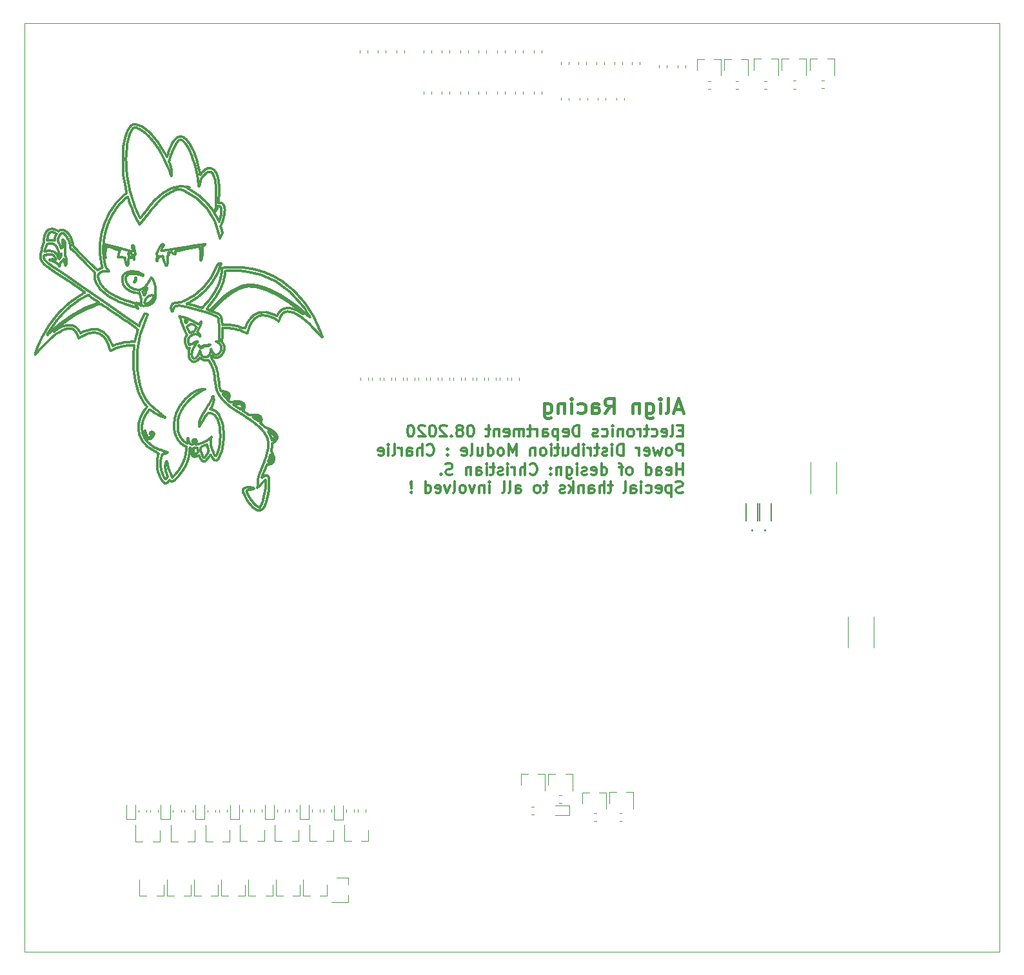
<source format=gbr>
%TF.GenerationSoftware,KiCad,Pcbnew,(5.1.5)-3*%
%TF.CreationDate,2020-08-22T17:27:47+02:00*%
%TF.ProjectId,AR20_PDM_v1,41523230-5f50-4444-9d5f-76312e6b6963,rev?*%
%TF.SameCoordinates,Original*%
%TF.FileFunction,Legend,Bot*%
%TF.FilePolarity,Positive*%
%FSLAX46Y46*%
G04 Gerber Fmt 4.6, Leading zero omitted, Abs format (unit mm)*
G04 Created by KiCad (PCBNEW (5.1.5)-3) date 2020-08-22 17:27:47*
%MOMM*%
%LPD*%
G04 APERTURE LIST*
%ADD10C,0.300000*%
%ADD11C,0.400000*%
%ADD12C,0.325000*%
%ADD13C,0.050000*%
%ADD14C,0.150000*%
%ADD15C,0.120000*%
%ADD16C,0.200000*%
%ADD17C,0.127000*%
G04 APERTURE END LIST*
D10*
X120302857Y-85698571D02*
X120302857Y-84198571D01*
X120302857Y-84912857D02*
X119445714Y-84912857D01*
X119445714Y-85698571D02*
X119445714Y-84198571D01*
X118160000Y-85627142D02*
X118302857Y-85698571D01*
X118588571Y-85698571D01*
X118731428Y-85627142D01*
X118802857Y-85484285D01*
X118802857Y-84912857D01*
X118731428Y-84770000D01*
X118588571Y-84698571D01*
X118302857Y-84698571D01*
X118160000Y-84770000D01*
X118088571Y-84912857D01*
X118088571Y-85055714D01*
X118802857Y-85198571D01*
X116802857Y-85698571D02*
X116802857Y-84912857D01*
X116874285Y-84770000D01*
X117017142Y-84698571D01*
X117302857Y-84698571D01*
X117445714Y-84770000D01*
X116802857Y-85627142D02*
X116945714Y-85698571D01*
X117302857Y-85698571D01*
X117445714Y-85627142D01*
X117517142Y-85484285D01*
X117517142Y-85341428D01*
X117445714Y-85198571D01*
X117302857Y-85127142D01*
X116945714Y-85127142D01*
X116802857Y-85055714D01*
X115445714Y-85698571D02*
X115445714Y-84198571D01*
X115445714Y-85627142D02*
X115588571Y-85698571D01*
X115874285Y-85698571D01*
X116017142Y-85627142D01*
X116088571Y-85555714D01*
X116160000Y-85412857D01*
X116160000Y-84984285D01*
X116088571Y-84841428D01*
X116017142Y-84770000D01*
X115874285Y-84698571D01*
X115588571Y-84698571D01*
X115445714Y-84770000D01*
X113374285Y-85698571D02*
X113517142Y-85627142D01*
X113588571Y-85555714D01*
X113660000Y-85412857D01*
X113660000Y-84984285D01*
X113588571Y-84841428D01*
X113517142Y-84770000D01*
X113374285Y-84698571D01*
X113160000Y-84698571D01*
X113017142Y-84770000D01*
X112945714Y-84841428D01*
X112874285Y-84984285D01*
X112874285Y-85412857D01*
X112945714Y-85555714D01*
X113017142Y-85627142D01*
X113160000Y-85698571D01*
X113374285Y-85698571D01*
X112445714Y-84698571D02*
X111874285Y-84698571D01*
X112231428Y-85698571D02*
X112231428Y-84412857D01*
X112160000Y-84270000D01*
X112017142Y-84198571D01*
X111874285Y-84198571D01*
X109588571Y-85698571D02*
X109588571Y-84198571D01*
X109588571Y-85627142D02*
X109731428Y-85698571D01*
X110017142Y-85698571D01*
X110160000Y-85627142D01*
X110231428Y-85555714D01*
X110302857Y-85412857D01*
X110302857Y-84984285D01*
X110231428Y-84841428D01*
X110160000Y-84770000D01*
X110017142Y-84698571D01*
X109731428Y-84698571D01*
X109588571Y-84770000D01*
X108302857Y-85627142D02*
X108445714Y-85698571D01*
X108731428Y-85698571D01*
X108874285Y-85627142D01*
X108945714Y-85484285D01*
X108945714Y-84912857D01*
X108874285Y-84770000D01*
X108731428Y-84698571D01*
X108445714Y-84698571D01*
X108302857Y-84770000D01*
X108231428Y-84912857D01*
X108231428Y-85055714D01*
X108945714Y-85198571D01*
X107660000Y-85627142D02*
X107517142Y-85698571D01*
X107231428Y-85698571D01*
X107088571Y-85627142D01*
X107017142Y-85484285D01*
X107017142Y-85412857D01*
X107088571Y-85270000D01*
X107231428Y-85198571D01*
X107445714Y-85198571D01*
X107588571Y-85127142D01*
X107660000Y-84984285D01*
X107660000Y-84912857D01*
X107588571Y-84770000D01*
X107445714Y-84698571D01*
X107231428Y-84698571D01*
X107088571Y-84770000D01*
X106374285Y-85698571D02*
X106374285Y-84698571D01*
X106374285Y-84198571D02*
X106445714Y-84270000D01*
X106374285Y-84341428D01*
X106302857Y-84270000D01*
X106374285Y-84198571D01*
X106374285Y-84341428D01*
X105017142Y-84698571D02*
X105017142Y-85912857D01*
X105088571Y-86055714D01*
X105160000Y-86127142D01*
X105302857Y-86198571D01*
X105517142Y-86198571D01*
X105660000Y-86127142D01*
X105017142Y-85627142D02*
X105160000Y-85698571D01*
X105445714Y-85698571D01*
X105588571Y-85627142D01*
X105660000Y-85555714D01*
X105731428Y-85412857D01*
X105731428Y-84984285D01*
X105660000Y-84841428D01*
X105588571Y-84770000D01*
X105445714Y-84698571D01*
X105160000Y-84698571D01*
X105017142Y-84770000D01*
X104302857Y-84698571D02*
X104302857Y-85698571D01*
X104302857Y-84841428D02*
X104231428Y-84770000D01*
X104088571Y-84698571D01*
X103874285Y-84698571D01*
X103731428Y-84770000D01*
X103660000Y-84912857D01*
X103660000Y-85698571D01*
X102945714Y-85555714D02*
X102874285Y-85627142D01*
X102945714Y-85698571D01*
X103017142Y-85627142D01*
X102945714Y-85555714D01*
X102945714Y-85698571D01*
X102945714Y-84770000D02*
X102874285Y-84841428D01*
X102945714Y-84912857D01*
X103017142Y-84841428D01*
X102945714Y-84770000D01*
X102945714Y-84912857D01*
X100231428Y-85555714D02*
X100302857Y-85627142D01*
X100517142Y-85698571D01*
X100660000Y-85698571D01*
X100874285Y-85627142D01*
X101017142Y-85484285D01*
X101088571Y-85341428D01*
X101160000Y-85055714D01*
X101160000Y-84841428D01*
X101088571Y-84555714D01*
X101017142Y-84412857D01*
X100874285Y-84270000D01*
X100660000Y-84198571D01*
X100517142Y-84198571D01*
X100302857Y-84270000D01*
X100231428Y-84341428D01*
X99588571Y-85698571D02*
X99588571Y-84198571D01*
X98945714Y-85698571D02*
X98945714Y-84912857D01*
X99017142Y-84770000D01*
X99160000Y-84698571D01*
X99374285Y-84698571D01*
X99517142Y-84770000D01*
X99588571Y-84841428D01*
X98231428Y-85698571D02*
X98231428Y-84698571D01*
X98231428Y-84984285D02*
X98160000Y-84841428D01*
X98088571Y-84770000D01*
X97945714Y-84698571D01*
X97802857Y-84698571D01*
X97302857Y-85698571D02*
X97302857Y-84698571D01*
X97302857Y-84198571D02*
X97374285Y-84270000D01*
X97302857Y-84341428D01*
X97231428Y-84270000D01*
X97302857Y-84198571D01*
X97302857Y-84341428D01*
X96660000Y-85627142D02*
X96517142Y-85698571D01*
X96231428Y-85698571D01*
X96088571Y-85627142D01*
X96017142Y-85484285D01*
X96017142Y-85412857D01*
X96088571Y-85270000D01*
X96231428Y-85198571D01*
X96445714Y-85198571D01*
X96588571Y-85127142D01*
X96660000Y-84984285D01*
X96660000Y-84912857D01*
X96588571Y-84770000D01*
X96445714Y-84698571D01*
X96231428Y-84698571D01*
X96088571Y-84770000D01*
X95588571Y-84698571D02*
X95017142Y-84698571D01*
X95374285Y-84198571D02*
X95374285Y-85484285D01*
X95302857Y-85627142D01*
X95160000Y-85698571D01*
X95017142Y-85698571D01*
X94517142Y-85698571D02*
X94517142Y-84698571D01*
X94517142Y-84198571D02*
X94588571Y-84270000D01*
X94517142Y-84341428D01*
X94445714Y-84270000D01*
X94517142Y-84198571D01*
X94517142Y-84341428D01*
X93160000Y-85698571D02*
X93160000Y-84912857D01*
X93231428Y-84770000D01*
X93374285Y-84698571D01*
X93660000Y-84698571D01*
X93802857Y-84770000D01*
X93160000Y-85627142D02*
X93302857Y-85698571D01*
X93660000Y-85698571D01*
X93802857Y-85627142D01*
X93874285Y-85484285D01*
X93874285Y-85341428D01*
X93802857Y-85198571D01*
X93660000Y-85127142D01*
X93302857Y-85127142D01*
X93160000Y-85055714D01*
X92445714Y-84698571D02*
X92445714Y-85698571D01*
X92445714Y-84841428D02*
X92374285Y-84770000D01*
X92231428Y-84698571D01*
X92017142Y-84698571D01*
X91874285Y-84770000D01*
X91802857Y-84912857D01*
X91802857Y-85698571D01*
X90017142Y-85627142D02*
X89802857Y-85698571D01*
X89445714Y-85698571D01*
X89302857Y-85627142D01*
X89231428Y-85555714D01*
X89160000Y-85412857D01*
X89160000Y-85270000D01*
X89231428Y-85127142D01*
X89302857Y-85055714D01*
X89445714Y-84984285D01*
X89731428Y-84912857D01*
X89874285Y-84841428D01*
X89945714Y-84770000D01*
X90017142Y-84627142D01*
X90017142Y-84484285D01*
X89945714Y-84341428D01*
X89874285Y-84270000D01*
X89731428Y-84198571D01*
X89374285Y-84198571D01*
X89160000Y-84270000D01*
X88517142Y-85555714D02*
X88445714Y-85627142D01*
X88517142Y-85698571D01*
X88588571Y-85627142D01*
X88517142Y-85555714D01*
X88517142Y-85698571D01*
D11*
X120145238Y-77043333D02*
X119192857Y-77043333D01*
X120335714Y-77614761D02*
X119669047Y-75614761D01*
X119002380Y-77614761D01*
X118050000Y-77614761D02*
X118240476Y-77519523D01*
X118335714Y-77329047D01*
X118335714Y-75614761D01*
X117288095Y-77614761D02*
X117288095Y-76281428D01*
X117288095Y-75614761D02*
X117383333Y-75710000D01*
X117288095Y-75805238D01*
X117192857Y-75710000D01*
X117288095Y-75614761D01*
X117288095Y-75805238D01*
X115478571Y-76281428D02*
X115478571Y-77900476D01*
X115573809Y-78090952D01*
X115669047Y-78186190D01*
X115859523Y-78281428D01*
X116145238Y-78281428D01*
X116335714Y-78186190D01*
X115478571Y-77519523D02*
X115669047Y-77614761D01*
X116050000Y-77614761D01*
X116240476Y-77519523D01*
X116335714Y-77424285D01*
X116430952Y-77233809D01*
X116430952Y-76662380D01*
X116335714Y-76471904D01*
X116240476Y-76376666D01*
X116050000Y-76281428D01*
X115669047Y-76281428D01*
X115478571Y-76376666D01*
X114526190Y-76281428D02*
X114526190Y-77614761D01*
X114526190Y-76471904D02*
X114430952Y-76376666D01*
X114240476Y-76281428D01*
X113954761Y-76281428D01*
X113764285Y-76376666D01*
X113669047Y-76567142D01*
X113669047Y-77614761D01*
X110050000Y-77614761D02*
X110716666Y-76662380D01*
X111192857Y-77614761D02*
X111192857Y-75614761D01*
X110430952Y-75614761D01*
X110240476Y-75710000D01*
X110145238Y-75805238D01*
X110050000Y-75995714D01*
X110050000Y-76281428D01*
X110145238Y-76471904D01*
X110240476Y-76567142D01*
X110430952Y-76662380D01*
X111192857Y-76662380D01*
X108335714Y-77614761D02*
X108335714Y-76567142D01*
X108430952Y-76376666D01*
X108621428Y-76281428D01*
X109002380Y-76281428D01*
X109192857Y-76376666D01*
X108335714Y-77519523D02*
X108526190Y-77614761D01*
X109002380Y-77614761D01*
X109192857Y-77519523D01*
X109288095Y-77329047D01*
X109288095Y-77138571D01*
X109192857Y-76948095D01*
X109002380Y-76852857D01*
X108526190Y-76852857D01*
X108335714Y-76757619D01*
X106526190Y-77519523D02*
X106716666Y-77614761D01*
X107097619Y-77614761D01*
X107288095Y-77519523D01*
X107383333Y-77424285D01*
X107478571Y-77233809D01*
X107478571Y-76662380D01*
X107383333Y-76471904D01*
X107288095Y-76376666D01*
X107097619Y-76281428D01*
X106716666Y-76281428D01*
X106526190Y-76376666D01*
X105669047Y-77614761D02*
X105669047Y-76281428D01*
X105669047Y-75614761D02*
X105764285Y-75710000D01*
X105669047Y-75805238D01*
X105573809Y-75710000D01*
X105669047Y-75614761D01*
X105669047Y-75805238D01*
X104716666Y-76281428D02*
X104716666Y-77614761D01*
X104716666Y-76471904D02*
X104621428Y-76376666D01*
X104430952Y-76281428D01*
X104145238Y-76281428D01*
X103954761Y-76376666D01*
X103859523Y-76567142D01*
X103859523Y-77614761D01*
X102050000Y-76281428D02*
X102050000Y-77900476D01*
X102145238Y-78090952D01*
X102240476Y-78186190D01*
X102430952Y-78281428D01*
X102716666Y-78281428D01*
X102907142Y-78186190D01*
X102050000Y-77519523D02*
X102240476Y-77614761D01*
X102621428Y-77614761D01*
X102811904Y-77519523D01*
X102907142Y-77424285D01*
X103002380Y-77233809D01*
X103002380Y-76662380D01*
X102907142Y-76471904D01*
X102811904Y-76376666D01*
X102621428Y-76281428D01*
X102240476Y-76281428D01*
X102050000Y-76376666D01*
D12*
X120257142Y-87977142D02*
X120042857Y-88048571D01*
X119685714Y-88048571D01*
X119542857Y-87977142D01*
X119471428Y-87905714D01*
X119400000Y-87762857D01*
X119400000Y-87620000D01*
X119471428Y-87477142D01*
X119542857Y-87405714D01*
X119685714Y-87334285D01*
X119971428Y-87262857D01*
X120114285Y-87191428D01*
X120185714Y-87120000D01*
X120257142Y-86977142D01*
X120257142Y-86834285D01*
X120185714Y-86691428D01*
X120114285Y-86620000D01*
X119971428Y-86548571D01*
X119614285Y-86548571D01*
X119400000Y-86620000D01*
X118757142Y-87048571D02*
X118757142Y-88548571D01*
X118757142Y-87120000D02*
X118614285Y-87048571D01*
X118328571Y-87048571D01*
X118185714Y-87120000D01*
X118114285Y-87191428D01*
X118042857Y-87334285D01*
X118042857Y-87762857D01*
X118114285Y-87905714D01*
X118185714Y-87977142D01*
X118328571Y-88048571D01*
X118614285Y-88048571D01*
X118757142Y-87977142D01*
X116828571Y-87977142D02*
X116971428Y-88048571D01*
X117257142Y-88048571D01*
X117400000Y-87977142D01*
X117471428Y-87834285D01*
X117471428Y-87262857D01*
X117400000Y-87120000D01*
X117257142Y-87048571D01*
X116971428Y-87048571D01*
X116828571Y-87120000D01*
X116757142Y-87262857D01*
X116757142Y-87405714D01*
X117471428Y-87548571D01*
X115471428Y-87977142D02*
X115614285Y-88048571D01*
X115900000Y-88048571D01*
X116042857Y-87977142D01*
X116114285Y-87905714D01*
X116185714Y-87762857D01*
X116185714Y-87334285D01*
X116114285Y-87191428D01*
X116042857Y-87120000D01*
X115900000Y-87048571D01*
X115614285Y-87048571D01*
X115471428Y-87120000D01*
X114828571Y-88048571D02*
X114828571Y-87048571D01*
X114828571Y-86548571D02*
X114900000Y-86620000D01*
X114828571Y-86691428D01*
X114757142Y-86620000D01*
X114828571Y-86548571D01*
X114828571Y-86691428D01*
X113471428Y-88048571D02*
X113471428Y-87262857D01*
X113542857Y-87120000D01*
X113685714Y-87048571D01*
X113971428Y-87048571D01*
X114114285Y-87120000D01*
X113471428Y-87977142D02*
X113614285Y-88048571D01*
X113971428Y-88048571D01*
X114114285Y-87977142D01*
X114185714Y-87834285D01*
X114185714Y-87691428D01*
X114114285Y-87548571D01*
X113971428Y-87477142D01*
X113614285Y-87477142D01*
X113471428Y-87405714D01*
X112542857Y-88048571D02*
X112685714Y-87977142D01*
X112757142Y-87834285D01*
X112757142Y-86548571D01*
X111042857Y-87048571D02*
X110471428Y-87048571D01*
X110828571Y-86548571D02*
X110828571Y-87834285D01*
X110757142Y-87977142D01*
X110614285Y-88048571D01*
X110471428Y-88048571D01*
X109971428Y-88048571D02*
X109971428Y-86548571D01*
X109328571Y-88048571D02*
X109328571Y-87262857D01*
X109400000Y-87120000D01*
X109542857Y-87048571D01*
X109757142Y-87048571D01*
X109900000Y-87120000D01*
X109971428Y-87191428D01*
X107971428Y-88048571D02*
X107971428Y-87262857D01*
X108042857Y-87120000D01*
X108185714Y-87048571D01*
X108471428Y-87048571D01*
X108614285Y-87120000D01*
X107971428Y-87977142D02*
X108114285Y-88048571D01*
X108471428Y-88048571D01*
X108614285Y-87977142D01*
X108685714Y-87834285D01*
X108685714Y-87691428D01*
X108614285Y-87548571D01*
X108471428Y-87477142D01*
X108114285Y-87477142D01*
X107971428Y-87405714D01*
X107257142Y-87048571D02*
X107257142Y-88048571D01*
X107257142Y-87191428D02*
X107185714Y-87120000D01*
X107042857Y-87048571D01*
X106828571Y-87048571D01*
X106685714Y-87120000D01*
X106614285Y-87262857D01*
X106614285Y-88048571D01*
X105900000Y-88048571D02*
X105900000Y-86548571D01*
X105757142Y-87477142D02*
X105328571Y-88048571D01*
X105328571Y-87048571D02*
X105900000Y-87620000D01*
X104757142Y-87977142D02*
X104614285Y-88048571D01*
X104328571Y-88048571D01*
X104185714Y-87977142D01*
X104114285Y-87834285D01*
X104114285Y-87762857D01*
X104185714Y-87620000D01*
X104328571Y-87548571D01*
X104542857Y-87548571D01*
X104685714Y-87477142D01*
X104757142Y-87334285D01*
X104757142Y-87262857D01*
X104685714Y-87120000D01*
X104542857Y-87048571D01*
X104328571Y-87048571D01*
X104185714Y-87120000D01*
X102542857Y-87048571D02*
X101971428Y-87048571D01*
X102328571Y-86548571D02*
X102328571Y-87834285D01*
X102257142Y-87977142D01*
X102114285Y-88048571D01*
X101971428Y-88048571D01*
X101257142Y-88048571D02*
X101400000Y-87977142D01*
X101471428Y-87905714D01*
X101542857Y-87762857D01*
X101542857Y-87334285D01*
X101471428Y-87191428D01*
X101400000Y-87120000D01*
X101257142Y-87048571D01*
X101042857Y-87048571D01*
X100900000Y-87120000D01*
X100828571Y-87191428D01*
X100757142Y-87334285D01*
X100757142Y-87762857D01*
X100828571Y-87905714D01*
X100900000Y-87977142D01*
X101042857Y-88048571D01*
X101257142Y-88048571D01*
X98328571Y-88048571D02*
X98328571Y-87262857D01*
X98400000Y-87120000D01*
X98542857Y-87048571D01*
X98828571Y-87048571D01*
X98971428Y-87120000D01*
X98328571Y-87977142D02*
X98471428Y-88048571D01*
X98828571Y-88048571D01*
X98971428Y-87977142D01*
X99042857Y-87834285D01*
X99042857Y-87691428D01*
X98971428Y-87548571D01*
X98828571Y-87477142D01*
X98471428Y-87477142D01*
X98328571Y-87405714D01*
X97400000Y-88048571D02*
X97542857Y-87977142D01*
X97614285Y-87834285D01*
X97614285Y-86548571D01*
X96614285Y-88048571D02*
X96757142Y-87977142D01*
X96828571Y-87834285D01*
X96828571Y-86548571D01*
X94900000Y-88048571D02*
X94900000Y-87048571D01*
X94900000Y-86548571D02*
X94971428Y-86620000D01*
X94900000Y-86691428D01*
X94828571Y-86620000D01*
X94900000Y-86548571D01*
X94900000Y-86691428D01*
X94185714Y-87048571D02*
X94185714Y-88048571D01*
X94185714Y-87191428D02*
X94114285Y-87120000D01*
X93971428Y-87048571D01*
X93757142Y-87048571D01*
X93614285Y-87120000D01*
X93542857Y-87262857D01*
X93542857Y-88048571D01*
X92971428Y-87048571D02*
X92614285Y-88048571D01*
X92257142Y-87048571D01*
X91471428Y-88048571D02*
X91614285Y-87977142D01*
X91685714Y-87905714D01*
X91757142Y-87762857D01*
X91757142Y-87334285D01*
X91685714Y-87191428D01*
X91614285Y-87120000D01*
X91471428Y-87048571D01*
X91257142Y-87048571D01*
X91114285Y-87120000D01*
X91042857Y-87191428D01*
X90971428Y-87334285D01*
X90971428Y-87762857D01*
X91042857Y-87905714D01*
X91114285Y-87977142D01*
X91257142Y-88048571D01*
X91471428Y-88048571D01*
X90114285Y-88048571D02*
X90257142Y-87977142D01*
X90328571Y-87834285D01*
X90328571Y-86548571D01*
X89685714Y-87048571D02*
X89328571Y-88048571D01*
X88971428Y-87048571D01*
X87828571Y-87977142D02*
X87971428Y-88048571D01*
X88257142Y-88048571D01*
X88400000Y-87977142D01*
X88471428Y-87834285D01*
X88471428Y-87262857D01*
X88400000Y-87120000D01*
X88257142Y-87048571D01*
X87971428Y-87048571D01*
X87828571Y-87120000D01*
X87757142Y-87262857D01*
X87757142Y-87405714D01*
X88471428Y-87548571D01*
X86471428Y-88048571D02*
X86471428Y-86548571D01*
X86471428Y-87977142D02*
X86614285Y-88048571D01*
X86900000Y-88048571D01*
X87042857Y-87977142D01*
X87114285Y-87905714D01*
X87185714Y-87762857D01*
X87185714Y-87334285D01*
X87114285Y-87191428D01*
X87042857Y-87120000D01*
X86900000Y-87048571D01*
X86614285Y-87048571D01*
X86471428Y-87120000D01*
X84614285Y-87905714D02*
X84542857Y-87977142D01*
X84614285Y-88048571D01*
X84685714Y-87977142D01*
X84614285Y-87905714D01*
X84614285Y-88048571D01*
X84614285Y-87477142D02*
X84685714Y-86620000D01*
X84614285Y-86548571D01*
X84542857Y-86620000D01*
X84614285Y-87477142D01*
X84614285Y-86548571D01*
D13*
X161857400Y-26337000D02*
X33857000Y-26337000D01*
D10*
X120264285Y-83178571D02*
X120264285Y-81678571D01*
X119692857Y-81678571D01*
X119550000Y-81750000D01*
X119478571Y-81821428D01*
X119407142Y-81964285D01*
X119407142Y-82178571D01*
X119478571Y-82321428D01*
X119550000Y-82392857D01*
X119692857Y-82464285D01*
X120264285Y-82464285D01*
X118550000Y-83178571D02*
X118692857Y-83107142D01*
X118764285Y-83035714D01*
X118835714Y-82892857D01*
X118835714Y-82464285D01*
X118764285Y-82321428D01*
X118692857Y-82250000D01*
X118550000Y-82178571D01*
X118335714Y-82178571D01*
X118192857Y-82250000D01*
X118121428Y-82321428D01*
X118050000Y-82464285D01*
X118050000Y-82892857D01*
X118121428Y-83035714D01*
X118192857Y-83107142D01*
X118335714Y-83178571D01*
X118550000Y-83178571D01*
X117550000Y-82178571D02*
X117264285Y-83178571D01*
X116978571Y-82464285D01*
X116692857Y-83178571D01*
X116407142Y-82178571D01*
X115264285Y-83107142D02*
X115407142Y-83178571D01*
X115692857Y-83178571D01*
X115835714Y-83107142D01*
X115907142Y-82964285D01*
X115907142Y-82392857D01*
X115835714Y-82250000D01*
X115692857Y-82178571D01*
X115407142Y-82178571D01*
X115264285Y-82250000D01*
X115192857Y-82392857D01*
X115192857Y-82535714D01*
X115907142Y-82678571D01*
X114550000Y-83178571D02*
X114550000Y-82178571D01*
X114550000Y-82464285D02*
X114478571Y-82321428D01*
X114407142Y-82250000D01*
X114264285Y-82178571D01*
X114121428Y-82178571D01*
X112478571Y-83178571D02*
X112478571Y-81678571D01*
X112121428Y-81678571D01*
X111907142Y-81750000D01*
X111764285Y-81892857D01*
X111692857Y-82035714D01*
X111621428Y-82321428D01*
X111621428Y-82535714D01*
X111692857Y-82821428D01*
X111764285Y-82964285D01*
X111907142Y-83107142D01*
X112121428Y-83178571D01*
X112478571Y-83178571D01*
X110978571Y-83178571D02*
X110978571Y-82178571D01*
X110978571Y-81678571D02*
X111050000Y-81750000D01*
X110978571Y-81821428D01*
X110907142Y-81750000D01*
X110978571Y-81678571D01*
X110978571Y-81821428D01*
X110335714Y-83107142D02*
X110192857Y-83178571D01*
X109907142Y-83178571D01*
X109764285Y-83107142D01*
X109692857Y-82964285D01*
X109692857Y-82892857D01*
X109764285Y-82750000D01*
X109907142Y-82678571D01*
X110121428Y-82678571D01*
X110264285Y-82607142D01*
X110335714Y-82464285D01*
X110335714Y-82392857D01*
X110264285Y-82250000D01*
X110121428Y-82178571D01*
X109907142Y-82178571D01*
X109764285Y-82250000D01*
X109264285Y-82178571D02*
X108692857Y-82178571D01*
X109050000Y-81678571D02*
X109050000Y-82964285D01*
X108978571Y-83107142D01*
X108835714Y-83178571D01*
X108692857Y-83178571D01*
X108192857Y-83178571D02*
X108192857Y-82178571D01*
X108192857Y-82464285D02*
X108121428Y-82321428D01*
X108050000Y-82250000D01*
X107907142Y-82178571D01*
X107764285Y-82178571D01*
X107264285Y-83178571D02*
X107264285Y-82178571D01*
X107264285Y-81678571D02*
X107335714Y-81750000D01*
X107264285Y-81821428D01*
X107192857Y-81750000D01*
X107264285Y-81678571D01*
X107264285Y-81821428D01*
X106550000Y-83178571D02*
X106550000Y-81678571D01*
X106550000Y-82250000D02*
X106407142Y-82178571D01*
X106121428Y-82178571D01*
X105978571Y-82250000D01*
X105907142Y-82321428D01*
X105835714Y-82464285D01*
X105835714Y-82892857D01*
X105907142Y-83035714D01*
X105978571Y-83107142D01*
X106121428Y-83178571D01*
X106407142Y-83178571D01*
X106550000Y-83107142D01*
X104550000Y-82178571D02*
X104550000Y-83178571D01*
X105192857Y-82178571D02*
X105192857Y-82964285D01*
X105121428Y-83107142D01*
X104978571Y-83178571D01*
X104764285Y-83178571D01*
X104621428Y-83107142D01*
X104550000Y-83035714D01*
X104050000Y-82178571D02*
X103478571Y-82178571D01*
X103835714Y-81678571D02*
X103835714Y-82964285D01*
X103764285Y-83107142D01*
X103621428Y-83178571D01*
X103478571Y-83178571D01*
X102978571Y-83178571D02*
X102978571Y-82178571D01*
X102978571Y-81678571D02*
X103050000Y-81750000D01*
X102978571Y-81821428D01*
X102907142Y-81750000D01*
X102978571Y-81678571D01*
X102978571Y-81821428D01*
X102050000Y-83178571D02*
X102192857Y-83107142D01*
X102264285Y-83035714D01*
X102335714Y-82892857D01*
X102335714Y-82464285D01*
X102264285Y-82321428D01*
X102192857Y-82250000D01*
X102050000Y-82178571D01*
X101835714Y-82178571D01*
X101692857Y-82250000D01*
X101621428Y-82321428D01*
X101550000Y-82464285D01*
X101550000Y-82892857D01*
X101621428Y-83035714D01*
X101692857Y-83107142D01*
X101835714Y-83178571D01*
X102050000Y-83178571D01*
X100907142Y-82178571D02*
X100907142Y-83178571D01*
X100907142Y-82321428D02*
X100835714Y-82250000D01*
X100692857Y-82178571D01*
X100478571Y-82178571D01*
X100335714Y-82250000D01*
X100264285Y-82392857D01*
X100264285Y-83178571D01*
X98407142Y-83178571D02*
X98407142Y-81678571D01*
X97907142Y-82750000D01*
X97407142Y-81678571D01*
X97407142Y-83178571D01*
X96478571Y-83178571D02*
X96621428Y-83107142D01*
X96692857Y-83035714D01*
X96764285Y-82892857D01*
X96764285Y-82464285D01*
X96692857Y-82321428D01*
X96621428Y-82250000D01*
X96478571Y-82178571D01*
X96264285Y-82178571D01*
X96121428Y-82250000D01*
X96050000Y-82321428D01*
X95978571Y-82464285D01*
X95978571Y-82892857D01*
X96050000Y-83035714D01*
X96121428Y-83107142D01*
X96264285Y-83178571D01*
X96478571Y-83178571D01*
X94692857Y-83178571D02*
X94692857Y-81678571D01*
X94692857Y-83107142D02*
X94835714Y-83178571D01*
X95121428Y-83178571D01*
X95264285Y-83107142D01*
X95335714Y-83035714D01*
X95407142Y-82892857D01*
X95407142Y-82464285D01*
X95335714Y-82321428D01*
X95264285Y-82250000D01*
X95121428Y-82178571D01*
X94835714Y-82178571D01*
X94692857Y-82250000D01*
X93335714Y-82178571D02*
X93335714Y-83178571D01*
X93978571Y-82178571D02*
X93978571Y-82964285D01*
X93907142Y-83107142D01*
X93764285Y-83178571D01*
X93550000Y-83178571D01*
X93407142Y-83107142D01*
X93335714Y-83035714D01*
X92407142Y-83178571D02*
X92550000Y-83107142D01*
X92621428Y-82964285D01*
X92621428Y-81678571D01*
X91264285Y-83107142D02*
X91407142Y-83178571D01*
X91692857Y-83178571D01*
X91835714Y-83107142D01*
X91907142Y-82964285D01*
X91907142Y-82392857D01*
X91835714Y-82250000D01*
X91692857Y-82178571D01*
X91407142Y-82178571D01*
X91264285Y-82250000D01*
X91192857Y-82392857D01*
X91192857Y-82535714D01*
X91907142Y-82678571D01*
X89407142Y-83035714D02*
X89335714Y-83107142D01*
X89407142Y-83178571D01*
X89478571Y-83107142D01*
X89407142Y-83035714D01*
X89407142Y-83178571D01*
X89407142Y-82250000D02*
X89335714Y-82321428D01*
X89407142Y-82392857D01*
X89478571Y-82321428D01*
X89407142Y-82250000D01*
X89407142Y-82392857D01*
X86692857Y-83035714D02*
X86764285Y-83107142D01*
X86978571Y-83178571D01*
X87121428Y-83178571D01*
X87335714Y-83107142D01*
X87478571Y-82964285D01*
X87550000Y-82821428D01*
X87621428Y-82535714D01*
X87621428Y-82321428D01*
X87550000Y-82035714D01*
X87478571Y-81892857D01*
X87335714Y-81750000D01*
X87121428Y-81678571D01*
X86978571Y-81678571D01*
X86764285Y-81750000D01*
X86692857Y-81821428D01*
X86050000Y-83178571D02*
X86050000Y-81678571D01*
X85407142Y-83178571D02*
X85407142Y-82392857D01*
X85478571Y-82250000D01*
X85621428Y-82178571D01*
X85835714Y-82178571D01*
X85978571Y-82250000D01*
X86050000Y-82321428D01*
X84050000Y-83178571D02*
X84050000Y-82392857D01*
X84121428Y-82250000D01*
X84264285Y-82178571D01*
X84550000Y-82178571D01*
X84692857Y-82250000D01*
X84050000Y-83107142D02*
X84192857Y-83178571D01*
X84550000Y-83178571D01*
X84692857Y-83107142D01*
X84764285Y-82964285D01*
X84764285Y-82821428D01*
X84692857Y-82678571D01*
X84550000Y-82607142D01*
X84192857Y-82607142D01*
X84050000Y-82535714D01*
X83335714Y-83178571D02*
X83335714Y-82178571D01*
X83335714Y-82464285D02*
X83264285Y-82321428D01*
X83192857Y-82250000D01*
X83050000Y-82178571D01*
X82907142Y-82178571D01*
X82192857Y-83178571D02*
X82335714Y-83107142D01*
X82407142Y-82964285D01*
X82407142Y-81678571D01*
X81621428Y-83178571D02*
X81621428Y-82178571D01*
X81621428Y-81678571D02*
X81692857Y-81750000D01*
X81621428Y-81821428D01*
X81550000Y-81750000D01*
X81621428Y-81678571D01*
X81621428Y-81821428D01*
X80335714Y-83107142D02*
X80478571Y-83178571D01*
X80764285Y-83178571D01*
X80907142Y-83107142D01*
X80978571Y-82964285D01*
X80978571Y-82392857D01*
X80907142Y-82250000D01*
X80764285Y-82178571D01*
X80478571Y-82178571D01*
X80335714Y-82250000D01*
X80264285Y-82392857D01*
X80264285Y-82535714D01*
X80978571Y-82678571D01*
X120265714Y-79882857D02*
X119765714Y-79882857D01*
X119551428Y-80668571D02*
X120265714Y-80668571D01*
X120265714Y-79168571D01*
X119551428Y-79168571D01*
X118694285Y-80668571D02*
X118837142Y-80597142D01*
X118908571Y-80454285D01*
X118908571Y-79168571D01*
X117551428Y-80597142D02*
X117694285Y-80668571D01*
X117980000Y-80668571D01*
X118122857Y-80597142D01*
X118194285Y-80454285D01*
X118194285Y-79882857D01*
X118122857Y-79740000D01*
X117980000Y-79668571D01*
X117694285Y-79668571D01*
X117551428Y-79740000D01*
X117480000Y-79882857D01*
X117480000Y-80025714D01*
X118194285Y-80168571D01*
X116194285Y-80597142D02*
X116337142Y-80668571D01*
X116622857Y-80668571D01*
X116765714Y-80597142D01*
X116837142Y-80525714D01*
X116908571Y-80382857D01*
X116908571Y-79954285D01*
X116837142Y-79811428D01*
X116765714Y-79740000D01*
X116622857Y-79668571D01*
X116337142Y-79668571D01*
X116194285Y-79740000D01*
X115765714Y-79668571D02*
X115194285Y-79668571D01*
X115551428Y-79168571D02*
X115551428Y-80454285D01*
X115480000Y-80597142D01*
X115337142Y-80668571D01*
X115194285Y-80668571D01*
X114694285Y-80668571D02*
X114694285Y-79668571D01*
X114694285Y-79954285D02*
X114622857Y-79811428D01*
X114551428Y-79740000D01*
X114408571Y-79668571D01*
X114265714Y-79668571D01*
X113551428Y-80668571D02*
X113694285Y-80597142D01*
X113765714Y-80525714D01*
X113837142Y-80382857D01*
X113837142Y-79954285D01*
X113765714Y-79811428D01*
X113694285Y-79740000D01*
X113551428Y-79668571D01*
X113337142Y-79668571D01*
X113194285Y-79740000D01*
X113122857Y-79811428D01*
X113051428Y-79954285D01*
X113051428Y-80382857D01*
X113122857Y-80525714D01*
X113194285Y-80597142D01*
X113337142Y-80668571D01*
X113551428Y-80668571D01*
X112408571Y-79668571D02*
X112408571Y-80668571D01*
X112408571Y-79811428D02*
X112337142Y-79740000D01*
X112194285Y-79668571D01*
X111980000Y-79668571D01*
X111837142Y-79740000D01*
X111765714Y-79882857D01*
X111765714Y-80668571D01*
X111051428Y-80668571D02*
X111051428Y-79668571D01*
X111051428Y-79168571D02*
X111122857Y-79240000D01*
X111051428Y-79311428D01*
X110980000Y-79240000D01*
X111051428Y-79168571D01*
X111051428Y-79311428D01*
X109694285Y-80597142D02*
X109837142Y-80668571D01*
X110122857Y-80668571D01*
X110265714Y-80597142D01*
X110337142Y-80525714D01*
X110408571Y-80382857D01*
X110408571Y-79954285D01*
X110337142Y-79811428D01*
X110265714Y-79740000D01*
X110122857Y-79668571D01*
X109837142Y-79668571D01*
X109694285Y-79740000D01*
X109122857Y-80597142D02*
X108980000Y-80668571D01*
X108694285Y-80668571D01*
X108551428Y-80597142D01*
X108480000Y-80454285D01*
X108480000Y-80382857D01*
X108551428Y-80240000D01*
X108694285Y-80168571D01*
X108908571Y-80168571D01*
X109051428Y-80097142D01*
X109122857Y-79954285D01*
X109122857Y-79882857D01*
X109051428Y-79740000D01*
X108908571Y-79668571D01*
X108694285Y-79668571D01*
X108551428Y-79740000D01*
X106694285Y-80668571D02*
X106694285Y-79168571D01*
X106337142Y-79168571D01*
X106122857Y-79240000D01*
X105980000Y-79382857D01*
X105908571Y-79525714D01*
X105837142Y-79811428D01*
X105837142Y-80025714D01*
X105908571Y-80311428D01*
X105980000Y-80454285D01*
X106122857Y-80597142D01*
X106337142Y-80668571D01*
X106694285Y-80668571D01*
X104622857Y-80597142D02*
X104765714Y-80668571D01*
X105051428Y-80668571D01*
X105194285Y-80597142D01*
X105265714Y-80454285D01*
X105265714Y-79882857D01*
X105194285Y-79740000D01*
X105051428Y-79668571D01*
X104765714Y-79668571D01*
X104622857Y-79740000D01*
X104551428Y-79882857D01*
X104551428Y-80025714D01*
X105265714Y-80168571D01*
X103908571Y-79668571D02*
X103908571Y-81168571D01*
X103908571Y-79740000D02*
X103765714Y-79668571D01*
X103480000Y-79668571D01*
X103337142Y-79740000D01*
X103265714Y-79811428D01*
X103194285Y-79954285D01*
X103194285Y-80382857D01*
X103265714Y-80525714D01*
X103337142Y-80597142D01*
X103480000Y-80668571D01*
X103765714Y-80668571D01*
X103908571Y-80597142D01*
X101908571Y-80668571D02*
X101908571Y-79882857D01*
X101980000Y-79740000D01*
X102122857Y-79668571D01*
X102408571Y-79668571D01*
X102551428Y-79740000D01*
X101908571Y-80597142D02*
X102051428Y-80668571D01*
X102408571Y-80668571D01*
X102551428Y-80597142D01*
X102622857Y-80454285D01*
X102622857Y-80311428D01*
X102551428Y-80168571D01*
X102408571Y-80097142D01*
X102051428Y-80097142D01*
X101908571Y-80025714D01*
X101194285Y-80668571D02*
X101194285Y-79668571D01*
X101194285Y-79954285D02*
X101122857Y-79811428D01*
X101051428Y-79740000D01*
X100908571Y-79668571D01*
X100765714Y-79668571D01*
X100479999Y-79668571D02*
X99908571Y-79668571D01*
X100265714Y-79168571D02*
X100265714Y-80454285D01*
X100194285Y-80597142D01*
X100051428Y-80668571D01*
X99908571Y-80668571D01*
X99408571Y-80668571D02*
X99408571Y-79668571D01*
X99408571Y-79811428D02*
X99337142Y-79740000D01*
X99194285Y-79668571D01*
X98980000Y-79668571D01*
X98837142Y-79740000D01*
X98765714Y-79882857D01*
X98765714Y-80668571D01*
X98765714Y-79882857D02*
X98694285Y-79740000D01*
X98551428Y-79668571D01*
X98337142Y-79668571D01*
X98194285Y-79740000D01*
X98122857Y-79882857D01*
X98122857Y-80668571D01*
X96837142Y-80597142D02*
X96980000Y-80668571D01*
X97265714Y-80668571D01*
X97408571Y-80597142D01*
X97480000Y-80454285D01*
X97480000Y-79882857D01*
X97408571Y-79740000D01*
X97265714Y-79668571D01*
X96980000Y-79668571D01*
X96837142Y-79740000D01*
X96765714Y-79882857D01*
X96765714Y-80025714D01*
X97480000Y-80168571D01*
X96122857Y-79668571D02*
X96122857Y-80668571D01*
X96122857Y-79811428D02*
X96051428Y-79740000D01*
X95908571Y-79668571D01*
X95694285Y-79668571D01*
X95551428Y-79740000D01*
X95480000Y-79882857D01*
X95480000Y-80668571D01*
X94980000Y-79668571D02*
X94408571Y-79668571D01*
X94765714Y-79168571D02*
X94765714Y-80454285D01*
X94694285Y-80597142D01*
X94551428Y-80668571D01*
X94408571Y-80668571D01*
X92480000Y-79168571D02*
X92337142Y-79168571D01*
X92194285Y-79240000D01*
X92122857Y-79311428D01*
X92051428Y-79454285D01*
X91980000Y-79740000D01*
X91980000Y-80097142D01*
X92051428Y-80382857D01*
X92122857Y-80525714D01*
X92194285Y-80597142D01*
X92337142Y-80668571D01*
X92480000Y-80668571D01*
X92622857Y-80597142D01*
X92694285Y-80525714D01*
X92765714Y-80382857D01*
X92837142Y-80097142D01*
X92837142Y-79740000D01*
X92765714Y-79454285D01*
X92694285Y-79311428D01*
X92622857Y-79240000D01*
X92480000Y-79168571D01*
X91122857Y-79811428D02*
X91265714Y-79740000D01*
X91337142Y-79668571D01*
X91408571Y-79525714D01*
X91408571Y-79454285D01*
X91337142Y-79311428D01*
X91265714Y-79240000D01*
X91122857Y-79168571D01*
X90837142Y-79168571D01*
X90694285Y-79240000D01*
X90622857Y-79311428D01*
X90551428Y-79454285D01*
X90551428Y-79525714D01*
X90622857Y-79668571D01*
X90694285Y-79740000D01*
X90837142Y-79811428D01*
X91122857Y-79811428D01*
X91265714Y-79882857D01*
X91337142Y-79954285D01*
X91408571Y-80097142D01*
X91408571Y-80382857D01*
X91337142Y-80525714D01*
X91265714Y-80597142D01*
X91122857Y-80668571D01*
X90837142Y-80668571D01*
X90694285Y-80597142D01*
X90622857Y-80525714D01*
X90551428Y-80382857D01*
X90551428Y-80097142D01*
X90622857Y-79954285D01*
X90694285Y-79882857D01*
X90837142Y-79811428D01*
X89908571Y-80525714D02*
X89837142Y-80597142D01*
X89908571Y-80668571D01*
X89980000Y-80597142D01*
X89908571Y-80525714D01*
X89908571Y-80668571D01*
X89265714Y-79311428D02*
X89194285Y-79240000D01*
X89051428Y-79168571D01*
X88694285Y-79168571D01*
X88551428Y-79240000D01*
X88480000Y-79311428D01*
X88408571Y-79454285D01*
X88408571Y-79597142D01*
X88480000Y-79811428D01*
X89337142Y-80668571D01*
X88408571Y-80668571D01*
X87480000Y-79168571D02*
X87337142Y-79168571D01*
X87194285Y-79240000D01*
X87122857Y-79311428D01*
X87051428Y-79454285D01*
X86980000Y-79740000D01*
X86980000Y-80097142D01*
X87051428Y-80382857D01*
X87122857Y-80525714D01*
X87194285Y-80597142D01*
X87337142Y-80668571D01*
X87480000Y-80668571D01*
X87622857Y-80597142D01*
X87694285Y-80525714D01*
X87765714Y-80382857D01*
X87837142Y-80097142D01*
X87837142Y-79740000D01*
X87765714Y-79454285D01*
X87694285Y-79311428D01*
X87622857Y-79240000D01*
X87480000Y-79168571D01*
X86408571Y-79311428D02*
X86337142Y-79240000D01*
X86194285Y-79168571D01*
X85837142Y-79168571D01*
X85694285Y-79240000D01*
X85622857Y-79311428D01*
X85551428Y-79454285D01*
X85551428Y-79597142D01*
X85622857Y-79811428D01*
X86480000Y-80668571D01*
X85551428Y-80668571D01*
X84622857Y-79168571D02*
X84480000Y-79168571D01*
X84337142Y-79240000D01*
X84265714Y-79311428D01*
X84194285Y-79454285D01*
X84122857Y-79740000D01*
X84122857Y-80097142D01*
X84194285Y-80382857D01*
X84265714Y-80525714D01*
X84337142Y-80597142D01*
X84480000Y-80668571D01*
X84622857Y-80668571D01*
X84765714Y-80597142D01*
X84837142Y-80525714D01*
X84908571Y-80382857D01*
X84980000Y-80097142D01*
X84980000Y-79740000D01*
X84908571Y-79454285D01*
X84837142Y-79311428D01*
X84765714Y-79240000D01*
X84622857Y-79168571D01*
X55416187Y-67738789D02*
G75*
G02X55489441Y-67634854I1129781J-718505D01*
G01*
X58177171Y-70867726D02*
X58373238Y-71244000D01*
X56890270Y-67328979D02*
G75*
G02X56911473Y-67390005I-197611J-102855D01*
G01*
X56911473Y-67390004D02*
G75*
G02X56922039Y-67486643I-597546J-114229D01*
G01*
X56782691Y-67167618D02*
G75*
G02X56843642Y-67249938I-771403J-634881D01*
G01*
X55353130Y-68302653D02*
G75*
G02X55324078Y-68072982I2400884J420370D01*
G01*
X55952342Y-68453083D02*
G75*
G02X55744448Y-68538690I-1057322J2272450D01*
G01*
X56889474Y-69407253D02*
X56774916Y-69689117D01*
X58053910Y-70684838D02*
G75*
G02X58177171Y-70867726I-882376J-727675D01*
G01*
X65827133Y-82259529D02*
G75*
G02X65578963Y-83230911I-6451419J1130827D01*
G01*
X64586344Y-85916802D02*
G75*
G02X64737538Y-85462498I5245519J-1493424D01*
G01*
X57954276Y-70611181D02*
G75*
G02X58053910Y-70684838I-97739J-236426D01*
G01*
X55489440Y-67634854D02*
G75*
G02X55570176Y-67541579I936290J-728844D01*
G01*
X56922039Y-67486643D02*
G75*
G02X56897232Y-67513910I-26545J-768D01*
G01*
X56897232Y-67513910D02*
G75*
G02X56852494Y-67494346I-3475J52987D01*
G01*
X59694098Y-75631927D02*
G75*
G02X59333960Y-75108245I3560974J2834565D01*
G01*
X56165463Y-68792874D02*
G75*
G02X56406364Y-68466138I2897928J-1884461D01*
G01*
X55359747Y-67837940D02*
G75*
G02X55416186Y-67738789I1039897J-526296D01*
G01*
X56238366Y-67201952D02*
G75*
G02X56563732Y-67232703I91156J-772184D01*
G01*
X55879296Y-67311461D02*
G75*
G02X56238366Y-67201952I482996J-940269D01*
G01*
X56412406Y-68181990D02*
G75*
G02X56523535Y-68169000I111129J-468859D01*
G01*
X55823952Y-70101621D02*
G75*
G02X55807973Y-69760830I1528560J242442D01*
G01*
X56523535Y-68169000D02*
G75*
G02X56589369Y-68179554I0J-210613D01*
G01*
X55533391Y-68606946D02*
G75*
G02X55453035Y-68595877I-27674J96310D01*
G01*
X55861065Y-69451465D02*
G75*
G02X55981928Y-69125067I2140287J-606958D01*
G01*
X56407424Y-70286510D02*
G75*
G02X56274118Y-70399176I-527452J488878D01*
G01*
X56299399Y-68220534D02*
G75*
G02X56412407Y-68181990I256681J-567623D01*
G01*
X56084933Y-70440394D02*
G75*
G02X55924250Y-70342863I36782J241728D01*
G01*
X55570177Y-67541579D02*
G75*
G02X55879296Y-67311461I843863J-810888D01*
G01*
X56774915Y-69689117D02*
G75*
G02X56668271Y-69916093I-2184480J887838D01*
G01*
X57001874Y-65611716D02*
G75*
G02X57052289Y-65575040I341804J-416857D01*
G01*
X56075000Y-68371830D02*
G75*
G02X55952342Y-68453083I-330900J366311D01*
G01*
X57034505Y-69891412D02*
G75*
G02X56925839Y-69575627I1269454J613426D01*
G01*
X56668272Y-69916093D02*
G75*
G02X56542313Y-70119998I-1734647J930685D01*
G01*
X55087842Y-68778365D02*
G75*
G02X54976590Y-68460038I3113848J1266860D01*
G01*
X57074522Y-65577349D02*
G75*
G02X57086717Y-65631265I-35934J-36465D01*
G01*
X56416886Y-65775532D02*
X55746738Y-65422131D01*
X55924251Y-70342863D02*
G75*
G02X55823952Y-70101621I449852J328501D01*
G01*
X56852494Y-67494346D02*
G75*
G02X56782521Y-67398463I915672J741703D01*
G01*
X59333960Y-75108245D02*
G75*
G02X59101277Y-74600801I2347563J1383520D01*
G01*
X55324078Y-68072982D02*
G75*
G02X55333578Y-67913609I579119J45449D01*
G01*
X61442783Y-77161468D02*
X62525000Y-77866080D01*
X56715186Y-67094326D02*
G75*
G02X56782691Y-67167618I-623535J-642034D01*
G01*
X55453036Y-68595877D02*
G75*
G02X55400120Y-68523539I62628J101336D01*
G01*
X62525000Y-77866080D02*
X63891497Y-78774029D01*
X56589370Y-68179554D02*
G75*
G02X56603091Y-68208804I-6944J-21101D01*
G01*
X65331632Y-80133040D02*
G75*
G02X65730571Y-80863483I-2934594J-2076918D01*
G01*
X56925839Y-69575627D02*
X56889474Y-69407253D01*
X56563732Y-67232703D02*
G75*
G02X56782521Y-67398463I-123132J-389795D01*
G01*
X56186318Y-68284130D02*
G75*
G02X56299399Y-68220535I418543J-611902D01*
G01*
X56542313Y-70119998D02*
G75*
G02X56407424Y-70286509I-1315726J927968D01*
G01*
X56603091Y-68208804D02*
G75*
G02X56567158Y-68270362I-217881J85917D01*
G01*
X55400120Y-68523539D02*
X55353130Y-68302653D01*
X56715186Y-67094326D02*
X56543558Y-66927643D01*
X56843642Y-67249938D02*
G75*
G02X56890270Y-67328978I-720641J-478400D01*
G01*
X56406364Y-68466138D02*
X56567158Y-68270362D01*
X56075000Y-68371830D02*
G75*
G02X56186318Y-68284129I705538J-781039D01*
G01*
X55333578Y-67913609D02*
G75*
G02X55359747Y-67837940I290466J-58093D01*
G01*
X55981928Y-69125067D02*
G75*
G02X56165463Y-68792874I2400689J-1109571D01*
G01*
X55807973Y-69760830D02*
G75*
G02X55861065Y-69451465I1475229J-93935D01*
G01*
X55744448Y-68538690D02*
X55533391Y-68606945D01*
X56274118Y-70399175D02*
G75*
G02X56084932Y-70440393I-148441J226549D01*
G01*
X56543558Y-66927643D02*
X56640293Y-66735822D01*
X64759253Y-79477029D02*
G75*
G02X65331633Y-80133040I-2933560J-3137292D01*
G01*
X56708773Y-65938343D02*
X56416886Y-65775532D01*
X55328980Y-69115545D02*
G75*
G02X55301163Y-69119000I-27817J110249D01*
G01*
X57442682Y-70643107D02*
G75*
G02X57210115Y-70546282I243941J913646D01*
G01*
X57052289Y-65575039D02*
G75*
G02X57074523Y-65577349I9673J-15056D01*
G01*
X55433786Y-70187423D02*
G75*
G02X55398726Y-69872739I2068935J389801D01*
G01*
X56640293Y-66735822D02*
X56782441Y-66427132D01*
X54355266Y-65209075D02*
G75*
G02X54376496Y-65279296I-417503J-164545D01*
G01*
X70965399Y-64362466D02*
X71227134Y-64780630D01*
X55453287Y-69067242D02*
G75*
G02X55524613Y-69033836I348227J-650669D01*
G01*
X55087842Y-68778364D02*
X55216523Y-69066155D01*
X54320651Y-65134246D02*
G75*
G02X54355265Y-65209075I-628923J-336339D01*
G01*
X54278911Y-65066126D02*
G75*
G02X54320652Y-65134246I-559047J-389412D01*
G01*
X56940789Y-65667982D02*
X56874728Y-65741172D01*
X55398726Y-69872740D02*
G75*
G02X55411364Y-69545688I2202805J78649D01*
G01*
X56782441Y-66427132D02*
X56938062Y-66034449D01*
X56736153Y-70461114D02*
G75*
G02X56609375Y-70605196I-585952J387765D01*
G01*
X54601551Y-66006155D02*
X54770064Y-66447521D01*
X63393046Y-60720450D02*
G75*
G02X64249037Y-60791938I28312J-4821555D01*
G01*
X54458011Y-65584621D02*
X54601551Y-66006155D01*
X55411364Y-69545687D02*
G75*
G02X55475000Y-69269000I1249521J-141718D01*
G01*
X54770064Y-66447521D02*
X54935281Y-66827472D01*
X58839582Y-63418494D02*
X58428368Y-63861716D01*
X56425050Y-70739499D02*
G75*
G02X56228542Y-70837808I-687095J1127869D01*
G01*
X70656908Y-63901292D02*
X70965399Y-64362466D01*
X57596736Y-61482690D02*
G75*
G02X56640982Y-62327410I-6192656J6043594D01*
G01*
X56609375Y-70605196D02*
G75*
G02X56425050Y-70739499I-904062J1047146D01*
G01*
X55931552Y-70836334D02*
G75*
G02X55775437Y-70734612I414782J807240D01*
G01*
X55746738Y-65422131D02*
X55148242Y-65150648D01*
X56066608Y-70869000D02*
G75*
G02X55931553Y-70836333I0J295508D01*
G01*
X56874728Y-65741172D02*
X56708773Y-65938343D01*
X55328981Y-69115545D02*
X55368706Y-69103796D01*
X55322008Y-63139460D02*
X55455151Y-63063721D01*
X55200593Y-63222985D02*
G75*
G02X55210122Y-63206452I19809J-405D01*
G01*
X68715495Y-61663299D02*
G75*
G02X70348343Y-63473785I-9272332J-10004135D01*
G01*
X54332744Y-64919000D02*
X54131143Y-64919000D01*
X70348343Y-63473785D02*
X70656908Y-63901292D01*
X54908530Y-68000078D02*
G75*
G02X54916463Y-67875546I591379J24845D01*
G01*
X55412193Y-69087053D02*
X55453287Y-69067241D01*
X55538349Y-69086337D02*
X55475000Y-69269000D01*
X55301163Y-69118999D02*
G75*
G02X55216523Y-69066155I0J94205D01*
G01*
X54976590Y-68460037D02*
G75*
G02X54922556Y-68188408I1483359J436270D01*
G01*
X55516224Y-70423636D02*
G75*
G02X55433786Y-70187424I742582J391651D01*
G01*
X54332744Y-64919000D02*
G75*
G02X54652076Y-64969138I-1J-1042000D01*
G01*
X54131143Y-64919000D02*
X54236114Y-65016796D01*
X55148242Y-65150648D02*
X54652076Y-64969138D01*
X55024816Y-67589900D02*
X54950218Y-67756905D01*
X55368706Y-69103796D02*
X55412193Y-69087053D01*
X54236115Y-65016796D02*
G75*
G02X54278911Y-65066126I-210027J-225437D01*
G01*
X55161297Y-67310943D02*
X55024816Y-67589900D01*
X55524613Y-69033836D02*
G75*
G02X55542961Y-69044821I5027J-12419D01*
G01*
X57666310Y-70667726D02*
G75*
G02X57442682Y-70643107I-31058J745865D01*
G01*
X56736154Y-70461114D02*
X56865709Y-70265342D01*
X57210114Y-70546282D02*
G75*
G02X56995354Y-70386463I605306J1037600D01*
G01*
X54908530Y-68000078D02*
X54922556Y-68188408D01*
X55627767Y-70589574D02*
G75*
G02X55516224Y-70423636I720452J604747D01*
G01*
X56228541Y-70837808D02*
G75*
G02X56066607Y-70869000I-161933J404740D01*
G01*
X54916463Y-67875546D02*
G75*
G02X54950218Y-67756905I564174J-96394D01*
G01*
X56938062Y-66034449D02*
X57086717Y-65631265D01*
X55775438Y-70734611D02*
G75*
G02X55627767Y-70589574I678569J838580D01*
G01*
X54458012Y-65584621D02*
G75*
G02X54376496Y-65279296I3064177J981620D01*
G01*
X56865709Y-70265342D02*
X56995354Y-70386463D01*
X54935281Y-66827472D02*
X55161297Y-67310943D01*
X55542961Y-69044822D02*
G75*
G02X55538349Y-69086337I-96082J-10339D01*
G01*
X56940789Y-65667982D02*
G75*
G02X57001874Y-65611716I518662J-501786D01*
G01*
X62620498Y-60817628D02*
G75*
G02X63393046Y-60720450I791758J-3174953D01*
G01*
X55210660Y-63236859D02*
G75*
G02X55200592Y-63222985I4125J13583D01*
G01*
X57772386Y-63884111D02*
X57858671Y-63762520D01*
X55210122Y-63206452D02*
X55322008Y-63139460D01*
X57771644Y-63913571D02*
G75*
G02X57772386Y-63884111I22914J14162D01*
G01*
X60211278Y-58924019D02*
X60443139Y-58905522D01*
X55321345Y-63269440D02*
X55210660Y-63236859D01*
X62152001Y-60974314D02*
X61581842Y-61242362D01*
X59527524Y-57943673D02*
X59452712Y-57960877D01*
X71204004Y-64919040D02*
X71043817Y-64779286D01*
X62152001Y-60974313D02*
G75*
G02X62620498Y-60817628I1231985J-2904926D01*
G01*
X60480863Y-61925632D02*
X60036252Y-62289387D01*
X71043817Y-64779286D02*
X70845974Y-64594000D01*
X60480863Y-61925632D02*
G75*
G02X60997901Y-61572984I4086790J-5436532D01*
G01*
X59590368Y-57929736D02*
X59527524Y-57943673D01*
X59070553Y-59436608D02*
G75*
G02X58424391Y-60499949I-6903044J3466788D01*
G01*
X65203009Y-61034496D02*
G75*
G02X66271867Y-61453862I-3791385J-11235105D01*
G01*
X57932339Y-63990538D02*
X57854977Y-63961264D01*
X71227134Y-64780630D02*
G75*
G02X71332269Y-64998389I-1082830J-657056D01*
G01*
X58428368Y-63861716D02*
X58240836Y-64079431D01*
X66878917Y-60297204D02*
G75*
G02X68715494Y-61663300I-5386612J-9159347D01*
G01*
X62607202Y-58921218D02*
G75*
G02X64839947Y-59385373I-1097251J-10880372D01*
G01*
X60175297Y-59309010D02*
G75*
G02X59975283Y-60293999I-4678825J437288D01*
G01*
X59521710Y-58401202D02*
X59663449Y-57980116D01*
X58019130Y-64017357D02*
X57932339Y-63990538D01*
X57968643Y-63619611D02*
X58104110Y-63457929D01*
X69813676Y-63690049D02*
G75*
G02X70845974Y-64594000I-9520433J-11913598D01*
G01*
X58926349Y-62395440D02*
G75*
G02X58104110Y-63457929I-10095604J6963389D01*
G01*
X58240836Y-64079431D02*
X58019130Y-64017357D01*
X59616473Y-57925005D02*
G75*
G02X59663449Y-57980116I6131J-42350D01*
G01*
X58424391Y-60499949D02*
G75*
G02X57596736Y-61482690I-7107645J5146098D01*
G01*
X55455151Y-63063721D02*
X55613092Y-62979345D01*
X60036252Y-62289387D02*
X59432004Y-62842800D01*
X54919687Y-65529938D02*
X54901596Y-65413346D01*
X59432004Y-62842800D02*
X58839582Y-63418494D01*
X54957780Y-65673252D02*
G75*
G02X54919687Y-65529938I1127893J376511D01*
G01*
X59452712Y-57960877D02*
X59371906Y-57980125D01*
X68629228Y-62812020D02*
X67409434Y-62039101D01*
X64249037Y-60791938D02*
G75*
G02X65203009Y-61034497I-1105839J-6346450D01*
G01*
X59320906Y-58903987D02*
X59521710Y-58401202D01*
X59975283Y-60293999D02*
G75*
G02X59554439Y-61331802I-6869672J2181516D01*
G01*
X60443139Y-58905522D02*
X60907840Y-58882816D01*
X57793145Y-63933102D02*
G75*
G02X57771644Y-63913571I23240J47183D01*
G01*
X56640982Y-62327411D02*
G75*
G02X55613092Y-62979345I-4347992J5719088D01*
G01*
X60907840Y-58882816D02*
X61538894Y-58879412D01*
X59616472Y-57925005D02*
X59590368Y-57929736D01*
X61581842Y-61242362D02*
X60997901Y-61572984D01*
X59070554Y-59436608D02*
X59320906Y-58903987D01*
X69813676Y-63690050D02*
X68629228Y-62812020D01*
X71332270Y-64998389D02*
G75*
G02X71318130Y-65008961I-8635J-3193D01*
G01*
X57854977Y-63961264D02*
X57793144Y-63933102D01*
X66271867Y-61453862D02*
G75*
G02X67409434Y-62039101I-4965608J-11050182D01*
G01*
X60175296Y-59309010D02*
X60211278Y-58924019D01*
X71318130Y-65008961D02*
X71204004Y-64919040D01*
X57858671Y-63762520D02*
X57968643Y-63619611D01*
X64839947Y-59385374D02*
G75*
G02X66878917Y-60297205I-3067284J-9594447D01*
G01*
X59554440Y-61331802D02*
G75*
G02X58926349Y-62395441I-7856146J3921873D01*
G01*
X37077762Y-56271259D02*
G75*
G02X37317232Y-56286800I-30339J-2320300D01*
G01*
X36501014Y-56328010D02*
G75*
G02X36504896Y-56303272I99748J-2977D01*
G01*
X38300690Y-56346701D02*
X38340615Y-56497624D01*
X38615236Y-57013467D02*
G75*
G02X38540773Y-57187086I-1338996J471499D01*
G01*
X38071404Y-55730628D02*
G75*
G02X38190449Y-55981404I-1103354J-677414D01*
G01*
X37291209Y-53807560D02*
G75*
G02X37416713Y-53776870I128854J-254967D01*
G01*
X38130146Y-56791876D02*
G75*
G02X38289496Y-57071460I-1898416J-1267216D01*
G01*
X36547935Y-56338367D02*
G75*
G02X36510380Y-56338413I-19075J245926D01*
G01*
X36939980Y-54244473D02*
G75*
G02X37038457Y-54036042I1272568J-473767D01*
G01*
X36662170Y-56315510D02*
G75*
G02X36848475Y-56280425I280915J-979500D01*
G01*
X36587819Y-56023224D02*
X36641241Y-55850990D01*
X37724163Y-55407669D02*
G75*
G02X37922731Y-55550079I-483849J-884292D01*
G01*
X36865716Y-55373789D02*
G75*
G02X37012973Y-55296630I208941J-219660D01*
G01*
X37317232Y-56286801D02*
G75*
G02X37535792Y-56326934I-198678J-1697144D01*
G01*
X36872637Y-54483151D02*
G75*
G02X36939980Y-54244473I1496711J-293463D01*
G01*
X38579125Y-56670243D02*
G75*
G02X38617418Y-56643390I309526J-400678D01*
G01*
X38440280Y-56764555D02*
G75*
G02X38424808Y-56760476I-4236J15315D01*
G01*
X37922731Y-55550079D02*
G75*
G02X38071404Y-55730629I-574466J-624526D01*
G01*
X37038456Y-54036042D02*
G75*
G02X37154658Y-53897753I455041J-264398D01*
G01*
X36848475Y-56280425D02*
G75*
G02X37077762Y-56271259I200985J-2155350D01*
G01*
X37948928Y-56572333D02*
G75*
G02X38130146Y-56791876I-987501J-999677D01*
G01*
X37535792Y-56326934D02*
G75*
G02X37749518Y-56416529I-188989J-750545D01*
G01*
X37012974Y-55296630D02*
G75*
G02X37250000Y-55271940I240194J-1155805D01*
G01*
X38702039Y-56653480D02*
G75*
G02X38671173Y-56820965I-1884500J260706D01*
G01*
X38190449Y-55981404D02*
X38300690Y-56346701D01*
X38672001Y-56619000D02*
G75*
G02X38702039Y-56653480I0J-30324D01*
G01*
X36504896Y-56303272D02*
X36542625Y-56173857D01*
X38651281Y-56624008D02*
G75*
G02X38672001Y-56619000I20720J-40359D01*
G01*
X38617417Y-56643389D02*
G75*
G02X38651281Y-56624008I229680J-362033D01*
G01*
X38541130Y-56702028D02*
G75*
G02X38504194Y-56732054I-301559J333220D01*
G01*
X37325190Y-54897529D02*
X36850380Y-54894000D01*
X38378210Y-56628791D02*
X38412105Y-56739480D01*
X36850380Y-54894000D02*
X36850190Y-54715576D01*
X37364601Y-55280138D02*
G75*
G02X37480976Y-55305203I-129582J-884306D01*
G01*
X37564898Y-53801268D02*
G75*
G02X37783589Y-53890377I-802359J-2282076D01*
G01*
X36850190Y-54715576D02*
G75*
G02X36872636Y-54483151I1201318J1281D01*
G01*
X37154658Y-53897753D02*
G75*
G02X37291209Y-53807561I456016J-541943D01*
G01*
X38540773Y-57187086D02*
X38439895Y-57384822D01*
X37416713Y-53776871D02*
G75*
G02X37564898Y-53801269I5060J-431471D01*
G01*
X48671219Y-40151381D02*
X48811221Y-40204703D01*
X36600042Y-56330913D02*
G75*
G02X36547935Y-56338367I-83598J398543D01*
G01*
X38340615Y-56497624D02*
X38378210Y-56628791D01*
X38541130Y-56702027D02*
X38579124Y-56670242D01*
X38504194Y-56732054D02*
G75*
G02X38469116Y-56753445I-147703J202751D01*
G01*
X38671174Y-56820965D02*
G75*
G02X38615236Y-57013467I-1751862J404681D01*
G01*
X37249999Y-55271941D02*
G75*
G02X37364600Y-55280138I2084J-776050D01*
G01*
X38469116Y-56753446D02*
G75*
G02X38440279Y-56764555I-70980J141263D01*
G01*
X36542625Y-56173857D02*
X36587819Y-56023224D01*
X36662169Y-56315510D02*
X36600042Y-56330914D01*
X37922276Y-54302388D02*
X37876291Y-54425298D01*
X38042179Y-54010777D02*
X37922276Y-54302388D01*
X37749517Y-56416529D02*
G75*
G02X37948928Y-56572333I-568724J-933410D01*
G01*
X49045042Y-51966718D02*
G75*
G02X49003749Y-51942697I-3199J42002D01*
G01*
X37801186Y-54747529D02*
X37800000Y-54901057D01*
X37800000Y-54901057D02*
X37325190Y-54897529D01*
X37876291Y-54425298D02*
X37837246Y-54553438D01*
X36641242Y-55850990D02*
G75*
G02X36756941Y-55532354I3690021J-1159553D01*
G01*
X48811221Y-40204703D02*
X48937188Y-40262533D01*
X38439895Y-57384822D02*
X38289496Y-57071460D01*
X36510380Y-56338413D02*
G75*
G02X36501015Y-56328010I759J10101D01*
G01*
X59402658Y-52416998D02*
G75*
G02X59387249Y-52406998I1375J18991D01*
G01*
X37837246Y-54553438D02*
X37809549Y-54669066D01*
X47696919Y-48444308D02*
G75*
G02X47293075Y-46304891I16992068J4315310D01*
G01*
X37783589Y-53890377D02*
X38042179Y-54010777D01*
X48359902Y-50494001D02*
G75*
G02X47696919Y-48444308I15626856J6186651D01*
G01*
X36756941Y-55532354D02*
G75*
G02X36865717Y-55373790I427945J-176980D01*
G01*
X37801187Y-54747529D02*
G75*
G02X37809549Y-54669066I401405J-3103D01*
G01*
X63090041Y-67119001D02*
G75*
G02X63065179Y-67114306I0J68177D01*
G01*
X55385549Y-48107309D02*
X55263027Y-48029368D01*
X47649085Y-41006641D02*
G75*
G02X47852115Y-40530495I4207452J-1512712D01*
G01*
X59447774Y-52383518D02*
G75*
G02X59402658Y-52416998I-42006J9468D01*
G01*
X55531905Y-48195682D02*
X55385549Y-48107309D01*
X59313286Y-50380846D02*
G75*
G02X59390995Y-50378517I46830J-264911D01*
G01*
X55251607Y-48009519D02*
G75*
G02X55260917Y-47995183I14641J683D01*
G01*
X49003749Y-51942697D02*
X48777818Y-51460578D01*
X48311534Y-40078577D02*
G75*
G02X48436856Y-40088635I-32853J-1195160D01*
G01*
X55365745Y-47967625D02*
X55437500Y-47958981D01*
X55305549Y-47980449D02*
G75*
G02X55365745Y-47967625I145422J-534906D01*
G01*
X59648833Y-51415219D02*
X59556974Y-51886749D01*
X48065207Y-40227179D02*
G75*
G02X48163281Y-40133379I1119446J-1072288D01*
G01*
X59686120Y-51094000D02*
G75*
G02X59648833Y-51415219I-2776392J159510D01*
G01*
X50729639Y-49861675D02*
X50296020Y-50375965D01*
X59627556Y-50583921D02*
G75*
G02X59681471Y-50803922I-696517J-287302D01*
G01*
X58564995Y-50920186D02*
G75*
G02X59175000Y-51981167I-5585288J-3917078D01*
G01*
X55260918Y-47995184D02*
G75*
G02X55305550Y-47980450I160163J-410226D01*
G01*
X53179963Y-48037821D02*
G75*
G02X54243734Y-47784074I1448168J-3714416D01*
G01*
X59681471Y-50803922D02*
G75*
G02X59686120Y-51094000I-1969676J-176646D01*
G01*
X59224906Y-50477125D02*
G75*
G02X59264220Y-50409116I210650J-76404D01*
G01*
X48538286Y-40109587D02*
X48671219Y-40151381D01*
X49225827Y-51757866D02*
X49139072Y-51866636D01*
X54243734Y-47784074D02*
G75*
G02X55265129Y-47855963I297255J-3068531D01*
G01*
X55489810Y-47911253D02*
G75*
G02X55539676Y-47931873I-44884J-179154D01*
G01*
X59528573Y-50441698D02*
G75*
G02X59627555Y-50583922I-273371J-295813D01*
G01*
X48777818Y-51460578D02*
X48555022Y-50964659D01*
X59390995Y-50378516D02*
G75*
G02X59528573Y-50441698I-28003J-242356D01*
G01*
X49816136Y-50978286D02*
X49323075Y-51629218D01*
X48233330Y-40091573D02*
G75*
G02X48311534Y-40078577I72500J-194485D01*
G01*
X59556974Y-51886749D02*
X59447775Y-52383518D01*
X55489809Y-47911253D02*
X55265129Y-47855963D01*
X48163281Y-40133380D02*
G75*
G02X48233329Y-40091573I149083J-170206D01*
G01*
X47331106Y-42269000D02*
X47470178Y-41598183D01*
X59253663Y-52147617D02*
X59175000Y-51981167D01*
X47470178Y-41598183D02*
G75*
G02X47649085Y-41006641I5833462J-1441457D01*
G01*
X57731527Y-49896468D02*
G75*
G02X58564995Y-50920186I-6709601J-6313823D01*
G01*
X49323075Y-51629218D02*
X49225827Y-51757866D01*
X48436855Y-40088635D02*
G75*
G02X48538286Y-40109587I-96547J-723372D01*
G01*
X49063333Y-51957373D02*
G75*
G02X49045043Y-51966718I-20310J17178D01*
G01*
X52110768Y-48612754D02*
G75*
G02X53179962Y-48037821I2886538J-4086407D01*
G01*
X47166025Y-44203643D02*
G75*
G02X47331106Y-42269000I11929765J-43590D01*
G01*
X59387249Y-52406998D02*
X59324374Y-52288147D01*
X51074740Y-49489698D02*
X50729639Y-49861675D01*
X55263028Y-48029368D02*
G75*
G02X55251606Y-48009519I13561J21014D01*
G01*
X48555022Y-50964659D02*
X48359902Y-50494000D01*
X59264220Y-50409116D02*
G75*
G02X59313286Y-50380846I63529J-53547D01*
G01*
X55539676Y-47931871D02*
G75*
G02X55536746Y-47946974I-4196J-7022D01*
G01*
X47293074Y-46304891D02*
G75*
G02X47166025Y-44203643I16318736J2041160D01*
G01*
X55705322Y-48294001D02*
G75*
G02X56751991Y-48993728I-3623267J-6552443D01*
G01*
X55705323Y-48294000D02*
X55531905Y-48195682D01*
X56751991Y-48993728D02*
G75*
G02X57731526Y-49896468I-5842912J-7322763D01*
G01*
X52629489Y-43753629D02*
X52570843Y-43907958D01*
X53359513Y-41974760D02*
G75*
G02X53544226Y-41698921I1668709J-917672D01*
G01*
X48229774Y-39637491D02*
X48144499Y-39641646D01*
X56471791Y-44323145D02*
G75*
G02X56750623Y-45544000I-11127720J-3183739D01*
G01*
X57134356Y-46042145D02*
X57038189Y-46152336D01*
X51323219Y-41926272D02*
G75*
G02X52275000Y-43459585I-13122441J-9207612D01*
G01*
X52460426Y-43783526D02*
X52373012Y-43635375D01*
X58092428Y-45390735D02*
G75*
G02X58352156Y-45419518I15403J-1047245D01*
G01*
X52938149Y-42874939D02*
X52765782Y-43356500D01*
X57371865Y-45792472D02*
G75*
G02X57634582Y-45562431I1938540J-1948863D01*
G01*
X58753781Y-45639551D02*
G75*
G02X59057855Y-46064497I-997584J-1035095D01*
G01*
X58352156Y-45419518D02*
G75*
G02X58753781Y-45639551I-203380J-847785D01*
G01*
X59374876Y-49966344D02*
G75*
G02X59326972Y-49950717I3228J91132D01*
G01*
X48937188Y-40262534D02*
G75*
G02X49556318Y-40659716I-1613390J-3196107D01*
G01*
X59524873Y-49969000D02*
X59374876Y-49966344D01*
X53359512Y-41974760D02*
X53146084Y-42393963D01*
X59397946Y-47650542D02*
G75*
G02X59417351Y-48128329I-5437136J-460120D01*
G01*
X48436467Y-39645460D02*
X48330864Y-39638480D01*
X53905029Y-41360779D02*
G75*
G02X54272546Y-41232415I409956J-583438D01*
G01*
X59524873Y-49969001D02*
G75*
G02X59723070Y-50002066I0J-610546D01*
G01*
X51768748Y-43462352D02*
X52186826Y-44275589D01*
X56988999Y-46219000D02*
G75*
G02X56929967Y-46272049I-125003J79733D01*
G01*
X50178456Y-41229868D02*
G75*
G02X50804526Y-41971396I-5934871J-5645851D01*
G01*
X54655136Y-41315707D02*
G75*
G02X55060926Y-41608493I-860920J-1620799D01*
G01*
X52186826Y-44275589D02*
X52586377Y-45111814D01*
X56989000Y-46219001D02*
G75*
G02X57038189Y-46152336I514758J-328339D01*
G01*
X57371865Y-45792472D02*
X57249966Y-45917081D01*
X56929966Y-46272049D02*
G75*
G02X56887341Y-46254771I-13665J27505D01*
G01*
X59270716Y-46721940D02*
G75*
G02X59397946Y-47650542I-8902036J-1692704D01*
G01*
X57634582Y-45562431D02*
G75*
G02X57863379Y-45434578I549018J-713832D01*
G01*
X59723071Y-50002065D02*
G75*
G02X59887662Y-50097308I-160130J-466563D01*
G01*
X57249966Y-45917081D02*
X57134356Y-46042145D01*
X52694434Y-43572123D02*
X52629489Y-43753629D01*
X48330864Y-39638480D02*
X48229774Y-39637491D01*
X56850386Y-46114526D02*
X56750623Y-45544000D01*
X57863379Y-45434578D02*
G75*
G02X58092429Y-45390735I238931J-628017D01*
G01*
X52586377Y-45111814D02*
X52863877Y-45769000D01*
X59371841Y-49471935D02*
X59404393Y-48808059D01*
X52537712Y-43908676D02*
X52460426Y-43783526D01*
X48099999Y-39652274D02*
G75*
G02X48144499Y-39641646I55748J-134940D01*
G01*
X49340638Y-39954515D02*
G75*
G02X50324351Y-40740894I-3140199J-4936677D01*
G01*
X52570843Y-43907959D02*
G75*
G02X52555176Y-43918535I-15412J5939D01*
G01*
X48436467Y-39645460D02*
G75*
G02X49340638Y-39954515I-187177J-2024754D01*
G01*
X59326972Y-49950717D02*
G75*
G02X59309889Y-49915660I21924J32374D01*
G01*
X56991056Y-82485641D02*
G75*
G02X56950543Y-82195996I976383J284223D01*
G01*
X41079883Y-66847909D02*
X41001704Y-66727702D01*
X59309889Y-49915659D02*
G75*
G02X59321833Y-49831500I586953J-40373D01*
G01*
X41148822Y-66952275D02*
X41079883Y-66847909D01*
X57338043Y-81911126D02*
X57488901Y-81840714D01*
X56110779Y-82979345D02*
X56051208Y-82626164D01*
X59887661Y-50097308D02*
G75*
G02X60014445Y-50255734I-378584J-432914D01*
G01*
X56583442Y-82797580D02*
G75*
G02X56525778Y-82848088I-208954J180390D01*
G01*
X50324351Y-40740893D02*
G75*
G02X51323219Y-41926271I-6189813J-6229436D01*
G01*
X56971225Y-82136964D02*
G75*
G02X57033582Y-82076734I254365J-200952D01*
G01*
X59404393Y-48808059D02*
X59417351Y-48128329D01*
X56073441Y-43204522D02*
G75*
G02X56471791Y-44323146I-8605292J-3694645D01*
G01*
X59057855Y-46064497D02*
G75*
G02X59270716Y-46721940I-2505109J-1174263D01*
G01*
X52373012Y-43635375D02*
X52275000Y-43459585D01*
X59371841Y-49471934D02*
G75*
G02X59321833Y-49831500I-2414841J152592D01*
G01*
X53146084Y-42393963D02*
X52938149Y-42874939D01*
X55060925Y-41608493D02*
G75*
G02X55591725Y-42268745I-2223217J-2330811D01*
G01*
X55591726Y-42268745D02*
G75*
G02X56073441Y-43204521I-6446560J-3910412D01*
G01*
X56887340Y-46254771D02*
G75*
G02X56850386Y-46114526I836495J295407D01*
G01*
X52555176Y-43918535D02*
G75*
G02X52537712Y-43908676I324J20970D01*
G01*
X56332177Y-82931551D02*
G75*
G02X56265276Y-82948445I-202385J660522D01*
G01*
X56405528Y-82906219D02*
X56332177Y-82931551D01*
X58019542Y-82484793D02*
G75*
G02X58025989Y-82567069I-243986J-60507D01*
G01*
X57760573Y-81723626D02*
G75*
G02X57777315Y-81732127I2146J-16510D01*
G01*
X57853142Y-81931500D02*
X57880128Y-82028148D01*
X44248212Y-63491211D02*
X44618516Y-63733606D01*
X40448085Y-64751724D02*
X41527487Y-64142807D01*
X57880128Y-82028148D02*
X57914407Y-82143666D01*
X56608315Y-82743318D02*
G75*
G02X56583442Y-82797580I-105959J15739D01*
G01*
X39235532Y-66093358D02*
G75*
G02X39775384Y-66023242I547471J-2101887D01*
G01*
X37937500Y-66727649D02*
X37700081Y-66874751D01*
X58005622Y-82649190D02*
X57944721Y-82780363D01*
X57981666Y-82355363D02*
X58019543Y-82484792D01*
X42956589Y-63530077D02*
X43352203Y-63399261D01*
X57950144Y-82259053D02*
X57981666Y-82355363D01*
X57828725Y-81850386D02*
X57853142Y-81931500D01*
X37846057Y-66679870D02*
X38278661Y-66314988D01*
X37679226Y-66849819D02*
G75*
G02X37846057Y-66679870I1077110J-890485D01*
G01*
X56474140Y-82876939D02*
X56405528Y-82906219D01*
X58025990Y-82567069D02*
G75*
G02X58005622Y-82649190I-270572J23520D01*
G01*
X39353567Y-65482861D02*
X40448085Y-64751724D01*
X57033582Y-82076734D02*
G75*
G02X57146366Y-82006409I515842J-701684D01*
G01*
X57142707Y-82945840D02*
X56991056Y-82485641D01*
X57802439Y-81782781D02*
G75*
G02X57828725Y-81850386I-688886J-306770D01*
G01*
X37700080Y-66874751D02*
G75*
G02X37679226Y-66849819I-8115J14400D01*
G01*
X57146366Y-82006409D02*
X57338043Y-81911126D01*
X38954756Y-66186894D02*
G75*
G02X39235533Y-66093358I839833J-2052824D01*
G01*
X38278661Y-66314988D02*
X39353567Y-65482861D01*
X43694891Y-63299023D02*
G75*
G02X43865659Y-63272552I200335J-728336D01*
G01*
X38611943Y-66340575D02*
X38257511Y-66528124D01*
X41527487Y-64142807D02*
G75*
G02X42556589Y-63678517I5052583J-9826438D01*
G01*
X38954756Y-66186894D02*
X38611943Y-66340575D01*
X39775384Y-66023242D02*
G75*
G02X40255150Y-66105920I4926J-1404753D01*
G01*
X57419328Y-83466870D02*
G75*
G02X57322452Y-83404816I-3850J100635D01*
G01*
X56265276Y-82948445D02*
X56110779Y-82979345D01*
X56581373Y-82473816D02*
X56608991Y-82659541D01*
X57491839Y-83431340D02*
G75*
G02X57419328Y-83466871I-76319J63995D01*
G01*
X57488901Y-81840714D02*
X57621781Y-81780612D01*
X57821102Y-82993781D02*
X57657210Y-83224953D01*
X43865659Y-63272552D02*
G75*
G02X43928150Y-63289155I4298J-109727D01*
G01*
X43928150Y-63289155D02*
X44248212Y-63491211D01*
X44618516Y-63733606D02*
X45040659Y-64021910D01*
X57944721Y-82780364D02*
G75*
G02X57821102Y-82993781I-1993258J1012052D01*
G01*
X43352203Y-63399261D02*
X43694891Y-63299023D01*
X42556589Y-63678517D02*
X42956589Y-63530077D01*
X57777315Y-81732127D02*
X57802438Y-81782781D01*
X57735563Y-81730554D02*
G75*
G02X57760572Y-81723626I36915J-84643D01*
G01*
X57657210Y-83224953D02*
X57491839Y-83431340D01*
X56950542Y-82195996D02*
G75*
G02X56971224Y-82136964I96053J-512D01*
G01*
X38257511Y-66528124D02*
X37937500Y-66727649D01*
X57914407Y-82143666D02*
X57950144Y-82259053D01*
X57621781Y-81780612D02*
X57735564Y-81730554D01*
X53544226Y-41698921D02*
G75*
G02X53905029Y-41360779I1375991J-1106646D01*
G01*
X54272546Y-41232415D02*
G75*
G02X54655136Y-41315707I43074J-722477D01*
G01*
X60014445Y-50255735D02*
G75*
G02X60101884Y-50473600I-891952J-484457D01*
G01*
X52765782Y-43356500D02*
X52694434Y-43572123D01*
X49556319Y-40659715D02*
G75*
G02X50178456Y-41229867I-3842459J-4817317D01*
G01*
X51435605Y-42888853D02*
X51768748Y-43462352D01*
X50804526Y-41971396D02*
X51435605Y-42888853D01*
X47268728Y-68710542D02*
G75*
G02X47863345Y-68669000I594617J-4234823D01*
G01*
X52034281Y-86613799D02*
G75*
G02X51833358Y-86335553I1280377J1136234D01*
G01*
X57042039Y-83674073D02*
X57104625Y-83767451D01*
X48980184Y-75260899D02*
X49231709Y-75758193D01*
X59220235Y-83725587D02*
G75*
G02X59028579Y-83823029I-296666J346300D01*
G01*
X48409737Y-73391503D02*
G75*
G02X48186194Y-71884154I14040753J2852529D01*
G01*
X45067845Y-69316704D02*
X45079231Y-69357767D01*
X51300443Y-83585342D02*
X51258945Y-84118603D01*
X58387716Y-83236962D02*
X58448502Y-83341384D01*
X45400291Y-69268854D02*
G75*
G02X45966272Y-69027847I2136760J-4232892D01*
G01*
X45163575Y-69371404D02*
G75*
G02X45105424Y-69378193I-50955J183997D01*
G01*
X45105424Y-69378194D02*
G75*
G02X45079231Y-69357767I1071J28380D01*
G01*
X45040577Y-69212506D02*
X45067845Y-69316704D01*
X58005214Y-83416678D02*
G75*
G02X57694342Y-83798446I-4490823J3339401D01*
G01*
X45008389Y-69088131D02*
X45040577Y-69212506D01*
X53600398Y-86383780D02*
G75*
G02X53265057Y-86589812I-573662J557780D01*
G01*
X44973762Y-68952806D02*
X45008389Y-69088131D01*
X55229022Y-83987447D02*
G75*
G02X55020608Y-84480855I-3926045J1367635D01*
G01*
X45257051Y-69337481D02*
G75*
G02X45163575Y-69371404I-263850J581283D01*
G01*
X44850601Y-68570815D02*
G75*
G02X44973762Y-68952806I-2985895J-1173553D01*
G01*
X55564817Y-82169044D02*
G75*
G02X55584753Y-82137330I68375J-20859D01*
G01*
X55640798Y-82159176D02*
G75*
G02X55666600Y-82247849I-823838J-287810D01*
G01*
X41091294Y-67703940D02*
X41210883Y-67632420D01*
X58255563Y-77054152D02*
X58449217Y-76699076D01*
X52527323Y-86786984D02*
G75*
G02X52372824Y-86835776I-150146J206431D01*
G01*
X48123269Y-70352975D02*
G75*
G02X48230923Y-68906500I11628061J-138174D01*
G01*
X51258945Y-84118603D02*
X51263894Y-84662447D01*
X50008123Y-82006611D02*
G75*
G02X49339570Y-81288507I2109372J2634086D01*
G01*
X49393573Y-77507417D02*
G75*
G02X49810463Y-76927681I3517693J-2089820D01*
G01*
X48799999Y-79508372D02*
G75*
G02X48868457Y-78848242I3217012J0D01*
G01*
X51487078Y-82876826D02*
X51388081Y-83185413D01*
X52705556Y-86625251D02*
G75*
G02X52527323Y-86786985I-834509J740563D01*
G01*
X53011037Y-86482280D02*
X53052557Y-86521558D01*
X52843841Y-86479586D02*
X52900635Y-86426244D01*
X53600397Y-86383780D02*
X54126794Y-85798856D01*
X43669594Y-67136586D02*
G75*
G02X44252858Y-67551699I-760739J-1686213D01*
G01*
X49804833Y-76591868D02*
G75*
G02X49514448Y-76216306I2862830J2513593D01*
G01*
X54644679Y-85116432D02*
G75*
G02X54126794Y-85798856I-7830184J5404527D01*
G01*
X49953652Y-76761361D02*
X49810463Y-76927681D01*
X55399010Y-83414894D02*
G75*
G02X55229023Y-83987447I-6224133J1536396D01*
G01*
X48937950Y-80451099D02*
G75*
G02X48800000Y-79508373I3152235J942724D01*
G01*
X55612500Y-82131344D02*
G75*
G02X55640798Y-82159176I-14109J-42647D01*
G01*
X58334193Y-83149013D02*
X58387716Y-83236962D01*
X46612685Y-68836165D02*
G75*
G02X47268728Y-68710542I1590895J-6532350D01*
G01*
X58557589Y-77138123D02*
G75*
G02X59344325Y-77728399I-361946J-1301841D01*
G01*
X55939767Y-83246966D02*
G75*
G02X55830106Y-83099388I324979J356013D01*
G01*
X51322369Y-85099867D02*
G75*
G02X51263894Y-84662447I2685623J581638D01*
G01*
X52900634Y-86426243D02*
G75*
G02X52919293Y-86419000I18659J-20411D01*
G01*
X52919294Y-86419000D02*
G75*
G02X52936601Y-86424281I-1J-31006D01*
G01*
X56866811Y-83342189D02*
X56912493Y-83442438D01*
X49804834Y-76591867D02*
X49953652Y-76761361D01*
X51435327Y-85487341D02*
G75*
G02X51322369Y-85099867I2691586J994866D01*
G01*
X59028580Y-83823029D02*
G75*
G02X58842521Y-83801580I-63388J267855D01*
G01*
X48186193Y-71884154D02*
G75*
G02X48123269Y-70352976I14412752J1359177D01*
G01*
X50931039Y-82598100D02*
X51487078Y-82876826D01*
X51435327Y-85487341D02*
X51619874Y-85927757D01*
X48783528Y-74766344D02*
G75*
G02X48409737Y-73391503I10369174J3557394D01*
G01*
X52217086Y-86782301D02*
G75*
G02X52034281Y-86613798I746059J992797D01*
G01*
X48980185Y-75260899D02*
G75*
G02X48783528Y-74766344I5051175J2294946D01*
G01*
X55512753Y-82838906D02*
G75*
G02X55399010Y-83414895I-6174512J920073D01*
G01*
X55020608Y-84480855D02*
G75*
G02X54644679Y-85116432I-4720291J2362977D01*
G01*
X58192051Y-83171131D02*
X58269004Y-83073456D01*
X52372823Y-86835776D02*
G75*
G02X52217086Y-86782301I4552J266774D01*
G01*
X51619874Y-85927757D02*
X51833358Y-86335553D01*
X57179966Y-78702204D02*
X57346356Y-78438003D01*
X57085920Y-81538702D02*
G75*
G02X56717098Y-81647367I-986846J2669233D01*
G01*
X55899999Y-81261750D02*
G75*
G02X55928018Y-81171769I158495J0D01*
G01*
X58685330Y-82805075D02*
G75*
G02X58451244Y-82263726I5842665J2847730D01*
G01*
X58942238Y-83224807D02*
G75*
G02X58857402Y-83143347I81282J169557D01*
G01*
X56196295Y-81328980D02*
G75*
G02X56155071Y-81445147I-306188J43259D01*
G01*
X55418690Y-81329965D02*
G75*
G02X55368635Y-81105378I1266270J400095D01*
G01*
X58119149Y-80965495D02*
G75*
G02X57842728Y-81170996I-1321437J1488822D01*
G01*
X57909890Y-76670179D02*
X57712872Y-77005090D01*
X59018354Y-83202539D02*
G75*
G02X58942238Y-83224807I-50459J31254D01*
G01*
X56717098Y-81647367D02*
X56572556Y-81677365D01*
X57918612Y-77627614D02*
G75*
G02X58052175Y-77572627I160151J-199299D01*
G01*
X56775000Y-79394000D02*
X56943540Y-79094000D01*
X58282247Y-81382832D02*
G75*
G02X58325399Y-80946398I2414387J-18370D01*
G01*
X58607491Y-75356859D02*
G75*
G02X58624377Y-75382624I-55018J-54475D01*
G01*
X58670402Y-75520120D02*
X58647186Y-75444420D01*
X58797104Y-77808242D02*
G75*
G02X59209601Y-78416059I-1425045J-1410992D01*
G01*
X58525767Y-75462297D02*
X58456353Y-75598677D01*
X56008274Y-81090707D02*
G75*
G02X56118438Y-81037513I215924J-306504D01*
G01*
X56785454Y-78787684D02*
G75*
G02X56899087Y-78439037I1680002J-354712D01*
G01*
X56118438Y-81037513D02*
G75*
G02X56232158Y-81027753I80892J-275122D01*
G01*
X55268419Y-81333292D02*
X55271907Y-81456699D01*
X59118336Y-83012650D02*
G75*
G02X59018354Y-83202540I-1405543J618791D01*
G01*
X55929086Y-81306989D02*
G75*
G02X55912500Y-81310407I-11550J14101D01*
G01*
X55248793Y-80906629D02*
X55260446Y-81186696D01*
X58585577Y-75359403D02*
X58525767Y-75462297D01*
X59454855Y-81882975D02*
G75*
G02X59315763Y-82472749I-5444106J972641D01*
G01*
X58274305Y-77568709D02*
G75*
G02X58797104Y-77808242I-56091J-812714D01*
G01*
X55711998Y-75069284D02*
G75*
G02X56477351Y-74610840I2646593J-3550292D01*
G01*
X59537140Y-81234731D02*
G75*
G02X59454854Y-81882974I-6449710J489360D01*
G01*
X58647186Y-75444420D02*
X58624377Y-75382624D01*
X55272597Y-81561400D02*
G75*
G02X55265007Y-81569000I-7590J-10D01*
G01*
X58275931Y-75993249D02*
X58106388Y-76316254D01*
X58713545Y-75842891D02*
G75*
G02X58680107Y-76109219I-1457602J47742D01*
G01*
X54578096Y-81100201D02*
G75*
G02X54382699Y-80823794I2338051J1860072D01*
G01*
X57842728Y-81170996D02*
G75*
G02X57479190Y-81370855I-2178630J3532300D01*
G01*
X57511720Y-78181500D02*
X57789259Y-77767040D01*
X58052174Y-77572627D02*
G75*
G02X58274305Y-77568709I133645J-1278147D01*
G01*
X56232158Y-81027752D02*
G75*
G02X56353965Y-81077292I-28061J-243516D01*
G01*
X55209450Y-81555007D02*
X55051447Y-81467214D01*
X56353965Y-81077292D02*
G75*
G02X56426459Y-81180898I-129775J-167970D01*
G01*
X56759754Y-79127669D02*
X56775000Y-79394000D01*
X58106388Y-76316254D02*
X57909890Y-76670179D01*
X58451244Y-82263727D02*
G75*
G02X58321275Y-81806614I2594375J984679D01*
G01*
X56759753Y-79127669D02*
G75*
G02X56785454Y-78787684I1287020J73673D01*
G01*
X58380919Y-75767949D02*
X58275931Y-75993249D01*
X56943540Y-79094000D02*
X57034585Y-78938359D01*
X57479190Y-81370855D02*
G75*
G02X57085920Y-81538702I-1898730J3904139D01*
G01*
X58585577Y-75359404D02*
G75*
G02X58607491Y-75356860I11954J-7318D01*
G01*
X57034585Y-78938359D02*
X57179966Y-78702204D01*
X56426459Y-81180898D02*
G75*
G02X56436677Y-81328596I-297966J-94817D01*
G01*
X59209601Y-78416060D02*
G75*
G02X59476135Y-79343182I-3354626J-1466276D01*
G01*
X59476135Y-79343181D02*
G75*
G02X59563852Y-80519000I-7957861J-1184844D01*
G01*
X58857402Y-83143347D02*
X58685330Y-82805075D01*
X58363299Y-80748795D02*
X58119149Y-80965496D01*
X56446828Y-81698723D02*
X56341269Y-81713066D01*
X56028812Y-81236626D02*
G75*
G02X56071144Y-81223396I106229J-265572D01*
G01*
X53594013Y-78210472D02*
G75*
G02X53750074Y-77654062I4099815J-849815D01*
G01*
X58690981Y-75602783D02*
G75*
G02X58713545Y-75842890I-933164J-208805D01*
G01*
X54762854Y-81280926D02*
G75*
G02X54578095Y-81100201I630240J829109D01*
G01*
X55989542Y-81256018D02*
G75*
G02X56028812Y-81236625I143387J-240900D01*
G01*
X59563852Y-80519000D02*
X59537140Y-81234731D01*
X56436677Y-81328596D02*
G75*
G02X56382342Y-81499718I-645418J110746D01*
G01*
X56314755Y-81687391D02*
X56328338Y-81635195D01*
X58321276Y-81806613D02*
G75*
G02X58282247Y-81382831I2104215J407478D01*
G01*
X58269004Y-83073455D02*
G75*
G02X58278205Y-83069000I9201J-7274D01*
G01*
X59865773Y-78971162D02*
G75*
G02X60045741Y-80595667I-6141576J-1502606D01*
G01*
X57712872Y-77005090D02*
X57151863Y-77947887D01*
X58286757Y-83073702D02*
X58334193Y-83149013D01*
X56974541Y-83559391D02*
X57042039Y-83674073D01*
X55751706Y-82862238D02*
G75*
G02X55706115Y-82530766I3003291J581951D01*
G01*
X58456353Y-75598677D02*
X58380919Y-75767949D01*
X56341269Y-81713066D02*
G75*
G02X56320145Y-81705813I-3143J25234D01*
G01*
X56899087Y-78439037D02*
G75*
G02X57151863Y-77947887I4733301J-2125427D01*
G01*
X56320145Y-81705813D02*
G75*
G02X56314755Y-81687391I14137J14136D01*
G01*
X58690982Y-75602783D02*
X58670402Y-75520120D01*
X53209158Y-86599112D02*
G75*
G02X53156867Y-86591649I-4279J156943D01*
G01*
X59315763Y-82472748D02*
G75*
G02X59118337Y-83012649I-4301050J1266725D01*
G01*
X58842521Y-83801580D02*
G75*
G02X58653206Y-83646724I245692J493512D01*
G01*
X58653205Y-83646724D02*
G75*
G02X58448502Y-83341384I2047163J1593729D01*
G01*
X53265057Y-86589813D02*
G75*
G02X53209157Y-86599112I-61530J197204D01*
G01*
X56336405Y-83278751D02*
G75*
G02X56193206Y-83306809I-318866J1247911D01*
G01*
X58557589Y-77138123D02*
X58255563Y-77054152D01*
X60045742Y-80595666D02*
G75*
G02X59823875Y-82313780I-7950691J153320D01*
G01*
X59344325Y-77728399D02*
G75*
G02X59865773Y-78971162I-3656211J-2264879D01*
G01*
X58278205Y-83069000D02*
G75*
G02X58286757Y-83073702I0J-10129D01*
G01*
X59354579Y-83554612D02*
G75*
G02X59220235Y-83725586I-496729J252040D01*
G01*
X56912493Y-83442438D02*
X56974541Y-83559391D01*
X57694342Y-83798445D02*
G75*
G02X57476051Y-83950173I-424624J378018D01*
G01*
X57476052Y-83950172D02*
G75*
G02X57289991Y-83935489I-77839J199844D01*
G01*
X58680107Y-76109219D02*
G75*
G02X58591654Y-76396425I-1797903J396491D01*
G01*
X55830107Y-83099388D02*
G75*
G02X55751707Y-82862238I882966J423435D01*
G01*
X56740091Y-83149637D02*
G75*
G02X56778821Y-83176600I-34193J-90413D01*
G01*
X56505508Y-83226863D02*
G75*
G02X56336405Y-83278750I-629757J1750913D01*
G01*
X56778821Y-83176600D02*
G75*
G02X56819416Y-83237458I-216544J-188415D01*
G01*
X55689114Y-82371323D02*
X55706115Y-82530766D01*
X55666601Y-82247849D02*
G75*
G02X55689114Y-82371323I-1225732J-287283D01*
G01*
X57289991Y-83935489D02*
G75*
G02X57104625Y-83767451I306442J524302D01*
G01*
X56572556Y-81677365D02*
X56446828Y-81698723D01*
X53156867Y-86591648D02*
G75*
G02X53105594Y-86566138I58253J181363D01*
G01*
X56350920Y-81571100D02*
X56382342Y-81499718D01*
X59354580Y-83554612D02*
X59532426Y-83173679D01*
X53105593Y-86566139D02*
G75*
G02X53052557Y-86521558I230785J328402D01*
G01*
X57346356Y-78438003D02*
X57511720Y-78181500D01*
X58105372Y-83283386D02*
X58192051Y-83171131D01*
X56328338Y-81635194D02*
G75*
G02X56350920Y-81571100I712883J-215141D01*
G01*
X56505508Y-83226863D02*
X56700000Y-83150473D01*
X56700000Y-83150472D02*
G75*
G02X56740091Y-83149637I21084J-49422D01*
G01*
X56079353Y-83309061D02*
G75*
G02X55939767Y-83246966I23490J240744D01*
G01*
X56193206Y-83306809D02*
G75*
G02X56079354Y-83309061I-66502J483041D01*
G01*
X56819416Y-83237458D02*
X56866811Y-83342189D01*
X57789259Y-77767039D02*
G75*
G02X57918612Y-77627614I538959J-370308D01*
G01*
X55550000Y-82336216D02*
X55553236Y-82232913D01*
X59532426Y-83173679D02*
X59701301Y-82734245D01*
X58591655Y-76396425D02*
G75*
G02X58449217Y-76699076I-2615170J1045939D01*
G01*
X59823875Y-82313781D02*
G75*
G02X59701301Y-82734245I-4619017J1118442D01*
G01*
X55584753Y-82137330D02*
G75*
G02X55612500Y-82131343I18959J-20577D01*
G01*
X55553236Y-82232914D02*
G75*
G02X55564817Y-82169044I278136J-17447D01*
G01*
X55549999Y-82336216D02*
G75*
G02X55512752Y-82838906I-3410806J3D01*
G01*
X58005214Y-83416677D02*
X58105372Y-83283386D01*
X58325399Y-80946398D02*
X58363299Y-80748795D01*
X59003230Y-49769000D02*
X58979476Y-50155184D01*
X58920252Y-51060881D02*
G75*
G02X58903118Y-51058809I-7561J9356D01*
G01*
X58875636Y-46911354D02*
G75*
G02X59027708Y-48137615I-6303233J-1404240D01*
G01*
X55437500Y-47958981D02*
X55536746Y-47946974D01*
X50296020Y-50375965D02*
X49816136Y-50978286D01*
X59324374Y-52288147D02*
X59253663Y-52147617D01*
X59169137Y-50641736D02*
X59224906Y-50477126D01*
X51074740Y-49489698D02*
G75*
G02X52110768Y-48612753I5519882J-5470762D01*
G01*
X54565802Y-41754220D02*
G75*
G02X54870076Y-42041556I-1418404J-1806793D01*
G01*
X56818594Y-47752409D02*
X56856426Y-47627130D01*
X55188933Y-42465472D02*
G75*
G02X55487931Y-42994000I-4913855J-3128701D01*
G01*
X59027039Y-50955517D02*
G75*
G02X58983578Y-51007220I-198091J122393D01*
G01*
X56962863Y-47069406D02*
G75*
G02X57006683Y-46912185I1068858J-213190D01*
G01*
X58916454Y-50919000D02*
X58897204Y-51035445D01*
X47852115Y-40530494D02*
G75*
G02X48065207Y-40227179I1100224J-546443D01*
G01*
X57929532Y-45918589D02*
G75*
G02X58134385Y-45869000I204853J-398333D01*
G01*
X58979476Y-50155184D02*
X58954560Y-50509000D01*
X56922078Y-47304529D02*
X56962863Y-47069406D01*
X54870077Y-42041555D02*
G75*
G02X55188933Y-42465472I-2555528J-2254063D01*
G01*
X57686534Y-46074965D02*
G75*
G02X57929532Y-45918589I926629J-1172937D01*
G01*
X59027708Y-48137615D02*
X59003230Y-49769000D01*
X52863877Y-45769000D02*
X53091979Y-46357472D01*
X54049126Y-41792386D02*
G75*
G02X54319237Y-41669000I270111J-233965D01*
G01*
X59078390Y-50864062D02*
X59128323Y-50754797D01*
X49139072Y-51866636D02*
X49063332Y-51957373D01*
X59027039Y-50955516D02*
X59078390Y-50864062D01*
X56681347Y-47393668D02*
X56702824Y-47667988D01*
X56267757Y-45136035D02*
X56544042Y-46335515D01*
X55487932Y-42994000D02*
G75*
G02X55901099Y-43964932I-7826265J-3903741D01*
G01*
X57425478Y-46317761D02*
G75*
G02X57686534Y-46074964I1634196J-1495343D01*
G01*
X57006683Y-46912186D02*
G75*
G02X57068183Y-46780837I749350J-270786D01*
G01*
X56721814Y-47779030D02*
G75*
G02X56702824Y-47667988I655518J169251D01*
G01*
X58954560Y-50509000D02*
X58931083Y-50805268D01*
X56818595Y-47752409D02*
G75*
G02X56787115Y-47803314I-123688J41303D01*
G01*
X56856426Y-47627130D02*
X56892675Y-47473250D01*
X59128323Y-50754797D02*
X59169137Y-50641736D01*
X59797681Y-68285279D02*
X59811340Y-67364640D01*
X63140480Y-67006444D02*
X63176401Y-66882719D01*
X63176401Y-66882719D02*
X63212323Y-66735829D01*
X59825000Y-66444000D02*
X60318592Y-66429616D01*
X59811340Y-67364640D02*
X59825000Y-66444000D01*
X62950643Y-67068905D02*
X63065179Y-67114306D01*
X58920253Y-51060881D02*
X58983578Y-51007220D01*
X58134385Y-45869000D02*
G75*
G02X58574997Y-46126646I0J-505579D01*
G01*
X56544042Y-46335515D02*
G75*
G02X56681347Y-47393668I-8909542J-1694081D01*
G01*
X55901099Y-43964932D02*
X56267757Y-45136035D01*
X53172665Y-46441099D02*
G75*
G02X53142059Y-46449257I-16870J1801D01*
G01*
X62032521Y-66702064D02*
X62664921Y-66948463D01*
X60883954Y-66448444D02*
G75*
G02X61447169Y-66537414I-447259J-4658524D01*
G01*
X53172666Y-46441098D02*
X53190164Y-46219000D01*
X54319238Y-41669001D02*
G75*
G02X54565802Y-41754221I0J-399298D01*
G01*
X52970940Y-44914442D02*
X52847077Y-44534884D01*
X58574997Y-46126646D02*
G75*
G02X58875637Y-46911355I-2505544J-1409875D01*
G01*
X58903118Y-51058810D02*
G75*
G02X58897204Y-51035445I24480J18627D01*
G01*
X53081014Y-45289086D02*
X52970940Y-44914442D01*
X56892675Y-47473250D02*
X56922078Y-47304529D01*
X53142059Y-46449257D02*
G75*
G02X53091979Y-46357472I331852J240620D01*
G01*
X61447169Y-66537414D02*
G75*
G02X62032521Y-66702064I-1161071J-5250598D01*
G01*
X53152319Y-45621517D02*
G75*
G02X53187965Y-45926807I-3017123J-507009D01*
G01*
X52847077Y-44534884D02*
X53100169Y-43753210D01*
X56787115Y-47803315D02*
G75*
G02X56749700Y-47810894I-24423J24424D01*
G01*
X58931083Y-50805267D02*
G75*
G02X58916454Y-50919000I-1267734J105256D01*
G01*
X53417937Y-42879386D02*
G75*
G02X53740247Y-42223647I4681551J-1894006D01*
G01*
X56749701Y-47810894D02*
G75*
G02X56721814Y-47779030I17714J43638D01*
G01*
X53081014Y-45289086D02*
G75*
G02X53152319Y-45621517I-3671657J-961420D01*
G01*
X53100169Y-43753210D02*
X53417937Y-42879386D01*
X57163720Y-46635831D02*
G75*
G02X57425478Y-46317762I3158829J-2332845D01*
G01*
X57068182Y-46780836D02*
G75*
G02X57163720Y-46635831I1400775J-818931D01*
G01*
X53740247Y-42223647D02*
G75*
G02X54049126Y-41792386I2484388J-1453134D01*
G01*
X53187965Y-45926806D02*
G75*
G02X53190164Y-46219000I-2495259J-164882D01*
G01*
X37287499Y-66912772D02*
G75*
G02X38689898Y-65703749I10999785J-11341273D01*
G01*
X41759543Y-66826909D02*
X41486941Y-66950618D01*
X42666583Y-66570345D02*
X42367965Y-66630787D01*
X47438861Y-65684410D02*
X48164823Y-66191027D01*
X47440321Y-68241405D02*
X46953985Y-68307648D01*
X38689898Y-65703749D02*
G75*
G02X40298828Y-64596210I11876032J-15529981D01*
G01*
X43556185Y-63116384D02*
G75*
G02X43315091Y-63193104I-912122J2449176D01*
G01*
X41208496Y-67041449D02*
X41148822Y-66952275D01*
X44229249Y-66943615D02*
G75*
G02X44849915Y-67595200I-1525493J-2074505D01*
G01*
X48583803Y-67226292D02*
X48512120Y-67506500D01*
X48512120Y-67506500D02*
X48330602Y-68219000D01*
X41307007Y-67033403D02*
X41236759Y-67060227D01*
X46457878Y-68415424D02*
X45966046Y-68562178D01*
X42059430Y-66718315D02*
X41759543Y-66826909D01*
X36850000Y-67294941D02*
G75*
G02X36892495Y-67149751I269279J-1D01*
G01*
X39383779Y-64025124D02*
X40125099Y-63380494D01*
X48700254Y-66610452D02*
G75*
G02X48723181Y-66694000I-55902J-60260D01*
G01*
X41390937Y-66997204D02*
X41307007Y-67033403D01*
X40823681Y-62864933D02*
X41241847Y-62604030D01*
X56525778Y-82848087D02*
G75*
G02X56474140Y-82876939I-230015J351046D01*
G01*
X37287500Y-66912771D02*
X37119658Y-67072549D01*
X43491542Y-62958843D02*
G75*
G02X43578446Y-63051652I-184638J-259982D01*
G01*
X41236760Y-67060227D02*
G75*
G02X41221091Y-67056758I-5114J14024D01*
G01*
X40125099Y-63380495D02*
G75*
G02X40823681Y-62864933I5799847J-7127673D01*
G01*
X41241847Y-62604030D02*
X41718146Y-62341186D01*
X38681516Y-64721267D02*
X39383779Y-64025124D01*
X40298828Y-64596210D02*
G75*
G02X41911608Y-63712676I9339543J-15134432D01*
G01*
X36861809Y-67300418D02*
G75*
G02X36850000Y-67294942I-4635J5476D01*
G01*
X45040659Y-64021910D02*
X45549786Y-64375231D01*
X36978515Y-67200068D02*
X36861808Y-67300418D01*
X38100988Y-65393499D02*
G75*
G02X38681516Y-64721267I7775712J-6128186D01*
G01*
X42691314Y-62396302D02*
X42925000Y-62559474D01*
X41911608Y-63712677D02*
G75*
G02X43315091Y-63193104I3431144J-7112953D01*
G01*
X48648995Y-66973922D02*
X48583803Y-67226292D01*
X44849915Y-67595200D02*
G75*
G02X45321977Y-68522999I-3787006J-2510814D01*
G01*
X48330602Y-68219000D02*
X47902801Y-68219202D01*
X56608991Y-82659541D02*
G75*
G02X56608316Y-82743318I-298873J-39483D01*
G01*
X42310352Y-62132167D02*
X42485961Y-62253637D01*
X46856791Y-65281280D02*
X47438861Y-65684410D01*
X48509319Y-66447315D02*
X48700254Y-66610453D01*
X40665353Y-66343708D02*
G75*
G02X41001704Y-66727702I-1141496J-1339174D01*
G01*
X45407092Y-68751997D02*
X45321977Y-68522999D01*
X41718146Y-62341186D02*
X42181986Y-62103987D01*
X41486941Y-66950618D02*
X41390937Y-66997204D01*
X48723181Y-66694000D02*
X48704242Y-66762010D01*
X43488911Y-66600972D02*
G75*
G02X44229249Y-66943615I-472396J-1991825D01*
G01*
X42272955Y-62107845D02*
X42310352Y-62132167D01*
X42181987Y-62103987D02*
G75*
G02X42272955Y-62107845I42006J-83934D01*
G01*
X45966046Y-68562178D02*
X45407092Y-68751997D01*
X48164823Y-66191027D02*
X48509319Y-66447315D01*
X46192421Y-64820844D02*
X46856791Y-65281280D01*
X41221090Y-67056758D02*
G75*
G02X41208496Y-67041449I72385J72384D01*
G01*
X42925000Y-62559474D02*
X43491542Y-62958843D01*
X42367965Y-66630787D02*
X42059430Y-66718315D01*
X37600403Y-55347586D02*
G75*
G02X37724163Y-55407668I-554458J-1299609D01*
G01*
X37723525Y-65899935D02*
X38100988Y-65393500D01*
X47440321Y-68241405D02*
G75*
G02X47902801Y-68219202I464772J-4853128D01*
G01*
X36892495Y-67149751D02*
X37298195Y-66524664D01*
X40255150Y-66105920D02*
G75*
G02X40665353Y-66343708I-446303J-1242620D01*
G01*
X48704242Y-66762010D02*
X48648995Y-66973922D01*
X57322452Y-83404816D02*
X57142707Y-82945840D01*
X37480976Y-55305204D02*
G75*
G02X37600403Y-55347587I-280386J-979518D01*
G01*
X45549786Y-64375231D02*
X46192421Y-64820844D01*
X42485961Y-62253637D02*
X42691314Y-62396302D01*
X37298195Y-66524664D02*
X37723525Y-65899935D01*
X42666583Y-66570346D02*
G75*
G02X43488911Y-66600972I333892J-2090072D01*
G01*
X37119658Y-67072549D02*
X36978515Y-67200068D01*
X43578446Y-63051652D02*
G75*
G02X43556185Y-63116384I-37720J-23222D01*
G01*
X46953985Y-68307648D02*
X46457878Y-68415424D01*
X38424808Y-56760475D02*
G75*
G02X38412105Y-56739480I36312J36311D01*
G01*
X64947200Y-86923332D02*
X65085445Y-86763837D01*
X65085445Y-86763837D02*
X65215155Y-86612511D01*
X64503788Y-89895710D02*
G75*
G02X64197681Y-89688927I447546J992480D01*
G01*
X64991520Y-89584534D02*
G75*
G02X64826648Y-89856829I-895461J356132D01*
G01*
X65152638Y-89115788D02*
G75*
G02X64991520Y-89584535I-5015073J1461720D01*
G01*
X64435680Y-87386006D02*
X64595310Y-87272340D01*
X66527413Y-59585297D02*
G75*
G02X67662866Y-60250491I-4592755J-9141275D01*
G01*
X65457975Y-86369000D02*
G75*
G02X65503957Y-86415175I0J-45982D01*
G01*
X65331210Y-86484984D02*
X65431916Y-86379988D01*
X65503957Y-86415175D02*
X65497305Y-86877147D01*
X64677614Y-87203865D02*
G75*
G02X64595310Y-87272340I-495850J512295D01*
G01*
X65431915Y-86379988D02*
G75*
G02X65457975Y-86369000I26060J-25409D01*
G01*
X64805134Y-87076080D02*
X64947200Y-86923332D01*
X65873044Y-81507475D02*
G75*
G02X65827133Y-82259529I-3349842J-172929D01*
G01*
X65578963Y-83230911D02*
X65076672Y-84594000D01*
X58561011Y-71670217D02*
G75*
G02X58692248Y-72086073I-3395921J-1300330D01*
G01*
X64826648Y-89856829D02*
X64712320Y-89989743D01*
X58783723Y-72554783D02*
X58850588Y-73147600D01*
X65497305Y-86877147D02*
X65472401Y-87365162D01*
X63187500Y-87692896D02*
X63445136Y-87650012D01*
X65730571Y-80863483D02*
G75*
G02X65873044Y-81507475I-1848873J-746792D01*
G01*
X66499319Y-65093391D02*
X67032681Y-65395502D01*
X60703137Y-76622514D02*
X61442783Y-77161468D01*
X64505019Y-86768968D02*
X64499786Y-86937622D01*
X62651306Y-58463920D02*
G75*
G02X63999822Y-58684210I-1191113J-11529080D01*
G01*
X58692248Y-72086073D02*
G75*
G02X58783723Y-72554783I-4375628J-1097243D01*
G01*
X58373238Y-71244001D02*
G75*
G02X58561011Y-71670217I-4226519J-2116490D01*
G01*
X63732324Y-87594233D02*
X63868860Y-87561252D01*
X63903197Y-87416737D02*
X63624377Y-87363086D01*
X63030457Y-87981652D02*
G75*
G02X63002848Y-87831301I318915J136273D01*
G01*
X64519567Y-86251683D02*
G75*
G02X64586344Y-85916802I2107804J-246210D01*
G01*
X64081631Y-65169965D02*
G75*
G02X64491121Y-64883406I1127118J-1174781D01*
G01*
X64503825Y-86606072D02*
G75*
G02X64519566Y-86251683I2468319J67907D01*
G01*
X63445136Y-87650012D02*
X63605008Y-87621020D01*
X55454395Y-63304426D02*
X55321345Y-63269440D01*
X63164095Y-88269000D02*
X63030458Y-87981652D01*
X63605008Y-87621020D02*
X63732324Y-87594233D01*
X63832712Y-89295252D02*
G75*
G02X63470542Y-88801728I4231713J3485074D01*
G01*
X63002849Y-87831301D02*
G75*
G02X63053822Y-87743396I108915J-4425D01*
G01*
X65199999Y-64746089D02*
G75*
G02X65624886Y-64784886I-12177J-2479302D01*
G01*
X65300085Y-88516946D02*
X65152638Y-89115788D01*
X64197681Y-89688926D02*
G75*
G02X63832713Y-89295252I3170649J3305466D01*
G01*
X63998952Y-87512516D02*
G75*
G02X63868860Y-87561252I-289179J573912D01*
G01*
X59101277Y-74600801D02*
G75*
G02X58952442Y-73994895I3421296J1161640D01*
G01*
X57855423Y-70616098D02*
G75*
G02X57954276Y-70611182I54625J-102069D01*
G01*
X58850588Y-73147600D02*
X58952442Y-73994895D01*
X65215155Y-86612511D02*
X65331210Y-86484984D01*
X57855422Y-70616099D02*
G75*
G02X57666310Y-70667726I-207398J387527D01*
G01*
X63891496Y-78774029D02*
G75*
G02X64759252Y-79477029I-4511289J-6455615D01*
G01*
X65076672Y-84594000D02*
X64737538Y-85462498D01*
X64004067Y-87464978D02*
G75*
G02X63998951Y-87512516I-17926J-22115D01*
G01*
X60154326Y-76140806D02*
G75*
G02X59694098Y-75631927I3807428J3905972D01*
G01*
X64677614Y-87203866D02*
X64805134Y-87076080D01*
X60703137Y-76622514D02*
G75*
G02X60154326Y-76140807I4331024J5487846D01*
G01*
X65472401Y-87365162D02*
X65422475Y-87812584D01*
X63903197Y-87416737D02*
G75*
G02X64004067Y-87464978I-50286J-234725D01*
G01*
X64499786Y-86937622D02*
X64489581Y-87088686D01*
X64475089Y-87190003D02*
X64435680Y-87386006D01*
X64503825Y-86606072D02*
X64505019Y-86768968D01*
X64712320Y-89989743D02*
X64503789Y-89895709D01*
X64489581Y-87088686D02*
G75*
G02X64475089Y-87190003I-905438J77817D01*
G01*
X63470543Y-88801727D02*
G75*
G02X63164095Y-88269000I4666957J3039133D01*
G01*
X63053822Y-87743395D02*
G75*
G02X63187500Y-87692896I191888J-305772D01*
G01*
X65422475Y-87812584D02*
X65300085Y-88516946D01*
X59729710Y-69960949D02*
G75*
G02X59450295Y-70197339I-1076259J988815D01*
G01*
X62664921Y-66948463D02*
X62816891Y-67013814D01*
X60077994Y-68819677D02*
G75*
G02X60090600Y-69211216I-1141028J-232709D01*
G01*
X60090600Y-69211217D02*
G75*
G02X59970083Y-69608061I-1305480J179738D01*
G01*
X58362238Y-70210530D02*
G75*
G02X58403082Y-70113240I536813J-168145D01*
G01*
X58822416Y-71114879D02*
X58633508Y-70737707D01*
X59884948Y-74719279D02*
X59738715Y-74714244D01*
X60375853Y-74793430D02*
G75*
G02X60696976Y-75011272I-194830J-632808D01*
G01*
X63106824Y-67107091D02*
G75*
G02X63090041Y-67119000I-16783J5871D01*
G01*
X59158802Y-70314005D02*
G75*
G02X58878610Y-70301526I-113361J606509D01*
G01*
X59738715Y-74714244D02*
G75*
G02X59669262Y-74693646I11193J165134D01*
G01*
X59385226Y-73678247D02*
X59322230Y-73098751D01*
X59450295Y-70197340D02*
G75*
G02X59158802Y-70314005I-439645J675984D01*
G01*
X60704449Y-76030928D02*
X60533898Y-75887390D01*
X58439873Y-70059578D02*
G75*
G02X58472835Y-70048848I25320J-21788D01*
G01*
X58997322Y-71522236D02*
X58822416Y-71114879D01*
X59622383Y-74647154D02*
G75*
G02X59572071Y-74544705I817493J465042D01*
G01*
X61416013Y-76100482D02*
X61231163Y-76116960D01*
X61872531Y-76073676D02*
X61611406Y-76086276D01*
X62185518Y-76098742D02*
G75*
G02X62323369Y-76140720I-233835J-1015224D01*
G01*
X59884948Y-74719279D02*
G75*
G02X60375853Y-74793430I-1945J-1674930D01*
G01*
X62743151Y-76776167D02*
G75*
G02X62640569Y-77091566I-1188450J212157D01*
G01*
X59281622Y-72750400D02*
X59230414Y-72407610D01*
X62600206Y-77179219D02*
X62640569Y-77091566D01*
X59322230Y-73098751D02*
X59281622Y-72750400D01*
X59970083Y-69608061D02*
G75*
G02X59729710Y-69960949I-1327550J645961D01*
G01*
X58357590Y-70285964D02*
G75*
G02X58362238Y-70210531I155123J28301D01*
G01*
X60931895Y-76151110D02*
G75*
G02X60864721Y-76135705I18605J235300D01*
G01*
X62548443Y-77319370D02*
X62569726Y-77255994D01*
X62323368Y-76140720D02*
G75*
G02X62580642Y-76294251I-310075J-811921D01*
G01*
X59933442Y-68481183D02*
X59797681Y-68285279D01*
X62553070Y-77335027D02*
G75*
G02X62548443Y-77319370I9372J11282D01*
G01*
X59933442Y-68481183D02*
G75*
G02X60077994Y-68819678I-752426J-521431D01*
G01*
X59572071Y-74544705D02*
G75*
G02X59498161Y-74325354I1510060J630945D01*
G01*
X61872531Y-76073676D02*
G75*
G02X62046864Y-76077595I50802J-1619358D01*
G01*
X61000000Y-76146220D02*
G75*
G02X60931896Y-76151109I-50165J221993D01*
G01*
X61611406Y-76086276D02*
X61416013Y-76100482D01*
X60864721Y-76135704D02*
G75*
G02X60791627Y-76097127I132387J339372D01*
G01*
X60696976Y-75011272D02*
G75*
G02X60794693Y-75329348I-350154J-281620D01*
G01*
X58472835Y-70048847D02*
G75*
G02X58517934Y-70071228I-25282J-107575D01*
G01*
X61000000Y-76146219D02*
G75*
G02X61075330Y-76133462I154636J-684315D01*
G01*
X63106825Y-67107091D02*
X63140480Y-67006444D01*
X62723586Y-76507390D02*
G75*
G02X62743151Y-76776167I-518018J-172809D01*
G01*
X59669262Y-74693646D02*
G75*
G02X59622383Y-74647154I59802J107179D01*
G01*
X59498161Y-74325354D02*
X59439684Y-74054537D01*
X62816891Y-67013814D02*
X62950643Y-67068905D01*
X62569726Y-77255994D02*
X62600206Y-77179219D01*
X58470876Y-70484837D02*
G75*
G02X58388653Y-70365937I1293938J982675D01*
G01*
X61231163Y-76116960D02*
X61075330Y-76133462D01*
X58997321Y-71522236D02*
G75*
G02X59119856Y-71881090I-3754707J-1482433D01*
G01*
X60794693Y-75329349D02*
G75*
G02X60666949Y-75691589I-750764J61113D01*
G01*
X60533898Y-75887390D02*
X60666949Y-75691589D01*
X62580642Y-76294252D02*
G75*
G02X62723586Y-76507390I-315435J-366052D01*
G01*
X62046864Y-76077595D02*
G75*
G02X62185518Y-76098742I-71335J-932842D01*
G01*
X59439684Y-74054537D02*
X59385226Y-73678247D01*
X59230414Y-72407610D02*
X59174483Y-72103670D01*
X62678714Y-77418958D02*
X62570274Y-77347769D01*
X60791627Y-76097127D02*
G75*
G02X60704449Y-76030928I615901J901590D01*
G01*
X60318592Y-66429617D02*
G75*
G02X60883954Y-66448445I132064J-4531956D01*
G01*
X58878610Y-70301525D02*
G75*
G02X58629822Y-70166527I172749J615101D01*
G01*
X58403083Y-70113241D02*
G75*
G02X58439873Y-70059577I262250J-140352D01*
G01*
X58470875Y-70484837D02*
G75*
G02X58633508Y-70737707I-1536890J-1167178D01*
G01*
X62804697Y-77501133D02*
X62678714Y-77418958D01*
X58517934Y-70071228D02*
X58629822Y-70166527D01*
X72871374Y-67377711D02*
X72793101Y-67141002D01*
X63882048Y-77824244D02*
X63325000Y-77837082D01*
X59883622Y-58501471D02*
X59692245Y-58530846D01*
X59174483Y-72103670D02*
X59119856Y-71881090D01*
X69194863Y-64384452D02*
G75*
G02X70218593Y-64981926I-2606645J-5642086D01*
G01*
X59692400Y-59455635D02*
X59609829Y-59884321D01*
X55612500Y-63340426D02*
X55454395Y-63304426D01*
X62110334Y-58433286D02*
X61233375Y-58434770D01*
X59692245Y-58530846D02*
X59724658Y-58766514D01*
X63405887Y-66149603D02*
G75*
G02X63707423Y-65609621I2986369J-1313459D01*
G01*
X69252813Y-61536447D02*
G75*
G02X70662263Y-63118518I-9525519J-9905052D01*
G01*
X72937099Y-67584949D02*
G75*
G02X72932680Y-67602987I-17081J-5375D01*
G01*
X71379551Y-65959442D02*
X72644019Y-67309773D01*
X61233375Y-58434770D02*
X60361878Y-58456332D01*
X70662263Y-63118518D02*
G75*
G02X71828985Y-64921141I-11228014J-8546055D01*
G01*
X63707422Y-65609621D02*
G75*
G02X64081631Y-65169965I2357419J-1627415D01*
G01*
X71828985Y-64921141D02*
G75*
G02X72696395Y-66863672I-11945352J-6498959D01*
G01*
X67350118Y-65193646D02*
G75*
G02X67528850Y-64783075I2381187J-792407D01*
G01*
X58136180Y-62691608D02*
X57416669Y-63559682D01*
X56080078Y-63453788D02*
X55812577Y-63386410D01*
X58388653Y-70365936D02*
G75*
G02X58357590Y-70285963I192350J120732D01*
G01*
X72839783Y-67524958D02*
X72918042Y-67603059D01*
X55812577Y-63386410D02*
X55612500Y-63340426D01*
X67754775Y-64488857D02*
G75*
G02X68032211Y-64306923I636919J-668753D01*
G01*
X63999822Y-58684210D02*
G75*
G02X65299304Y-59060241I-2440368J-10866779D01*
G01*
X59495047Y-60289221D02*
G75*
G02X59179856Y-61049391I-5464888J1820494D01*
G01*
X67032681Y-65395502D02*
X67240362Y-65523463D01*
X63325000Y-77837082D02*
X62950000Y-77595164D01*
X67240362Y-65523463D02*
X67350118Y-65193646D01*
X57416669Y-63559682D02*
X57225000Y-63775363D01*
X65624886Y-64784885D02*
G75*
G02X66044785Y-64896083I-469323J-2620630D01*
G01*
X59735107Y-59060337D02*
X59692400Y-59455635D01*
X64958677Y-64750470D02*
X65200000Y-64746088D01*
X64799945Y-64769012D02*
G75*
G02X64958677Y-64750470I202643J-1046102D01*
G01*
X59179856Y-61049390D02*
G75*
G02X58724906Y-61852650I-8129408J4073867D01*
G01*
X62110334Y-58433287D02*
G75*
G02X62651306Y-58463920I-59507J-5842871D01*
G01*
X65299304Y-59060241D02*
G75*
G02X66527413Y-59585296I-3644549J-10223431D01*
G01*
X64491121Y-64883406D02*
X64660630Y-64809132D01*
X59883622Y-58501472D02*
G75*
G02X60361878Y-58456332I626489J-4081547D01*
G01*
X67662866Y-60250490D02*
G75*
G02X69252813Y-61536447I-6682181J-9887676D01*
G01*
X72932681Y-67602987D02*
G75*
G02X72918042Y-67603059I-7356J7356D01*
G01*
X72748586Y-67428328D02*
X72839783Y-67524958D01*
X57225000Y-63775363D02*
X56625000Y-63602123D01*
X64660629Y-64809132D02*
G75*
G02X64799944Y-64769011I294308J-760001D01*
G01*
X59609828Y-59884321D02*
G75*
G02X59495047Y-60289221I-4520439J1062742D01*
G01*
X56365091Y-63529316D02*
X56080078Y-63453788D01*
X63212323Y-66735829D02*
G75*
G02X63405887Y-66149603I3158644J-717872D01*
G01*
X66044785Y-64896083D02*
G75*
G02X66499319Y-65093391I-1200338J-3387410D01*
G01*
X67528850Y-64783076D02*
G75*
G02X67754775Y-64488857I1054891J-576179D01*
G01*
X68363038Y-64228942D02*
G75*
G02X69194864Y-64384452I108803J-1720496D01*
G01*
X56625000Y-63602123D02*
X56365091Y-63529316D01*
X72937099Y-67584949D02*
X72871374Y-67377711D01*
X62950000Y-77595164D02*
X62804697Y-77501133D01*
X62570274Y-77347768D02*
G75*
G02X62553069Y-77335026I105506J160442D01*
G01*
X68032211Y-64306923D02*
G75*
G02X68363038Y-64228943I394848J-934376D01*
G01*
X58724906Y-61852650D02*
G75*
G02X58136180Y-62691608I-9452095J6006819D01*
G01*
X59724657Y-58766513D02*
G75*
G02X59735107Y-59060337I-1442554J-198402D01*
G01*
X59247875Y-58021257D02*
G75*
G02X59371906Y-57980125I309429J-725501D01*
G01*
X59350866Y-65316823D02*
X59406501Y-66315273D01*
X53372330Y-63974102D02*
G75*
G02X53443045Y-63796590I1315900J-421370D01*
G01*
X52804318Y-56864922D02*
G75*
G02X52747358Y-56869000I-56960J395737D01*
G01*
X52694505Y-56889060D02*
G75*
G02X52747358Y-56869000I52853J-59597D01*
G01*
X57223341Y-56517838D02*
X57226766Y-56085139D01*
X57019921Y-57523181D02*
G75*
G02X57004006Y-57541524I-37338J16320D01*
G01*
X59665337Y-68798489D02*
G75*
G02X59699670Y-69033492I-794918J-236145D01*
G01*
X53618512Y-63558776D02*
G75*
G02X54047779Y-63477742I342382J-636213D01*
G01*
X53335913Y-64205279D02*
G75*
G02X53294156Y-64240063I-48644J15940D01*
G01*
X54372950Y-63023950D02*
G75*
G02X54181015Y-63058972I-392008J1604890D01*
G01*
X58824462Y-64774382D02*
G75*
G02X59163034Y-64946336I-1722669J-3811183D01*
G01*
X54563076Y-62965780D02*
G75*
G02X54372950Y-63023950I-601707J1626853D01*
G01*
X53235121Y-64221006D02*
G75*
G02X53168863Y-64141652I308385J324830D01*
G01*
X57190854Y-56947674D02*
G75*
G02X57129443Y-57233088I-1413262J154770D01*
G01*
X53681447Y-56440323D02*
G75*
G02X53668309Y-56390901I554825J173947D01*
G01*
X57590455Y-55385911D02*
G75*
G02X57597791Y-55417592I-29925J-23619D01*
G01*
X52665118Y-56940219D02*
G75*
G02X52694506Y-56889060I90891J-18192D01*
G01*
X56270193Y-63914771D02*
X57592633Y-64315000D01*
X58255950Y-69651577D02*
G75*
G02X58126677Y-69937286I-912020J240557D01*
G01*
X58859547Y-69899359D02*
G75*
G02X58686243Y-69780871I373397J732124D01*
G01*
X57189904Y-55787270D02*
G75*
G02X57173650Y-55693559I956120J214100D01*
G01*
X59289869Y-65082158D02*
G75*
G02X59350866Y-65316823I-571025J-273686D01*
G01*
X53533719Y-63636403D02*
G75*
G02X53618512Y-63558776I195935J-128897D01*
G01*
X57190854Y-56947675D02*
X57223341Y-56517838D01*
X58341916Y-69199152D02*
G75*
G02X58387228Y-69259447I-84706J-110831D01*
G01*
X53088300Y-63913256D02*
G75*
G02X53104582Y-63631846I902935J88934D01*
G01*
X59699670Y-69033492D02*
G75*
G02X59645023Y-69352544I-951058J-1309D01*
G01*
X57362494Y-61063645D02*
G75*
G02X56159815Y-62106649I-5916227J5607044D01*
G01*
X58686243Y-69780871D02*
G75*
G02X58537590Y-69612082I619915J695815D01*
G01*
X59485498Y-69651145D02*
G75*
G02X59262740Y-69865202I-755581J563362D01*
G01*
X53294156Y-64240062D02*
G75*
G02X53235121Y-64221006I-9650J71076D01*
G01*
X57439600Y-55561134D02*
X57496295Y-55536186D01*
X56912073Y-56070113D02*
G75*
G02X56959349Y-56465003I-3389630J-606077D01*
G01*
X53206763Y-63367584D02*
G75*
G02X53375673Y-63188961I460303J-266099D01*
G01*
X57189903Y-55787269D02*
G75*
G02X57226766Y-56085139I-1509538J-338027D01*
G01*
X59027625Y-58411621D02*
G75*
G02X58339180Y-59807108I-6990689J2581201D01*
G01*
X59120521Y-58171929D02*
X59027625Y-58411620D01*
X59183234Y-68171002D02*
X58975000Y-68173004D01*
X53443045Y-63796590D02*
G75*
G02X53533720Y-63636404I1242746J-597710D01*
G01*
X58444901Y-69422605D02*
X58387228Y-69259447D01*
X53742717Y-63097801D02*
X53581011Y-63122096D01*
X58299999Y-69311860D02*
G75*
G02X58310381Y-69210901I496090J0D01*
G01*
X58126677Y-69937287D02*
G75*
G02X57924900Y-70141892I-642984J432300D01*
G01*
X58339181Y-59807108D02*
G75*
G02X57362493Y-61063644I-6889364J4347152D01*
G01*
X58537590Y-69612082D02*
G75*
G02X58444901Y-69422605I597371J409633D01*
G01*
X59177301Y-58074934D02*
G75*
G02X59247876Y-58021256I141683J-113047D01*
G01*
X54181015Y-63058972D02*
X53937133Y-63081268D01*
X59391468Y-68169000D02*
X59183234Y-68171002D01*
X59124999Y-68253293D02*
G75*
G02X59390216Y-68421976I-989374J-1848411D01*
G01*
X53454641Y-63152566D02*
G75*
G02X53581011Y-63122096I386443J-1325418D01*
G01*
X53104582Y-63631847D02*
G75*
G02X53206763Y-63367585I895626J-194423D01*
G01*
X59443014Y-67274674D02*
G75*
G02X59425291Y-67806500I-4455915J-117717D01*
G01*
X54802293Y-62869945D02*
X54563075Y-62965780D01*
X59390216Y-68421976D02*
G75*
G02X59566037Y-68598973I-508888J-681333D01*
G01*
X59645023Y-69352544D02*
G75*
G02X59485499Y-69651145I-1067501J378387D01*
G01*
X56159815Y-62106649D02*
G75*
G02X54802293Y-62869945I-4321416J6096813D01*
G01*
X58975000Y-68173004D02*
X59125000Y-68253293D01*
X53349999Y-64117061D02*
G75*
G02X53372330Y-63974101I468781J0D01*
G01*
X57592633Y-64315000D02*
X58322217Y-64569720D01*
X59163034Y-64946336D02*
G75*
G02X59289869Y-65082158I-152855J-269874D01*
G01*
X53937133Y-63081268D02*
X53742717Y-63097801D01*
X54047779Y-63477742D02*
X55053859Y-63634219D01*
X55053859Y-63634219D02*
X56270193Y-63914771D01*
X39719470Y-66494000D02*
X39946151Y-66498545D01*
X49339570Y-81288507D02*
G75*
G02X48937949Y-80451099I2451062J1690543D01*
G01*
X49231709Y-75758193D02*
X49514448Y-76216306D01*
X36096339Y-67719000D02*
G75*
G02X37113579Y-65978513I13527155J-6738536D01*
G01*
X35259509Y-69890889D02*
X35387426Y-69754313D01*
X35249999Y-69887110D02*
G75*
G02X35284631Y-69697359I537156J-1D01*
G01*
X41736208Y-61779812D02*
X41581939Y-61876087D01*
X41581939Y-61876087D02*
X41400506Y-61984916D01*
X40082288Y-66515316D02*
G75*
G02X40185946Y-66550423I-91951J-442090D01*
G01*
X40931476Y-67674550D02*
X40965854Y-67763216D01*
X45257051Y-69337480D02*
X45400291Y-69268853D01*
X35538371Y-69588258D02*
X35717833Y-69383798D01*
X37358499Y-67736375D02*
X37825000Y-67353767D01*
X49072505Y-78164295D02*
G75*
G02X49393573Y-77507417I4184956J-1638612D01*
G01*
X42213203Y-67127529D02*
G75*
G02X42989278Y-66989712I772857J-2098089D01*
G01*
X36216806Y-68837058D02*
X36791879Y-68261206D01*
X47863345Y-68669000D02*
X48263592Y-68669000D01*
X40291946Y-66613071D02*
G75*
G02X40462405Y-66762726I-653483J-916233D01*
G01*
X39946151Y-66498545D02*
G75*
G02X40082288Y-66515317I-33361J-831695D01*
G01*
X35717833Y-69383798D02*
X36216806Y-68837058D01*
X41747998Y-61759853D02*
G75*
G02X41736208Y-61779812I-25298J1482D01*
G01*
X39120598Y-66596374D02*
G75*
G02X39297940Y-66530531I492452J-1054626D01*
G01*
X40986100Y-67765806D02*
G75*
G02X40974338Y-67769000I-11762J20061D01*
G01*
X35387426Y-69754313D02*
X35538371Y-69588258D01*
X48263592Y-68669000D02*
X48230923Y-68906500D01*
X41721691Y-61705774D02*
G75*
G02X41747998Y-61759853I-35042J-50484D01*
G01*
X37291824Y-58669000D02*
X37953623Y-59097125D01*
X51300443Y-83585342D02*
G75*
G02X51388081Y-83185413I2148809J-261310D01*
G01*
X39712758Y-63112429D02*
G75*
G02X41185498Y-62107592I6389346J-7782870D01*
G01*
X36872885Y-58389063D02*
G75*
G02X36519503Y-58097892I2367861J3233793D01*
G01*
X42989278Y-66989713D02*
G75*
G02X43669595Y-67136586I-2392J-1660127D01*
G01*
X40893341Y-67570740D02*
X40931476Y-67674550D01*
X44252858Y-67551699D02*
G75*
G02X44465124Y-67820715I-1392667J-1317128D01*
G01*
X45966271Y-69027847D02*
G75*
G02X46612684Y-68836165I2262438J-6443867D01*
G01*
X35865146Y-68224093D02*
X35571015Y-68951497D01*
X36519503Y-58097892D02*
G75*
G02X36245767Y-57809793I2089017J2258963D01*
G01*
X36245767Y-57809793D02*
G75*
G02X36070749Y-57539790I1031162J860132D01*
G01*
X44465125Y-67820715D02*
G75*
G02X44672670Y-68177502I-3346341J-2185351D01*
G01*
X41210883Y-67632420D02*
X41349758Y-67547517D01*
X52936601Y-86424281D02*
X52971106Y-86449127D01*
X40851153Y-67447468D02*
X40893341Y-67570740D01*
X38562923Y-66878302D02*
X38794470Y-66754138D01*
X37113579Y-65978513D02*
G75*
G02X38336826Y-64422218I11633269J-7884861D01*
G01*
X40185946Y-66550423D02*
G75*
G02X40291946Y-66613071I-311368J-647829D01*
G01*
X44672670Y-68177503D02*
G75*
G02X44850602Y-68570815I-3812946J-1961855D01*
G01*
X37825000Y-67353767D02*
X38034812Y-67204921D01*
X40745929Y-67185711D02*
G75*
G02X40851153Y-67447468I-2091296J-992710D01*
G01*
X41349757Y-67547517D02*
G75*
G02X42213203Y-67127529I2529367J-4102509D01*
G01*
X48868457Y-78848242D02*
G75*
G02X49072506Y-78164295I4199538J-880478D01*
G01*
X40974338Y-67769001D02*
G75*
G02X40965854Y-67763216I0J9114D01*
G01*
X52777918Y-86546217D02*
X52843841Y-86479586D01*
X40462405Y-66762726D02*
G75*
G02X40615073Y-66955469I-1134032J-1055081D01*
G01*
X35571015Y-68951497D02*
X35284631Y-69697359D01*
X39464039Y-66502177D02*
X39719470Y-66494000D01*
X36096338Y-67719000D02*
X35865146Y-68224093D01*
X50931038Y-82598100D02*
G75*
G02X50008123Y-82006610I2337212J4662575D01*
G01*
X39732604Y-60325610D02*
X41721692Y-61705773D01*
X52705556Y-86625250D02*
X52777918Y-86546217D01*
X40615073Y-66955469D02*
G75*
G02X40745929Y-67185710I-1495360J-1002183D01*
G01*
X38336826Y-64422218D02*
G75*
G02X39712758Y-63112429I9595542J-8702502D01*
G01*
X40986100Y-67765807D02*
X41091294Y-67703940D01*
X52971106Y-86449127D02*
X53011037Y-86482280D01*
X41400506Y-61984916D02*
X41185498Y-62107592D01*
X38794470Y-66754138D02*
X39120598Y-66596374D01*
X52051918Y-77928992D02*
X51910784Y-77814899D01*
X49779329Y-65274188D02*
X49883072Y-65053277D01*
X50297774Y-76443349D02*
G75*
G02X49761831Y-75745781I3314237J3101000D01*
G01*
X52286475Y-78101369D02*
X52226851Y-78053510D01*
X36438423Y-56878580D02*
X36686535Y-56799794D01*
X49590207Y-64544147D02*
G75*
G02X49630061Y-64519000I39854J-19008D01*
G01*
X49883072Y-65053277D02*
X49970490Y-64861544D01*
X51097956Y-77119843D02*
X50948738Y-77009440D01*
X36686536Y-56799794D02*
G75*
G02X36963627Y-56738938I724409J-2637147D01*
G01*
X48640565Y-69485029D02*
G75*
G02X49027924Y-67312896I12746558J-1152503D01*
G01*
X49970490Y-64861544D02*
X50044643Y-64694945D01*
X43375000Y-62334258D02*
X41325600Y-60912434D01*
X48755281Y-66074997D02*
X48651564Y-66002905D01*
X57203917Y-70117438D02*
G75*
G02X57034504Y-69891412I493361J546292D01*
G01*
X50031267Y-64642205D02*
X49872258Y-64582744D01*
X36963627Y-56738937D02*
G75*
G02X37205769Y-56719000I242141J-1460463D01*
G01*
X49026801Y-65804765D02*
X48885563Y-66165530D01*
X49191965Y-65405143D02*
X49026801Y-65804765D01*
X50585626Y-77334801D02*
X50939832Y-77562328D01*
X49000457Y-73888392D02*
G75*
G02X48630700Y-71705665I12397634J3222857D01*
G01*
X39514073Y-59662293D02*
X37972555Y-58603482D01*
X35259509Y-69890888D02*
G75*
G02X35250000Y-69887110I-4004J3778D01*
G01*
X35996569Y-57371699D02*
X36070749Y-57539790D01*
X36365890Y-56949710D02*
G75*
G02X36438423Y-56878580I114069J-43772D01*
G01*
X36367025Y-57054650D02*
X36360439Y-56984988D01*
X36784065Y-57753033D02*
G75*
G02X36522925Y-57466649I1832287J1933029D01*
G01*
X49388437Y-64970667D02*
X49191965Y-65405143D01*
X41325600Y-60912434D02*
X39514073Y-59662293D01*
X52037227Y-78088674D02*
X52283601Y-78167710D01*
X36522925Y-57466649D02*
G75*
G02X36401445Y-57224369I531583J418132D01*
G01*
X49872258Y-64582744D02*
X49717207Y-64531768D01*
X51613120Y-77553648D02*
X51459925Y-77416414D01*
X49630061Y-64519001D02*
G75*
G02X49717207Y-64531768I0J-303806D01*
G01*
X50317539Y-77145105D02*
X50585626Y-77334801D01*
X51768255Y-77992021D02*
X52037227Y-78088674D01*
X52329272Y-78141495D02*
G75*
G02X52329255Y-78156412I-7484J-7450D01*
G01*
X52151636Y-78001019D02*
X52051918Y-77928992D01*
X47121082Y-64938810D02*
X45397043Y-63740135D01*
X38034812Y-67204921D02*
X38295407Y-67037585D01*
X37603761Y-58364026D02*
X37149805Y-58058681D01*
X52329254Y-78156412D02*
G75*
G02X52283601Y-78167710I-32191J32192D01*
G01*
X49027924Y-67312896D02*
G75*
G02X49779329Y-65274188I11628453J-3128066D01*
G01*
X49590207Y-64544147D02*
X49388437Y-64970667D01*
X38295407Y-67037585D02*
X38562923Y-66878302D01*
X52329272Y-78141494D02*
X52286475Y-78101369D01*
X48630700Y-71705666D02*
G75*
G02X48640565Y-69485029I12924610J1052928D01*
G01*
X37972555Y-58603482D02*
X37603761Y-58364026D01*
X36791879Y-68261206D02*
X37358499Y-67736375D01*
X36872885Y-58389063D02*
X37291824Y-58669000D01*
X39297940Y-66530531D02*
G75*
G02X39464039Y-66502177I217477J-773306D01*
G01*
X50948738Y-77009440D02*
G75*
G02X50297774Y-76443349I2416795J3436468D01*
G01*
X49332653Y-74899448D02*
G75*
G02X49000457Y-73888392I7831873J3133373D01*
G01*
X36360439Y-56984988D02*
G75*
G02X36365890Y-56949710I84241J5043D01*
G01*
X35996569Y-57371699D02*
G75*
G02X35962207Y-57246727I559844J221145D01*
G01*
X48651564Y-66002905D02*
X47121082Y-64938810D01*
X57421518Y-70237302D02*
G75*
G02X57203917Y-70117437I145978J522450D01*
G01*
X50031267Y-64642205D02*
G75*
G02X50050000Y-64669603I-10669J-27398D01*
G01*
X51757269Y-77683879D02*
X51613120Y-77553648D01*
X37149804Y-58058681D02*
G75*
G02X36784065Y-57753033I2258435J3074104D01*
G01*
X37953623Y-59097125D02*
X39732604Y-60325610D01*
X57670506Y-70248143D02*
G75*
G02X57421518Y-70237303I-101237J539640D01*
G01*
X36401445Y-57224369D02*
X36380846Y-57137416D01*
X37205769Y-56719001D02*
G75*
G02X37419257Y-56736403I1J-1318203D01*
G01*
X36380846Y-57137416D02*
X36367025Y-57054650D01*
X48178441Y-51260729D02*
X48516325Y-51972914D01*
X44993106Y-52275558D02*
G75*
G02X45387191Y-51490932I6401874J-2724114D01*
G01*
X54168521Y-48187083D02*
G75*
G02X54417591Y-48221994I23662J-737125D01*
G01*
X53899560Y-48235017D02*
G75*
G02X54168521Y-48187084I299444J-901668D01*
G01*
X51631076Y-49620912D02*
X52076817Y-49227142D01*
X49683174Y-51921730D02*
X50075138Y-51419000D01*
X47599110Y-49744000D02*
X47675919Y-49971588D01*
X59724738Y-53527892D02*
X59601570Y-53067651D01*
X51501469Y-77881473D02*
X51768255Y-77992021D01*
X47675919Y-49971588D02*
X47772208Y-50244000D01*
X44398721Y-54127899D02*
G75*
G02X44652255Y-53191153I10274255J-2278078D01*
G01*
X59481640Y-54643078D02*
X59664774Y-54315606D01*
X48885563Y-66165530D02*
X48755281Y-66074997D01*
X47772208Y-50244000D02*
X47871691Y-50516355D01*
X48946694Y-52769001D02*
G75*
G02X48889275Y-52733289I0J64017D01*
G01*
X51910784Y-77814899D02*
X51757269Y-77683879D01*
X59664774Y-54315606D02*
X59847907Y-53988133D01*
X44256805Y-55301474D02*
G75*
G02X44252472Y-55202404I465962J70008D01*
G01*
X44281363Y-55354498D02*
G75*
G02X44256805Y-55301473I78346J68485D01*
G01*
X49003967Y-52742489D02*
X49325348Y-52360928D01*
X46413706Y-50060553D02*
X46682846Y-49777384D01*
X52986781Y-48615773D02*
G75*
G02X53447707Y-48400304I2132785J-3961649D01*
G01*
X47473871Y-49379854D02*
X47534003Y-49549692D01*
X52529268Y-48891728D02*
G75*
G02X52986781Y-48615774I3049269J-4538231D01*
G01*
X59415125Y-54243539D02*
X59481640Y-54643078D01*
X37419256Y-56736403D02*
G75*
G02X37567827Y-56791626I-66845J-407302D01*
G01*
X56452411Y-49359424D02*
G75*
G02X57847320Y-50745935I-5012574J-6437870D01*
G01*
X47871691Y-50516355D02*
X47958471Y-50744000D01*
X45027198Y-55582259D02*
X44330770Y-55386325D01*
X47817559Y-56298812D02*
X46358114Y-55926846D01*
X59955267Y-52081048D02*
G75*
G02X59748735Y-52697184I-5730188J1578101D01*
G01*
X47402672Y-49206480D02*
G75*
G02X47420753Y-49236730I-74863J-65274D01*
G01*
X52076817Y-49227142D02*
G75*
G02X52529268Y-48891728I3845526J-4714486D01*
G01*
X50075138Y-51419000D02*
X50548467Y-50812136D01*
X45387191Y-51490932D02*
X45606071Y-51139054D01*
X44269121Y-54975995D02*
G75*
G02X44398722Y-54127899I6426741J-548146D01*
G01*
X47011463Y-49476932D02*
X47338218Y-49201177D01*
X46153688Y-50375958D02*
X46413706Y-50060553D01*
X45606071Y-51139054D02*
X45873114Y-50751555D01*
X45397043Y-63740135D02*
X43375000Y-62334258D01*
X51278483Y-77263950D02*
X51097956Y-77119843D01*
X50916933Y-50367847D02*
X51256272Y-49995258D01*
X51256272Y-49995258D02*
X51631076Y-49620912D01*
X44252472Y-55202404D02*
X44269121Y-54975995D01*
X44652256Y-53191153D02*
G75*
G02X44993106Y-52275559I10130274J-3249979D01*
G01*
X54775000Y-48357698D02*
G75*
G02X56452411Y-49359425I-3205764J-7273401D01*
G01*
X49003967Y-52742489D02*
G75*
G02X48946694Y-52769000I-57273J48609D01*
G01*
X47338217Y-49201177D02*
G75*
G02X47402673Y-49206479I29503J-35778D01*
G01*
X51501469Y-77881473D02*
G75*
G02X51285745Y-77771085I866518J1959355D01*
G01*
X52226851Y-78053510D02*
X52151636Y-78001019D01*
X50939832Y-77562328D02*
X51285745Y-77771085D01*
X49325348Y-52360928D02*
X49683174Y-51921730D01*
X51459925Y-77416414D02*
X51278483Y-77263950D01*
X46358114Y-55926846D02*
X45027198Y-55582259D01*
X50049999Y-64669603D02*
G75*
G02X50044643Y-64694945I-62626J0D01*
G01*
X47420753Y-49236730D02*
X47473871Y-49379854D01*
X60091946Y-51449468D02*
G75*
G02X59955267Y-52081047I-5740345J911680D01*
G01*
X49761831Y-75745782D02*
G75*
G02X49332653Y-74899448I4541623J2835056D01*
G01*
X47958471Y-50744000D02*
X48178441Y-51260729D01*
X60101883Y-50473599D02*
G75*
G02X60148156Y-50881194I-1300884J-354107D01*
G01*
X59601570Y-53067651D02*
X59748735Y-52697184D01*
X60148156Y-50881195D02*
G75*
G02X60091946Y-51449469I-4845687J192391D01*
G01*
X48516325Y-51972914D02*
X48889275Y-52733289D01*
X46682846Y-49777384D02*
X47011463Y-49476932D01*
X48268199Y-55961138D02*
X48218073Y-55740818D01*
X58860306Y-52414002D02*
G75*
G02X59415125Y-54243539I-6748401J-3045387D01*
G01*
X47929434Y-56699823D02*
G75*
G02X47952783Y-56756012I-253020J-138084D01*
G01*
X46136967Y-57114917D02*
X46578979Y-57129459D01*
X48301424Y-56123301D02*
X48268199Y-55961138D01*
X48030757Y-56131500D02*
X48045056Y-56232280D01*
X48031472Y-57119000D02*
G75*
G02X48058341Y-57129597I0J-39363D01*
G01*
X47963240Y-55727778D02*
X48030757Y-56131500D01*
X48380820Y-56556500D02*
X48363104Y-56448976D01*
X53447707Y-48400304D02*
X53899560Y-48235017D01*
X48359758Y-56762456D02*
G75*
G02X48285420Y-56769000I-74338J418929D01*
G01*
X46168148Y-56887428D02*
X46136967Y-57114917D01*
X48397960Y-56689399D02*
G75*
G02X48390124Y-56738781I-95044J-10231D01*
G01*
X47898863Y-56667210D02*
G75*
G02X47929435Y-56699823I-47647J-75301D01*
G01*
X47516604Y-56569111D02*
X47658625Y-56589465D01*
X48058340Y-57129598D02*
G75*
G02X48091814Y-57166735I-198853J-212889D01*
G01*
X48007484Y-57105568D02*
G75*
G02X47988853Y-57063406I147325J90300D01*
G01*
X47725000Y-57139482D02*
X47925000Y-57167800D01*
X48041002Y-56283433D02*
G75*
G02X48019704Y-56309364I-39819J10992D01*
G01*
X47925000Y-57167800D02*
X47773213Y-57100319D01*
X47658625Y-56589465D02*
G75*
G02X47802915Y-56623800I-257960J-1404382D01*
G01*
X47500516Y-57756880D02*
G75*
G02X47460137Y-57995761I-1981758J212137D01*
G01*
X47963240Y-55727777D02*
G75*
G02X47956897Y-55607375I551856J89441D01*
G01*
X48209927Y-56773949D02*
G75*
G02X48285420Y-56769000I75493J-573368D01*
G01*
X48207024Y-56946333D02*
G75*
G02X48224428Y-57025903I-726407J-200569D01*
G01*
X47967791Y-56829714D02*
G75*
G02X47972727Y-56916474I-760002J-86761D01*
G01*
X47525000Y-57111164D02*
X47725000Y-57139482D01*
X45873114Y-50751555D02*
X46153688Y-50375958D01*
X47537851Y-56844626D02*
G75*
G02X47448814Y-56669449I1184650J712339D01*
G01*
X48240964Y-57209725D02*
G75*
G02X48237285Y-57283832I-557082J-9489D01*
G01*
X48240965Y-57209725D02*
X48236111Y-57118622D01*
X48091815Y-57166735D02*
G75*
G02X48125521Y-57219284I-322299J-243812D01*
G01*
X54417591Y-48221994D02*
G75*
G02X54775000Y-48357697I-1118302J-3483865D01*
G01*
X44330770Y-55386326D02*
G75*
G02X44281364Y-55354499I30601J101766D01*
G01*
X47988852Y-57063406D02*
G75*
G02X47976621Y-56999181I334090J96906D01*
G01*
X48397960Y-56689399D02*
X48380820Y-56556500D01*
X47464845Y-56587489D02*
G75*
G02X47516604Y-56569111I45186J-45186D01*
G01*
X48133049Y-55583983D02*
G75*
G02X48180176Y-55638195I-83542J-120214D01*
G01*
X47978998Y-56319001D02*
G75*
G02X47817559Y-56298812I0J655566D01*
G01*
X50548467Y-50812136D02*
X50916933Y-50367847D01*
X48183016Y-56794099D02*
G75*
G02X48209927Y-56773949I31391J-13878D01*
G01*
X48334554Y-56293957D02*
X48301424Y-56123301D01*
X48363104Y-56448976D02*
X48334554Y-56293957D01*
X48390124Y-56738781D02*
G75*
G02X48359758Y-56762456I-37559J16862D01*
G01*
X48180176Y-55638195D02*
G75*
G02X48218073Y-55740818I-429302J-216842D01*
G01*
X47500517Y-57756880D02*
X47517626Y-57486300D01*
X48154400Y-57281500D02*
X48218583Y-57444000D01*
X48062766Y-55554424D02*
G75*
G02X48133050Y-55583983I-34464J-180285D01*
G01*
X48179051Y-56834946D02*
G75*
G02X48183017Y-56794099I63721J14429D01*
G01*
X47658887Y-57014228D02*
G75*
G02X47537852Y-56844626I1018334J854714D01*
G01*
X48125521Y-57219284D02*
G75*
G02X48154400Y-57281500I-517470J-278010D01*
G01*
X47448814Y-56669448D02*
G75*
G02X47464845Y-56587489I68923J29066D01*
G01*
X47460137Y-57995761D02*
G75*
G02X47406595Y-58177380I-1579657J366983D01*
G01*
X47773213Y-57100319D02*
G75*
G02X47658886Y-57014228I129114J290417D01*
G01*
X48019703Y-56309363D02*
G75*
G02X47978998Y-56319000I-40705J81149D01*
G01*
X59847907Y-53988133D02*
X59724738Y-53527892D01*
X47534003Y-49549692D02*
X47599110Y-49744000D01*
X57847320Y-50745936D02*
G75*
G02X58860307Y-52414002I-6304743J-4970375D01*
G01*
X48045056Y-56232280D02*
G75*
G02X48041001Y-56283433I-134844J-15049D01*
G01*
X47989429Y-55561737D02*
G75*
G02X48062766Y-55554424I48999J-120004D01*
G01*
X47952783Y-56756012D02*
G75*
G02X47967791Y-56829715I-413989J-122676D01*
G01*
X48218583Y-57444000D02*
X48237285Y-57283832D01*
X48031472Y-57119001D02*
G75*
G02X48007483Y-57105568I0J28136D01*
G01*
X47517626Y-57486300D02*
X47525000Y-57111164D01*
X46409687Y-62516541D02*
X45918694Y-62296998D01*
X44082434Y-58977959D02*
G75*
G02X44308750Y-58933699I351148J-1194807D01*
G01*
X47802915Y-56623800D02*
G75*
G02X47898863Y-56667210I-106839J-363888D01*
G01*
X48236111Y-57118622D02*
X48224428Y-57025903D01*
X44332450Y-55851435D02*
X44313553Y-56230301D01*
X47347406Y-58219001D02*
G75*
G02X47279700Y-58178593I0J76927D01*
G01*
X43805343Y-60569666D02*
G75*
G02X43551353Y-59905499I1879677J1099472D01*
G01*
X48616345Y-63751006D02*
X48757691Y-63829198D01*
X46285561Y-56173780D02*
X46396123Y-56215052D01*
X43894370Y-59056364D02*
G75*
G02X44082433Y-58977959I451772J-818880D01*
G01*
X48639574Y-63636599D02*
X48590065Y-63552977D01*
X44621958Y-55680376D02*
G75*
G02X44661593Y-55670271I28327J-28326D01*
G01*
X44279753Y-61187554D02*
G75*
G02X43805343Y-60569666I2210954J2188623D01*
G01*
X47406595Y-58177380D02*
G75*
G02X47347406Y-58219000I-59189J21277D01*
G01*
X44468234Y-56598627D02*
X44509197Y-56192487D01*
X44567074Y-55788053D02*
G75*
G02X44621958Y-55680375I193221J-30659D01*
G01*
X43727146Y-59173824D02*
G75*
G02X43894371Y-59056364I624312J-711053D01*
G01*
X47131767Y-57784981D02*
G75*
G02X47079322Y-57522046I2974295J729953D01*
G01*
X47020991Y-57144000D02*
X47079322Y-57522046D01*
X44378970Y-57792271D02*
X44271854Y-57074373D01*
X44981823Y-61762217D02*
G75*
G02X44279753Y-61187554I2387509J3633035D01*
G01*
X43600007Y-59316752D02*
G75*
G02X43727145Y-59173824I640404J-441648D01*
G01*
X44352672Y-55572957D02*
G75*
G02X44379763Y-55587420I-6481J-44743D01*
G01*
X46168148Y-56887428D02*
G75*
G02X46187154Y-56784243I1131653J-155109D01*
G01*
X44450889Y-57184443D02*
G75*
G02X44407646Y-57149823I778J45288D01*
G01*
X44387801Y-55613452D02*
G75*
G02X44376679Y-55656500I-187177J25400D01*
G01*
X45315013Y-55863305D02*
X45906643Y-56043766D01*
X44911501Y-58919000D02*
X44822246Y-58781500D01*
X47976621Y-56999181D02*
G75*
G02X47972727Y-56916474I876417J82706D01*
G01*
X46297726Y-56437495D02*
X46257757Y-56539179D01*
X43551353Y-59905499D02*
G75*
G02X43516844Y-59655115I1927187J393181D01*
G01*
X48369710Y-63192369D02*
G75*
G02X48423271Y-63242534I-137989J-201006D01*
G01*
X44484269Y-57150247D02*
G75*
G02X44450889Y-57184444I-32816J-1358D01*
G01*
X44593250Y-58919279D02*
X44911501Y-58919000D01*
X48423271Y-63242534D02*
G75*
G02X48462951Y-63309026I-236408J-186166D01*
G01*
X44297758Y-55569001D02*
G75*
G02X44352672Y-55572957I0J-383086D01*
G01*
X44346994Y-56880629D02*
X44407646Y-57149823D01*
X48189722Y-63121457D02*
X47673174Y-62975235D01*
X45906643Y-56043766D02*
X46285561Y-56173780D01*
X44313553Y-56230301D02*
X44315370Y-56617364D01*
X44379763Y-55587420D02*
G75*
G02X44387802Y-55613453I-24037J-21680D01*
G01*
X47956897Y-55607375D02*
G75*
G02X47989429Y-55561737I52352J-2904D01*
G01*
X44511980Y-58384588D02*
X44378970Y-57792271D01*
X48493581Y-63374196D02*
X48462951Y-63309026D01*
X47037350Y-62757540D02*
X46409687Y-62516541D01*
X44509197Y-56192487D02*
X44567075Y-55788053D01*
X44214743Y-56306500D02*
X44184817Y-55569000D01*
X44648706Y-58583716D02*
G75*
G02X44687275Y-58616376I-180019J-251688D01*
G01*
X46578979Y-57129459D02*
X47020991Y-57144000D01*
X44734451Y-58666682D02*
X44687275Y-58616376D01*
X48189723Y-63121457D02*
G75*
G02X48294938Y-63153660I-230578J-941349D01*
G01*
X48590065Y-63552977D02*
X48538968Y-63460928D01*
X48207024Y-56946332D02*
X48179051Y-56834946D01*
X47279701Y-58178593D02*
G75*
G02X47202676Y-58011054I1274307J687328D01*
G01*
X44271854Y-57074373D02*
X44214743Y-56306500D01*
X45918695Y-62296998D02*
G75*
G02X44981824Y-61762217I3789796J7727289D01*
G01*
X43516845Y-59655115D02*
G75*
G02X43532058Y-59469004I606180J44126D01*
G01*
X48757691Y-63829198D02*
X48639574Y-63636599D01*
X44781896Y-58724437D02*
X44734451Y-58666682D01*
X48294937Y-63153659D02*
G75*
G02X48369710Y-63192369I-118029J-319562D01*
G01*
X44648705Y-58583716D02*
G75*
G02X44511980Y-58384588I205910J287886D01*
G01*
X44468528Y-56882716D02*
G75*
G02X44468234Y-56598627I1886325J143999D01*
G01*
X47202675Y-58011054D02*
G75*
G02X47131767Y-57784981I1748764J672661D01*
G01*
X44822246Y-58781500D02*
X44781896Y-58724437D01*
X48340270Y-63650003D02*
X48528471Y-63711984D01*
X38884390Y-54833364D02*
G75*
G02X38900226Y-54819000I15836J-1547D01*
G01*
X42942560Y-58968908D02*
G75*
G02X43086861Y-59149808I-1595755J-1420903D01*
G01*
X40026968Y-56063351D02*
G75*
G02X40108231Y-56110233I-118803J-299794D01*
G01*
X48528470Y-63711985D02*
G75*
G02X48616345Y-63751006I-178741J-520977D01*
G01*
X39912903Y-56075366D02*
G75*
G02X39901643Y-56021376I153751J60234D01*
G01*
X39881095Y-55625664D02*
G75*
G02X39898777Y-55887623I-2088212J-272523D01*
G01*
X38233777Y-54866280D02*
G75*
G02X38288131Y-54578873I861118J-14010D01*
G01*
X44184817Y-55569000D02*
X44297758Y-55569000D01*
X40682624Y-56693439D02*
X41078591Y-57095105D01*
X38479448Y-55450017D02*
X38419083Y-55327199D01*
X38811496Y-53919001D02*
G75*
G02X38970320Y-53977198I0J-245819D01*
G01*
X43086861Y-59149808D02*
G75*
G02X43091228Y-59238919I-67301J-47961D01*
G01*
X42004980Y-58019000D02*
X42658353Y-58667780D01*
X41078591Y-57095105D02*
X41538103Y-57555995D01*
X43196579Y-60375666D02*
G75*
G02X43117197Y-60093164I1584408J597615D01*
G01*
X39196725Y-54196255D02*
G75*
G02X39423105Y-54483754I-1984052J-1795137D01*
G01*
X38534463Y-55581102D02*
X38479448Y-55450017D01*
X38574719Y-55700435D02*
X38534463Y-55581102D01*
X39423105Y-54483755D02*
G75*
G02X39600974Y-54791561I-1970299J-1343852D01*
G01*
X43532058Y-59469004D02*
G75*
G02X43600006Y-59316752I443083J-106455D01*
G01*
X38970320Y-53977198D02*
G75*
G02X39196725Y-54196255I-1532916J-1810863D01*
G01*
X38685147Y-55947578D02*
G75*
G02X38649321Y-55895245I246220J206986D01*
G01*
X44838052Y-62203195D02*
G75*
G02X43788755Y-61318415I3509040J5226107D01*
G01*
X39971101Y-56072235D02*
G75*
G02X40026968Y-56063351I35429J-42690D01*
G01*
X48538968Y-63460928D02*
X48493581Y-63374196D01*
X46235028Y-62959551D02*
G75*
G02X44838052Y-62203195I3267477J7703251D01*
G01*
X43788754Y-61318415D02*
G75*
G02X43196578Y-60375666I2027283J1930771D01*
G01*
X38362784Y-55234561D02*
G75*
G02X38306784Y-55141842I717447J496592D01*
G01*
X44332450Y-55851435D02*
G75*
G02X44376679Y-55656500I677260J-51180D01*
G01*
X38885890Y-55450903D02*
G75*
G02X38853014Y-55695348I-1528766J81171D01*
G01*
X38883477Y-55181500D02*
G75*
G02X38885890Y-55450903I-2168536J-154136D01*
G01*
X43117197Y-60093165D02*
G75*
G02X43066998Y-59736419I3736562J707689D01*
G01*
X38876654Y-55042506D02*
X38883477Y-55181500D01*
X38900226Y-54819001D02*
G75*
G02X38966021Y-54849037I0J-87080D01*
G01*
X38611527Y-55812253D02*
X38574719Y-55700435D01*
X47673174Y-62975235D02*
X47037350Y-62757540D01*
X40108231Y-56110234D02*
G75*
G02X40232620Y-56222370I-807445J-1020728D01*
G01*
X38714877Y-55956048D02*
G75*
G02X38685147Y-55947578I-8597J26236D01*
G01*
X47875000Y-63516970D02*
X48115084Y-63582368D01*
X40232620Y-56222370D02*
X40453218Y-56453613D01*
X48115084Y-63582368D02*
X48340270Y-63650003D01*
X38794322Y-55882485D02*
G75*
G02X38714877Y-55956048I-119853J49757D01*
G01*
X39830978Y-55375257D02*
G75*
G02X39881096Y-55625664I-1819752J-494433D01*
G01*
X39056083Y-54967723D02*
G75*
G02X39135795Y-55109783I-936285J-618753D01*
G01*
X39135795Y-55109783D02*
G75*
G02X39177191Y-55238098I-483265J-226742D01*
G01*
X43049382Y-59399746D02*
G75*
G02X43091228Y-59238919I315281J3825D01*
G01*
X39740909Y-55107681D02*
G75*
G02X39830978Y-55375257I-2204692J-891068D01*
G01*
X38306785Y-55141841D02*
G75*
G02X38265808Y-55047327I633410J330750D01*
G01*
X38288132Y-54578873D02*
G75*
G02X38444501Y-54257301I1764745J-659332D01*
G01*
X47875000Y-63516970D02*
G75*
G02X46235028Y-62959551I2964071J11411710D01*
G01*
X44484269Y-57150248D02*
X44468528Y-56882716D01*
X44346993Y-56880629D02*
G75*
G02X44315370Y-56617364I1512575J315222D01*
G01*
X38853014Y-55695348D02*
G75*
G02X38794323Y-55882485I-1071050J233140D01*
G01*
X44308750Y-58933699D02*
G75*
G02X44593250Y-58919279I287011J-2848827D01*
G01*
X41538103Y-57555995D02*
X42004980Y-58019000D01*
X46257757Y-56539179D02*
X46219073Y-56661421D01*
X46396123Y-56215052D02*
X46297726Y-56437495D01*
X43049383Y-59399746D02*
X43066998Y-59736419D01*
X42658353Y-58667780D02*
X42942561Y-58968908D01*
X38966021Y-54849036D02*
G75*
G02X39056084Y-54967723I-864482J-749509D01*
G01*
X46219073Y-56661421D02*
X46187154Y-56784243D01*
X38640589Y-53994829D02*
G75*
G02X38811496Y-53919000I170907J-154686D01*
G01*
X44661593Y-55670271D02*
X45315013Y-55863305D01*
X39099997Y-57708032D02*
X39133449Y-57835820D01*
X37123213Y-57471889D02*
G75*
G02X37198190Y-57419878I97204J-60076D01*
G01*
X38986266Y-57351848D02*
X39066722Y-57597924D01*
X38832097Y-57563434D02*
X38882014Y-57497924D01*
X39935583Y-56088336D02*
G75*
G02X39912902Y-56075366I-3287J20568D01*
G01*
X38882014Y-57497924D02*
X38986266Y-57351848D01*
X38457838Y-58311008D02*
G75*
G02X38416205Y-58305295I-18283J21318D01*
G01*
X37400794Y-57390297D02*
G75*
G02X37621909Y-57382951I170707J-1806936D01*
G01*
X37977328Y-57326078D02*
G75*
G02X37992716Y-57403730I-102708J-60703D01*
G01*
X39243494Y-57013002D02*
G75*
G02X39307082Y-57175216I-1755197J-781608D01*
G01*
X39265827Y-58190541D02*
G75*
G02X39221396Y-58191665I-22472J9570D01*
G01*
X38507059Y-58006676D02*
G75*
G02X38529056Y-57924264I327295J-43219D01*
G01*
X37843837Y-57109396D02*
X37977328Y-57326077D01*
X38499999Y-58114061D02*
G75*
G02X38491288Y-58249098I-1050976J-1D01*
G01*
X38265807Y-55047328D02*
G75*
G02X38241110Y-54954363I588013J205979D01*
G01*
X38884391Y-54833365D02*
X38877769Y-54925485D01*
X37518563Y-57578614D02*
G75*
G02X37897665Y-57771239I-1079803J-2594521D01*
G01*
X39308990Y-58025737D02*
G75*
G02X39265827Y-58190541I-580179J63897D01*
G01*
X38529056Y-57924264D02*
G75*
G02X38570825Y-57852060I288552J-118740D01*
G01*
X39179123Y-55801013D02*
X39186016Y-55548192D01*
X38416206Y-58305295D02*
G75*
G02X38375565Y-58220782I277592J185517D01*
G01*
X38491289Y-58249098D02*
G75*
G02X38457839Y-58311008I-97366J12615D01*
G01*
X38241111Y-54954363D02*
G75*
G02X38233777Y-54866280I438240J80834D01*
G01*
X38362784Y-55234560D02*
G75*
G02X38419083Y-55327199I-751160J-519927D01*
G01*
X37695312Y-56903501D02*
G75*
G02X37843837Y-57109396I-1816198J-1466655D01*
G01*
X39307082Y-57175217D02*
G75*
G02X39338239Y-57306680I-670434J-228317D01*
G01*
X37139685Y-57505162D02*
G75*
G02X37122991Y-57489694I17106J35205D01*
G01*
X40453218Y-56453613D02*
X40682624Y-56693439D01*
X39175192Y-56833978D02*
G75*
G02X39146121Y-56687839I625652J200419D01*
G01*
X37198190Y-57419878D02*
G75*
G02X37400795Y-57390297I392287J-1978219D01*
G01*
X38699639Y-57715211D02*
X38767590Y-57640030D01*
X37220173Y-57519001D02*
G75*
G02X37518562Y-57578615I0J-776576D01*
G01*
X37122991Y-57489694D02*
G75*
G02X37123214Y-57471889I14927J8717D01*
G01*
X39177191Y-55238098D02*
G75*
G02X39186667Y-55335713I-544208J-102094D01*
G01*
X37220172Y-57519000D02*
G75*
G02X37173846Y-57515659I1J322849D01*
G01*
X37992716Y-57403730D02*
G75*
G02X37951068Y-57435712I-37205J5340D01*
G01*
X39337557Y-57694372D02*
X39347175Y-57457553D01*
X38234423Y-58011246D02*
G75*
G02X38375565Y-58220782I-286428J-345241D01*
G01*
X37951068Y-57435712D02*
G75*
G02X37801002Y-57407856I138790J1165859D01*
G01*
X38877769Y-54925485D02*
X38876654Y-55042506D01*
X38767590Y-57640030D02*
X38832097Y-57563434D01*
X39600974Y-54791561D02*
X39740910Y-55107681D01*
X39308990Y-58025737D02*
X39337557Y-57694372D01*
X39898777Y-55887623D02*
X39901643Y-56021376D01*
X39221396Y-58191665D02*
G75*
G02X39180896Y-58062229I408095J198745D01*
G01*
X39338240Y-57306680D02*
G75*
G02X39347175Y-57457553I-960379J-132580D01*
G01*
X37173846Y-57515660D02*
G75*
G02X37139685Y-57505162I16700J115174D01*
G01*
X38444501Y-54257301D02*
G75*
G02X38640590Y-53994829I1490254J-908864D01*
G01*
X39243494Y-57013002D02*
G75*
G02X39175192Y-56833977I1607546J715858D01*
G01*
X38570824Y-57852060D02*
G75*
G02X38638881Y-57776561I535858J-414609D01*
G01*
X39971102Y-56072235D02*
G75*
G02X39935583Y-56088336I-47176J56843D01*
G01*
X39165358Y-56070526D02*
X39179123Y-55801013D01*
X39133449Y-57835820D02*
X39162249Y-57961016D01*
X38638881Y-57776561D02*
X38699639Y-57715211D01*
X37567827Y-56791626D02*
G75*
G02X37695312Y-56903501I-259803J-424626D01*
G01*
X39066722Y-57597924D02*
X39099997Y-57708032D01*
X39162249Y-57961016D02*
X39180896Y-58062229D01*
X37621909Y-57382951D02*
G75*
G02X37801002Y-57407856I-22791J-820265D01*
G01*
X39146121Y-56687839D02*
G75*
G02X39142549Y-56493761I1505014J124773D01*
G01*
X38649321Y-55895245D02*
G75*
G02X38611527Y-55812253I539127J295615D01*
G01*
X39186016Y-55548192D02*
X39186667Y-55335713D01*
X38500000Y-58114061D02*
G75*
G02X38507059Y-58006676I820281J1D01*
G01*
X37897665Y-57771239D02*
G75*
G02X38234422Y-58011246I-1464523J-2411151D01*
G01*
X39142549Y-56493761D02*
X39165358Y-56070526D01*
X66349999Y-81788460D02*
G75*
G02X66355316Y-81668078I1365452J0D01*
G01*
X65790564Y-85832072D02*
G75*
G02X65905437Y-85980864I-219967J-288562D01*
G01*
X65378738Y-89825365D02*
G75*
G02X65158444Y-90170771I-1173304J505359D01*
G01*
X63295181Y-87326931D02*
G75*
G02X63624377Y-87363086I-137499J-2768736D01*
G01*
X66603357Y-83413713D02*
G75*
G02X66570103Y-83916804I-947814J-189996D01*
G01*
X66414539Y-81547118D02*
G75*
G02X66487500Y-81499550I285344J-357925D01*
G01*
X67023413Y-80728020D02*
G75*
G02X67000138Y-80918516I-610512J-22078D01*
G01*
X65085179Y-86036482D02*
X65039814Y-86062090D01*
X66521854Y-79979815D02*
G75*
G02X66730281Y-80157177I-997055J-1382842D01*
G01*
X65623061Y-85771417D02*
G75*
G02X65790564Y-85832073I-12956J-297388D01*
G01*
X67000138Y-80918516D02*
G75*
G02X66931198Y-81069126I-532824J152812D01*
G01*
X66300744Y-82265076D02*
X66319617Y-82149819D01*
X65582160Y-89269128D02*
G75*
G02X65378738Y-89825364I-5054114J1533029D01*
G01*
X66374574Y-81597461D02*
G75*
G02X66414539Y-81547119I129071J-61429D01*
G01*
X65760515Y-88559195D02*
G75*
G02X65582159Y-89269128I-7422238J1487313D01*
G01*
X66281481Y-82528674D02*
G75*
G02X66277798Y-82422667I384110J66410D01*
G01*
X65023950Y-86059618D02*
G75*
G02X65019482Y-86039668I13498J13498D01*
G01*
X65019482Y-86039668D02*
X65106432Y-85799099D01*
X63023233Y-87342354D02*
G75*
G02X63295181Y-87326931I208262J-1266962D01*
G01*
X62517129Y-87858820D02*
G75*
G02X62507496Y-87753507I785184J124917D01*
G01*
X65158444Y-90170771D02*
G75*
G02X64784701Y-90383476I-502909J448954D01*
G01*
X62595724Y-88124271D02*
G75*
G02X62517129Y-87858820I975247J433110D01*
G01*
X66335531Y-82017934D02*
X66346518Y-81890088D01*
X65140380Y-85998939D02*
G75*
G02X65085179Y-86036482I-438987J586111D01*
G01*
X65902125Y-87719000D02*
X65950136Y-87230689D01*
X65905437Y-85980864D02*
G75*
G02X65956082Y-86206699I-613963J-256281D01*
G01*
X66570103Y-83916804D02*
G75*
G02X66305679Y-84244941I-583853J199879D01*
G01*
X65418418Y-85812061D02*
G75*
G02X65623061Y-85771417I185510J-398524D01*
G01*
X62557069Y-87612849D02*
G75*
G02X62635705Y-87525603I879730J-713848D01*
G01*
X66394854Y-82809401D02*
G75*
G02X66603357Y-83413714I-2130363J-1073154D01*
G01*
X66277798Y-82422667D02*
X66300744Y-82265076D01*
X66305679Y-84244941D02*
G75*
G02X65860934Y-84369000I-444745J735163D01*
G01*
X65335390Y-85203396D02*
X65668656Y-84369000D01*
X65106432Y-85799099D02*
X65209188Y-85524873D01*
X62635704Y-87525603D02*
G75*
G02X62804535Y-87408681I406242J-406241D01*
G01*
X66931199Y-81069126D02*
G75*
G02X66801924Y-81238793I-1243328J813246D01*
G01*
X65700000Y-79565828D02*
G75*
G02X65579343Y-79519810I188795J676195D01*
G01*
X66255217Y-79807824D02*
G75*
G02X66521854Y-79979815I-1524744J-2656499D01*
G01*
X65966746Y-86692771D02*
X65956082Y-86206699D01*
X66987035Y-80537213D02*
G75*
G02X67023413Y-80728020I-603615J-213951D01*
G01*
X66319617Y-82149819D02*
X66335531Y-82017934D01*
X66801923Y-81238794D02*
G75*
G02X66644523Y-81393491I-1164505J1027430D01*
G01*
X62797583Y-88543989D02*
X63044829Y-88984733D01*
X62507496Y-87753507D02*
G75*
G02X62519215Y-87680241I203502J5020D01*
G01*
X65760515Y-88559195D02*
X65902125Y-87719000D01*
X65668656Y-84369000D02*
X65860934Y-84369000D01*
X66394853Y-82809401D02*
X66313924Y-82636965D01*
X65039814Y-86062091D02*
G75*
G02X65023950Y-86059618I-6239J12098D01*
G01*
X65201741Y-85950208D02*
G75*
G02X65418418Y-85812062I628886J-747386D01*
G01*
X64346285Y-90334946D02*
G75*
G02X63844905Y-89992177I658148J1500773D01*
G01*
X66644524Y-81393490D02*
G75*
G02X66487500Y-81499550I-551845J647747D01*
G01*
X66313924Y-82636965D02*
G75*
G02X66281480Y-82528674I433230J188803D01*
G01*
X63292042Y-89352280D02*
G75*
G02X63044829Y-88984733I3680421J2742378D01*
G01*
X65209188Y-85524873D02*
X65335390Y-85203396D01*
X66730281Y-80157177D02*
G75*
G02X66889074Y-80346717I-994274J-994273D01*
G01*
X65950136Y-87230689D02*
X65966746Y-86692771D01*
X65201741Y-85950207D02*
X65140381Y-85998939D01*
X66889074Y-80346716D02*
G75*
G02X66987035Y-80537212I-655746J-457649D01*
G01*
X66346518Y-81890088D02*
X66350000Y-81788460D01*
X62519215Y-87680241D02*
G75*
G02X62557069Y-87612849I215344J-76630D01*
G01*
X62595724Y-88124272D02*
X62797583Y-88543989D01*
X66355317Y-81668077D02*
G75*
G02X66374575Y-81597461I205929J-18227D01*
G01*
X62804535Y-87408680D02*
G75*
G02X63023233Y-87342354I360006J-793322D01*
G01*
X63844905Y-89992177D02*
G75*
G02X63292043Y-89352280I4148356J4142900D01*
G01*
X43976001Y-58092269D02*
X44007749Y-58228618D01*
X43952740Y-54006439D02*
G75*
G02X44374146Y-52574035I8572223J-1743712D01*
G01*
X44066090Y-58480765D02*
G75*
G02X44048175Y-58517400I-31946J-7076D01*
G01*
X47012538Y-48873198D02*
X46868749Y-48994000D01*
X47243074Y-48559183D02*
G75*
G02X47246741Y-48613220I-247183J-43917D01*
G01*
X35963833Y-56879211D02*
X35952745Y-57107033D01*
X47127560Y-47988220D02*
X47174223Y-48202568D01*
X64833332Y-78048332D02*
G75*
G02X64942294Y-78208937I-304549J-323885D01*
G01*
X43749836Y-56090652D02*
G75*
G02X43797696Y-55041050I10253227J58368D01*
G01*
X39480543Y-53849156D02*
G75*
G02X39912135Y-54454625I-1557378J-1566692D01*
G01*
X37076349Y-53436756D02*
G75*
G02X37500790Y-53376670I324800J-765210D01*
G01*
X41668746Y-57091520D02*
X41000895Y-56399101D01*
X45043681Y-51185268D02*
G75*
G02X45897620Y-49954416I8138043J-4734353D01*
G01*
X36458971Y-54449501D02*
X36425793Y-54663700D01*
X35962207Y-57246727D02*
G75*
G02X35952745Y-57107033I745513J120663D01*
G01*
X36364891Y-55116597D02*
X36310179Y-55394956D01*
X47246741Y-48613220D02*
G75*
G02X47228247Y-48658820I-72696J2933D01*
G01*
X65322875Y-79346720D02*
X65170152Y-79207532D01*
X38302656Y-53666011D02*
X37988828Y-53517545D01*
X65456271Y-79448437D02*
G75*
G02X65322875Y-79346720I826558J1222314D01*
G01*
X64976058Y-78407683D02*
G75*
G02X64937858Y-78651384I-1065023J42100D01*
G01*
X36242306Y-55678609D02*
X36167646Y-55937550D01*
X42486838Y-57902103D02*
X41668746Y-57091520D01*
X36032196Y-56447140D02*
X35986892Y-56684631D01*
X38497402Y-53564503D02*
X38302656Y-53666011D01*
X41000895Y-56399101D02*
X40226791Y-55573215D01*
X36399402Y-54874433D02*
X36364891Y-55116597D01*
X47213076Y-48396304D02*
X47243074Y-48559183D01*
X39912135Y-54454625D02*
G75*
G02X40161865Y-55219072I-2701295J-1305472D01*
G01*
X43809478Y-57119577D02*
G75*
G02X43749836Y-56090652I9815287J1085141D01*
G01*
X36310179Y-55394956D02*
X36242306Y-55678609D01*
X64942294Y-78208937D02*
G75*
G02X64976059Y-78407683I-454455J-179447D01*
G01*
X65579343Y-79519810D02*
G75*
G02X65456271Y-79448437I454382J925314D01*
G01*
X36493725Y-54260482D02*
X36458971Y-54449501D01*
X47228247Y-48658820D02*
X47134361Y-48758396D01*
X36093949Y-56190901D02*
X36032196Y-56447140D01*
X37500791Y-53376671D02*
G75*
G02X37988828Y-53517545I-190072J-1574272D01*
G01*
X64198717Y-77820913D02*
X63882048Y-77824244D01*
X64378920Y-77832095D02*
G75*
G02X64512566Y-77861785I-86269J-703975D01*
G01*
X46891478Y-42194001D02*
G75*
G02X47110761Y-41235029I10055420J-1794770D01*
G01*
X43787198Y-58638686D02*
X43536417Y-58747818D01*
X64865304Y-78912057D02*
X64937858Y-78651384D01*
X64198716Y-77820913D02*
G75*
G02X64378920Y-77832095I-3022J-1506337D01*
G01*
X38497402Y-53564503D02*
G75*
G02X38973020Y-53530664I276795J-531044D01*
G01*
X44007749Y-58228618D02*
X44035950Y-58350050D01*
X38973020Y-53530664D02*
G75*
G02X39480544Y-53849156I-451759J-1283511D01*
G01*
X64648330Y-77918149D02*
G75*
G02X64833332Y-78048331I-364604J-714683D01*
G01*
X35963834Y-56879211D02*
G75*
G02X35986892Y-56684631I2130201J-153783D01*
G01*
X65700000Y-79565828D02*
G75*
G02X65968819Y-79662493I-527179J-1888167D01*
G01*
X36523899Y-54139346D02*
G75*
G02X36744675Y-53698458I1379996J-415318D01*
G01*
X44035950Y-58350050D02*
X44059714Y-58452617D01*
X43536417Y-58747818D02*
G75*
G02X43432934Y-58768769I-104988J252527D01*
G01*
X36167646Y-55937550D02*
X36093949Y-56190901D01*
X65170152Y-79207532D02*
X64865304Y-78912057D01*
X36425793Y-54663700D02*
X36399402Y-54874433D01*
X45897620Y-49954416D02*
G75*
G02X46868749Y-48994000I5052490J-4137660D01*
G01*
X65968818Y-79662493D02*
G75*
G02X66255216Y-79807825I-1267349J-2852355D01*
G01*
X43340739Y-58731728D02*
X42486838Y-57902103D01*
X44048175Y-58517400D02*
X43787198Y-58638686D01*
X64512565Y-77861785D02*
G75*
G02X64648330Y-77918149I-291590J-894050D01*
G01*
X47110761Y-41235029D02*
G75*
G02X47394964Y-40476308I4571896J-1279959D01*
G01*
X57924899Y-70141891D02*
G75*
G02X57670506Y-70248142I-376207J543073D01*
G01*
X47134361Y-48758396D02*
X47012538Y-48873198D01*
X44059714Y-58452617D02*
X44066089Y-58480766D01*
X52088875Y-57367740D02*
G75*
G02X52050000Y-57056736I1224592J311004D01*
G01*
X47174223Y-48202568D02*
X47213076Y-48396304D01*
X52105721Y-55432970D02*
G75*
G02X52139649Y-55448258I-47641J-151012D01*
G01*
X51274880Y-57019053D02*
X51217956Y-57431500D01*
X51206732Y-57590806D02*
G75*
G02X51217956Y-57431500I1120061J1134D01*
G01*
X51827593Y-57003796D02*
X51902764Y-56987169D01*
X51223239Y-56760637D02*
G75*
G02X51268869Y-56795836I-13064J-64112D01*
G01*
X53655050Y-56020919D02*
X52633656Y-56177287D01*
X47728330Y-39935355D02*
G75*
G02X48100000Y-39652274I719748J-559457D01*
G01*
X51268869Y-56795835D02*
G75*
G02X51285478Y-56868428I-144783J-71322D01*
G01*
X51999265Y-55419001D02*
G75*
G02X52057014Y-55422457I-1J-484199D01*
G01*
X56018574Y-82361458D02*
X56013831Y-82257620D01*
D14*
X70562640Y-65301191D02*
G75*
G02X70597664Y-65280287I74542J-85102D01*
G01*
D10*
X52633656Y-56177287D02*
X51899510Y-56280650D01*
X51966161Y-55866049D02*
X52036594Y-55727757D01*
D14*
X72828217Y-67020562D02*
X72795744Y-67111315D01*
D10*
X51846613Y-56124895D02*
X51898232Y-56003472D01*
X56116236Y-82184273D02*
G75*
G02X56200119Y-82172800I147027J-762580D01*
G01*
X51194704Y-56727024D02*
G75*
G02X51205367Y-56651744I213768J8117D01*
G01*
X52214299Y-57772348D02*
G75*
G02X52088875Y-57367740I3832621J1409812D01*
G01*
X56049987Y-82200759D02*
G75*
G02X56116237Y-82184273I187273J-611219D01*
G01*
X52654251Y-57334196D02*
X52653693Y-57051788D01*
X36744675Y-53698459D02*
G75*
G02X37076349Y-53436756I644954J-476367D01*
G01*
X51285477Y-56868428D02*
G75*
G02X51274880Y-57019053I-1211286J9539D01*
G01*
X52033522Y-56948368D02*
G75*
G02X52047194Y-56976876I-29170J-31522D01*
G01*
X43432935Y-58768769D02*
G75*
G02X43340739Y-58731728I-724J131459D01*
G01*
D14*
X72758588Y-67193768D02*
G75*
G02X72749856Y-67188838I162J10485D01*
G01*
D10*
X36493726Y-54260481D02*
G75*
G02X36523899Y-54139345I1270333J-252097D01*
G01*
X51899510Y-56280650D02*
G75*
G02X51817344Y-56253012I-13255J96548D01*
G01*
X51394082Y-56244000D02*
X51261175Y-56513587D01*
X51437973Y-57123853D02*
G75*
G02X51478902Y-57056506I174084J-59686D01*
G01*
X51775963Y-55544639D02*
G75*
G02X51878363Y-55451999I276802J-203050D01*
G01*
X52007492Y-56943094D02*
G75*
G02X52033521Y-56948368I8681J-24021D01*
G01*
X51478902Y-57056507D02*
G75*
G02X51537725Y-57026805I71215J-67940D01*
G01*
X40226791Y-55573215D02*
X40161865Y-55219072D01*
X56013831Y-82257620D02*
G75*
G02X56023769Y-82220992I66649J1578D01*
G01*
X51537725Y-57026804D02*
G75*
G02X51661203Y-57019000I123478J-972935D01*
G01*
X46794192Y-42991091D02*
X46779831Y-43486307D01*
X43797696Y-55041050D02*
G75*
G02X43952741Y-54006439I10030862J-974283D01*
G01*
X47394965Y-40476308D02*
G75*
G02X47728330Y-39935356I2650828J-1260396D01*
G01*
D14*
X70597665Y-65280287D02*
G75*
G02X70636767Y-65273789I36250J-97242D01*
G01*
D10*
X51898232Y-56003472D02*
X51966161Y-55866049D01*
X46843731Y-46353010D02*
X46946085Y-47090937D01*
X46793367Y-45549721D02*
X46843731Y-46353010D01*
X44374146Y-52574034D02*
G75*
G02X45043681Y-51185268I9257540J-3607354D01*
G01*
X46827447Y-42615132D02*
X46794192Y-42991091D01*
X56530962Y-82169000D02*
X56581373Y-82473816D01*
X52036594Y-55727757D02*
X52095997Y-55603522D01*
D14*
X64906000Y-78881971D02*
G75*
G02X64927247Y-78809376I134639J0D01*
G01*
D10*
X46946085Y-47090937D02*
X47127560Y-47988220D01*
D14*
X72711213Y-67126263D02*
X72667506Y-67052188D01*
X64911904Y-78884709D02*
G75*
G02X64906000Y-78881971I-2317J2738D01*
G01*
D10*
X46777241Y-44419000D02*
X46793367Y-45549721D01*
D14*
X72749856Y-67188838D02*
X72711213Y-67126263D01*
X64970257Y-78834534D02*
X64911904Y-78884709D01*
X72795744Y-67111315D02*
X72766421Y-67188479D01*
D10*
X51302738Y-57531728D02*
G75*
G02X51243042Y-57609438I-158118J59682D01*
G01*
D14*
X72766422Y-67188479D02*
G75*
G02X72758588Y-67193768I-7707J2969D01*
G01*
D10*
X52645099Y-57684831D02*
X52654251Y-57334196D01*
X51243043Y-57609437D02*
G75*
G02X51206732Y-57590807I-13364J18654D01*
G01*
X46779831Y-43486307D02*
X46777241Y-44419000D01*
X51817345Y-56253012D02*
G75*
G02X51810746Y-56225178I19267J19267D01*
G01*
X46891478Y-42194000D02*
X46827447Y-42615132D01*
X43976002Y-58092268D02*
G75*
G02X43809479Y-57119576I8088618J1885352D01*
G01*
X53168863Y-64141652D02*
G75*
G02X53088300Y-63913256I424496J278141D01*
G01*
X51375000Y-57319000D02*
X51437973Y-57123853D01*
X51953287Y-56967241D02*
G75*
G02X52007492Y-56943093I193803J-362125D01*
G01*
X58310381Y-69210900D02*
G75*
G02X58341916Y-69199152I19463J-4046D01*
G01*
X59024524Y-69939001D02*
G75*
G02X58859547Y-69899359I0J363114D01*
G01*
X55325000Y-55746872D02*
X53655050Y-56020919D01*
X51743097Y-57015196D02*
X51827593Y-57003796D01*
X51223239Y-56760637D02*
G75*
G02X51194704Y-56727024I7125J34967D01*
G01*
X51810746Y-56225178D02*
X51846613Y-56124895D01*
X56030730Y-82487091D02*
X56018574Y-82361458D01*
X52645099Y-57684831D02*
G75*
G02X52608116Y-57967901I-2120849J133132D01*
G01*
X52095997Y-55603522D02*
X52143359Y-55498188D01*
X51953286Y-56967241D02*
G75*
G02X51902764Y-56987169I-110992J207390D01*
G01*
X52608116Y-57967901D02*
G75*
G02X52551732Y-58167316I-1297010J259047D01*
G01*
X59120521Y-58171930D02*
G75*
G02X59177301Y-58074935I363234J-147518D01*
G01*
X52477533Y-58219002D02*
G75*
G02X52368279Y-58148496I0J119902D01*
G01*
X52057014Y-55422457D02*
G75*
G02X52105721Y-55432969I-31990J-266302D01*
G01*
X59425291Y-67806500D02*
X59391468Y-68169000D01*
X53349999Y-64117062D02*
G75*
G02X53335913Y-64205280I-283286J1D01*
G01*
X59406501Y-66315273D02*
X59443014Y-67274674D01*
X53375673Y-63188960D02*
G75*
G02X53454641Y-63152566I161398J-246327D01*
G01*
X59262740Y-69865201D02*
G75*
G02X59024524Y-69939000I-238217J347573D01*
G01*
X56171156Y-55606174D02*
X55325000Y-55746872D01*
X58299999Y-69311859D02*
G75*
G02X58255950Y-69651577I-1332013J0D01*
G01*
X56293431Y-82169000D02*
X56530962Y-82169000D01*
X52047194Y-56976876D02*
X52050000Y-57056736D01*
X58322217Y-64569720D02*
X58824462Y-64774382D01*
X56051208Y-82626164D02*
X56030730Y-82487091D01*
X52139650Y-55448258D02*
G75*
G02X52150000Y-55466554I-10996J-18296D01*
G01*
X52149999Y-55466554D02*
G75*
G02X52143359Y-55498188I-78670J0D01*
G01*
X51743097Y-57015196D02*
G75*
G02X51661203Y-57019000I-81894J879604D01*
G01*
X52214298Y-57772348D02*
X52368279Y-58148496D01*
X52653694Y-57051789D02*
G75*
G02X52665118Y-56940220I588093J-3849D01*
G01*
X51650686Y-55745385D02*
G75*
G02X51775963Y-55544639I1398922J-733544D01*
G01*
X52551732Y-58167316D02*
G75*
G02X52477533Y-58219000I-74199J27419D01*
G01*
X51205367Y-56651743D02*
G75*
G02X51261175Y-56513587I1096707J-362663D01*
G01*
X51302739Y-57531728D02*
X51375000Y-57319000D01*
X56200119Y-82172800D02*
X56293431Y-82169000D01*
X51878363Y-55451999D02*
G75*
G02X51999265Y-55419000I120902J-204983D01*
G01*
X51650686Y-55745386D02*
X51394082Y-56244000D01*
X56023768Y-82220992D02*
G75*
G02X56049986Y-82200759I39990J-24715D01*
G01*
X59566037Y-68598973D02*
G75*
G02X59665337Y-68798489I-521078J-383810D01*
G01*
X54384500Y-77344000D02*
G75*
G02X54845701Y-76603063I4193280J-2096126D01*
G01*
X52067275Y-85803661D02*
G75*
G02X51849963Y-85258240I3004929J1513255D01*
G01*
X52861252Y-85179175D02*
X52723532Y-84770273D01*
X50051989Y-81433394D02*
G75*
G02X49642157Y-80919563I1818975J1871173D01*
G01*
X52521381Y-82832212D02*
X52667762Y-82757247D01*
X54304578Y-76571705D02*
G75*
G02X54961166Y-75742942I5573572J-3741191D01*
G01*
X56109999Y-81218999D02*
G75*
G02X56176462Y-81252144I0J-83210D01*
G01*
X52372247Y-85106751D02*
G75*
G02X52328973Y-84737215I2346197J462050D01*
G01*
X53995016Y-78609517D02*
G75*
G02X54057004Y-78194954I2787472J-204880D01*
G01*
X55271907Y-81456699D02*
X55272598Y-81561400D01*
X54382699Y-80823793D02*
G75*
G02X54208630Y-80507635I2763987J1727778D01*
G01*
X54845701Y-76603063D02*
G75*
G02X55475600Y-75887261I5300602J-4029421D01*
G01*
X53508219Y-85790133D02*
X53254037Y-86036265D01*
X54178586Y-77803577D02*
X54384500Y-77344000D01*
X57136821Y-74634897D02*
X57525000Y-74409748D01*
X53514951Y-78786210D02*
G75*
G02X53594014Y-78210473I4271613J-293301D01*
G01*
X55503113Y-81507625D02*
G75*
G02X55418690Y-81329965I599425J393732D01*
G01*
X57525000Y-74409748D02*
X57175000Y-74431931D01*
X55959999Y-81279000D02*
G75*
G02X55929086Y-81306990I-297437J297436D01*
G01*
X54078300Y-81216848D02*
G75*
G02X53792108Y-80731489I2294882J1680229D01*
G01*
X56248264Y-75222662D02*
G75*
G02X57136821Y-74634897I5435582J-7251743D01*
G01*
X55260446Y-81186696D02*
X55268419Y-81333292D01*
X55475600Y-75887261D02*
G75*
G02X56248265Y-75222662I5328627J-5413632D01*
G01*
X55114554Y-82028060D02*
X55084720Y-82511030D01*
X53996254Y-79779818D02*
X53980018Y-79529258D01*
X55284022Y-80834361D02*
G75*
G02X55327564Y-80851209I16524J-21984D01*
G01*
X55756161Y-81695353D02*
G75*
G02X55617496Y-81630801I75351J343071D01*
G01*
X53975401Y-79144000D02*
X53995017Y-78609518D01*
X55912500Y-81310406D02*
G75*
G02X55902437Y-81298728I3888J13525D01*
G01*
X55902437Y-81298728D02*
G75*
G02X55900000Y-81261750I279329J36978D01*
G01*
X54602954Y-84252789D02*
G75*
G02X54114189Y-85083201I-5185560J2493077D01*
G01*
X55928019Y-81171768D02*
G75*
G02X56008274Y-81090707I267150J-184237D01*
G01*
X53792108Y-80731489D02*
G75*
G02X53597999Y-80186178I2871726J1329423D01*
G01*
X55265007Y-81569000D02*
G75*
G02X55209450Y-81555007I0J117283D01*
G01*
X53750074Y-77654063D02*
G75*
G02X53986233Y-77110150I4164463J-1484922D01*
G01*
X53559519Y-80040346D02*
X53597999Y-80186178D01*
X54961166Y-75742942D02*
G75*
G02X55711999Y-75069284I4079389J-3791475D01*
G01*
X55617495Y-81630801D02*
G75*
G02X55503113Y-81507625I307673J400402D01*
G01*
X54029375Y-79983360D02*
G75*
G02X53996254Y-79779818I1803328J397908D01*
G01*
X53980018Y-79529258D02*
X53975401Y-79144000D01*
X56176462Y-81252144D02*
G75*
G02X56196296Y-81328979I-82759J-62341D01*
G01*
X55248792Y-80906628D02*
G75*
G02X55284022Y-80834361I88282J1684D01*
G01*
X51727203Y-84676054D02*
G75*
G02X51703621Y-84082644I3506699J436526D01*
G01*
X56477352Y-74610839D02*
G75*
G02X57175000Y-74431931I819691J-1746676D01*
G01*
X54890151Y-81369635D02*
X54762855Y-81280926D01*
X49384370Y-80335800D02*
G75*
G02X49266779Y-79669000I2956601J865169D01*
G01*
X55084720Y-82511031D02*
G75*
G02X54937603Y-83370894I-4047833J250041D01*
G01*
X56071145Y-81223395D02*
G75*
G02X56110000Y-81219000I38854J-169538D01*
G01*
X55368635Y-81105378D02*
X55327564Y-80851209D01*
X55976594Y-81659254D02*
G75*
G02X55915575Y-81697888I-133633J143558D01*
G01*
X56155071Y-81445146D02*
G75*
G02X56059797Y-81574336I-734442J441906D01*
G01*
X53514951Y-78786209D02*
X53484587Y-79228418D01*
X54057004Y-78194954D02*
G75*
G02X54178586Y-77803577I2573622J-584925D01*
G01*
X55051447Y-81467214D02*
X54890151Y-81369635D01*
X55850297Y-81708415D02*
G75*
G02X55756161Y-81695354I36115J606088D01*
G01*
X53986233Y-77110150D02*
G75*
G02X54304578Y-76571705I4859702J-2509873D01*
G01*
X54087166Y-80200002D02*
X54029375Y-79983360D01*
X54208631Y-80507635D02*
G75*
G02X54087166Y-80200002I2076468J997662D01*
G01*
X50197554Y-77174102D02*
G75*
G02X50259688Y-77134924I103270J-94919D01*
G01*
X54847460Y-81892713D02*
X55114554Y-82028060D01*
X52613918Y-85871633D02*
X52628687Y-85919000D01*
X55915576Y-81697888D02*
G75*
G02X55850297Y-81708414I-56243J141114D01*
G01*
X56059797Y-81574337D02*
G75*
G02X55976594Y-81659254I-964210J861521D01*
G01*
X55960000Y-81279000D02*
G75*
G02X55989542Y-81256018I106776J-106777D01*
G01*
X60299385Y-65969001D02*
G75*
G02X60772358Y-65990339I-3J-5252532D01*
G01*
X69642761Y-64098901D02*
G75*
G02X70287416Y-64485927I-2292602J-4549110D01*
G01*
X54901597Y-65413346D02*
G75*
G02X54920776Y-65379322I33229J3686D01*
G01*
X62854049Y-66318292D02*
X62814150Y-66406236D01*
X60978064Y-61842045D02*
G75*
G02X61980798Y-61258288I4619125J-6781306D01*
G01*
X61538894Y-58879412D02*
X62164861Y-58891799D01*
X55241674Y-65558180D02*
G75*
G02X55227404Y-65613025I-65694J-12186D01*
G01*
X61980798Y-61258288D02*
G75*
G02X62853995Y-60972225I1452659J-2958460D01*
G01*
X59561477Y-64750444D02*
G75*
G02X59684681Y-64991549I-390265J-351455D01*
G01*
X70013069Y-64134172D02*
X70355695Y-64428449D01*
X62242732Y-66304118D02*
X61752771Y-66159417D01*
X67061239Y-64691374D02*
X67021514Y-64758213D01*
X67467398Y-64150311D02*
G75*
G02X67703168Y-63962332I1379093J-1487869D01*
G01*
X70483571Y-64609541D02*
G75*
G02X70287416Y-64485927I1084114J1937751D01*
G01*
X70503915Y-64585838D02*
G75*
G02X70483571Y-64609540I-12564J-9798D01*
G01*
X59816393Y-65969000D02*
X59762734Y-65475293D01*
X63283109Y-65434776D02*
X63190381Y-65594220D01*
X63093548Y-65776603D02*
X63006824Y-65953555D01*
X63006824Y-65953555D02*
X62946607Y-66094000D01*
X55148818Y-65695070D02*
G75*
G02X55068245Y-65746248I-189644J209555D01*
G01*
X62814150Y-66406236D02*
G75*
G02X62795240Y-66436268I-127516J59323D01*
G01*
X63225262Y-60936719D02*
X63693846Y-60949648D01*
X62764020Y-66447288D02*
X62618596Y-66414885D01*
X55227404Y-65613025D02*
G75*
G02X55148818Y-65695070I-613123J508611D01*
G01*
X62853995Y-60972225D02*
G75*
G02X63225262Y-60936719I403277J-2258027D01*
G01*
X59317291Y-64566780D02*
X58681752Y-64274939D01*
X67923165Y-63852361D02*
G75*
G02X68430705Y-63774793I470919J-1382067D01*
G01*
X62899414Y-66211986D02*
X62854049Y-66318292D01*
X67103538Y-64612065D02*
X67061239Y-64691374D01*
X58906751Y-63660915D02*
G75*
G02X59928165Y-62659119I10322765J-9503306D01*
G01*
X59684680Y-64991549D02*
G75*
G02X59762734Y-65475293I-4633868J-995860D01*
G01*
X63693846Y-60949648D02*
X64188474Y-61004046D01*
X65647843Y-64328249D02*
G75*
G02X66661074Y-64674740I-744826J-3832782D01*
G01*
X66772543Y-64730023D02*
X66661074Y-64674740D01*
X55209088Y-65508498D02*
G75*
G02X55241673Y-65558180I-42943J-63693D01*
G01*
X60299385Y-65969000D02*
X59816393Y-65969000D01*
X70355695Y-64428449D02*
G75*
G02X70503914Y-64585837I-769467J-873129D01*
G01*
X64188475Y-61004046D02*
G75*
G02X64643990Y-61096157I-700545J-4636790D01*
G01*
X67103537Y-64612066D02*
G75*
G02X67254689Y-64378535I1208624J-616595D01*
G01*
X55068245Y-65746247D02*
G75*
G02X55006251Y-65739141I-24650J58924D01*
G01*
X54920776Y-65379322D02*
G75*
G02X54967067Y-65379243I23232J-50165D01*
G01*
X58681752Y-64274939D02*
X58438504Y-64169539D01*
X62618596Y-66414885D02*
X62443690Y-66367919D01*
X55102483Y-65445285D02*
G75*
G02X55209089Y-65508499I-491172J-949819D01*
G01*
X63283110Y-65434776D02*
G75*
G02X63918237Y-64721391I2299088J-1407461D01*
G01*
X67703169Y-63962332D02*
G75*
G02X67923166Y-63852360I514357J-753929D01*
G01*
X66954715Y-64815150D02*
X66870578Y-64776624D01*
X61752771Y-66159417D02*
X61259731Y-66054288D01*
X62443690Y-66367919D02*
X62242732Y-66304118D01*
X59317291Y-64566781D02*
G75*
G02X59561477Y-64750445I-348297J-717226D01*
G01*
X62946607Y-66094000D02*
X62899414Y-66211986D01*
X66986414Y-64811670D02*
G75*
G02X66972557Y-64819000I-13857J9433D01*
G01*
X67021514Y-64758213D02*
X66986415Y-64811671D01*
X63190381Y-65594220D02*
X63093548Y-65776603D01*
X62795240Y-66436268D02*
G75*
G02X62764020Y-66447288I-24739J20354D01*
G01*
X68430706Y-63774792D02*
G75*
G02X69013668Y-63859000I-62546J-2493018D01*
G01*
X66972558Y-64819000D02*
G75*
G02X66954715Y-64815150I-1J43266D01*
G01*
X61259731Y-66054288D02*
X60772358Y-65990339D01*
X55006251Y-65739141D02*
G75*
G02X54957780Y-65673252I77884J108068D01*
G01*
X65894632Y-61521752D02*
G75*
G02X67239001Y-62189362I-5503509J-12769828D01*
G01*
X66870578Y-64776624D02*
X66772543Y-64730023D01*
X58438504Y-64169539D02*
X58906752Y-63660915D01*
X59928165Y-62659120D02*
G75*
G02X60978063Y-61842045I6963705J-7864924D01*
G01*
X64717466Y-64341914D02*
G75*
G02X65647843Y-64328248I497785J-2212395D01*
G01*
X67239001Y-62189363D02*
G75*
G02X68627787Y-63068906I-8157587J-14416910D01*
G01*
X51684685Y-82442018D02*
X51319678Y-82292427D01*
X52525745Y-85618090D02*
X52574064Y-85755875D01*
X52574064Y-85755875D02*
X52613918Y-85871633D01*
X52628919Y-84392368D02*
G75*
G02X52600000Y-84111002I1354319J281366D01*
G01*
X50102956Y-77292418D02*
G75*
G02X50197554Y-77174102I905458J-626972D01*
G01*
X50621096Y-81892839D02*
G75*
G02X50051989Y-81433393I2203401J3311510D01*
G01*
X52606463Y-86013751D02*
G75*
G02X52570165Y-86076274I-438807J212946D01*
G01*
X64643989Y-61096156D02*
G75*
G02X65894631Y-61521752I-2065621J-8120321D01*
G01*
X50259689Y-77134924D02*
G75*
G02X50317539Y-77145105I18949J-61773D01*
G01*
X52254161Y-82923563D02*
X52355386Y-82895559D01*
X51849962Y-85258240D02*
G75*
G02X51727202Y-84676054I3397155J1020364D01*
G01*
X52472500Y-85469001D02*
G75*
G02X52372247Y-85106751I2342855J843384D01*
G01*
X49586479Y-78124881D02*
G75*
G02X49871674Y-77630197I3563446J-1724845D01*
G01*
X52723532Y-84770273D02*
X52628918Y-84392369D01*
X53027287Y-85565133D02*
X52861252Y-85179175D01*
X69013668Y-63859000D02*
G75*
G02X69642762Y-64098901I-851667J-3178121D01*
G01*
X53254037Y-86036265D02*
X53027287Y-85565133D01*
X54114190Y-85083202D02*
G75*
G02X53508219Y-85790133I-4099491J2900840D01*
G01*
X52628393Y-85957419D02*
G75*
G02X52606462Y-86013750I-359899J107679D01*
G01*
X54937604Y-83370894D02*
G75*
G02X54602954Y-84252789I-5313975J1512031D01*
G01*
X52413507Y-86221524D02*
G75*
G02X52323941Y-86214688I-39257J75816D01*
G01*
X52502117Y-83963334D02*
G75*
G02X52554461Y-83928390I58922J-31586D01*
G01*
X52146381Y-82596331D02*
X51684685Y-82442018D01*
X49642156Y-80919563D02*
G75*
G02X49384370Y-80335800I2083585J1268901D01*
G01*
X52323941Y-86214688D02*
G75*
G02X52228510Y-86107083I198495J272158D01*
G01*
X51919489Y-83057143D02*
G75*
G02X52007305Y-82986163I160771J-109093D01*
G01*
X63918237Y-64721391D02*
G75*
G02X64717466Y-64341914I1240299J-1580855D01*
G01*
X49388185Y-78636724D02*
G75*
G02X49586479Y-78124880I3244378J-962578D01*
G01*
X52007305Y-82986163D02*
G75*
G02X52161848Y-82942593I274269J-676973D01*
G01*
X51319679Y-82292428D02*
G75*
G02X50985437Y-82119134I1708328J3703932D01*
G01*
X52521380Y-82832212D02*
G75*
G02X52450170Y-82863494I-298709J583284D01*
G01*
X52523267Y-86136234D02*
G75*
G02X52413507Y-86221525I-285526J254170D01*
G01*
X51703621Y-84082644D02*
G75*
G02X51780987Y-83503871I3301074J-146704D01*
G01*
X52554461Y-83928391D02*
G75*
G02X52591737Y-83958654I3357J-33953D01*
G01*
X52667762Y-82757247D02*
X52146381Y-82596331D01*
X52228510Y-86107083D02*
X52067275Y-85803661D01*
X62164861Y-58891799D02*
X62607202Y-58921218D01*
X52628687Y-85919000D02*
G75*
G02X52628393Y-85957419I-66188J-18704D01*
G01*
X52355386Y-82895559D02*
X52450170Y-82863494D01*
X52344268Y-84398040D02*
G75*
G02X52420608Y-84128740I945018J-122419D01*
G01*
X54847460Y-81892713D02*
G75*
G02X54437363Y-81612662I864947J1706888D01*
G01*
X52161848Y-82942593D02*
X52254161Y-82923563D01*
X52472500Y-85469000D02*
X52525745Y-85618090D01*
X49871674Y-77630197D02*
X50102957Y-77292418D01*
X68627787Y-63068906D02*
X70013069Y-64134172D01*
X51858216Y-83190958D02*
G75*
G02X51919488Y-83057143I428028J-115052D01*
G01*
X52591738Y-83958653D02*
G75*
G02X52600000Y-84111002I-1400424J-152348D01*
G01*
X52328973Y-84737215D02*
G75*
G02X52344268Y-84398040I2027568J78503D01*
G01*
X50985437Y-82119134D02*
X50621096Y-81892839D01*
X51780987Y-83503871D02*
X51858216Y-83190958D01*
X52502117Y-83963334D02*
X52420608Y-84128740D01*
X67254689Y-64378535D02*
G75*
G02X67467398Y-64150311I1664710J-1338303D01*
G01*
X54437363Y-81612662D02*
G75*
G02X54078299Y-81216848I1702589J1905279D01*
G01*
X52570165Y-86076274D02*
G75*
G02X52523267Y-86136234I-494194J338216D01*
G01*
X49266779Y-79669000D02*
G75*
G02X49280956Y-79155030I2792061J180165D01*
G01*
X49280956Y-79155030D02*
G75*
G02X49388185Y-78636724I3116350J-374476D01*
G01*
X63867128Y-78109313D02*
X64087677Y-78121079D01*
X57091104Y-57345256D02*
X57129443Y-57233088D01*
X53700538Y-56495418D02*
X53681447Y-56440323D01*
X49069446Y-63179228D02*
X48962558Y-63175605D01*
X53703578Y-56641048D02*
G75*
G02X53611982Y-56720154I-112254J37396D01*
G01*
X56753307Y-55719000D02*
G75*
G02X56843028Y-55785254I0J-93877D01*
G01*
X53661032Y-56350691D02*
G75*
G02X53665721Y-56336613I16415J2352D01*
G01*
X53452371Y-56693849D02*
G75*
G02X53298977Y-56566620I253614J461856D01*
G01*
X56975649Y-57184428D02*
X56982234Y-57376461D01*
X48718259Y-63151156D02*
X48612686Y-63143044D01*
X52813497Y-56816675D02*
X52761113Y-56722228D01*
X52761113Y-56722228D02*
G75*
G02X52708066Y-56609876I675029J387413D01*
G01*
X57219322Y-55622447D02*
G75*
G02X57310138Y-55599473I273226J-889075D01*
G01*
X48756495Y-61804470D02*
G75*
G02X48249904Y-61770470I-169580J1264323D01*
G01*
X57532734Y-55512582D02*
G75*
G02X57496295Y-55536186I-117849J142000D01*
G01*
X52777733Y-56507871D02*
X52957584Y-56461730D01*
X57374541Y-55583478D02*
G75*
G02X57310138Y-55599473I-205782J690901D01*
G01*
X66443345Y-81143717D02*
G75*
G02X66388271Y-81180479I-173920J200921D01*
G01*
X46720734Y-59699148D02*
G75*
G02X46793676Y-59498862I642326J-120501D01*
G01*
X48962558Y-63175605D02*
X48840206Y-63164119D01*
X49088884Y-62296539D02*
X49148520Y-62680822D01*
X48948991Y-61778651D02*
X49026885Y-62036326D01*
X57004006Y-57541524D02*
G75*
G02X56991417Y-57535029I-4344J7028D01*
G01*
X57576040Y-55466315D02*
G75*
G02X57532734Y-55512581I-204705J148207D01*
G01*
X53611981Y-56720154D02*
G75*
G02X53452371Y-56693849I-42484J239602D01*
G01*
X53668309Y-56390901D02*
X53661031Y-56350691D01*
X57019921Y-57523181D02*
X57053767Y-57442940D01*
X53090838Y-56436879D02*
G75*
G02X53160211Y-56442104I23160J-155636D01*
G01*
X56843028Y-55785254D02*
G75*
G02X56912074Y-56070113I-2302587J-708914D01*
G01*
X66181696Y-83950993D02*
G75*
G02X66063337Y-84023435I-251757J278423D01*
G01*
X56959349Y-56465003D02*
X56973850Y-56952436D01*
X66388271Y-81180479D02*
G75*
G02X66353443Y-81184740I-23400J46798D01*
G01*
X46699694Y-59946795D02*
G75*
G02X46720735Y-59699148I1236173J19687D01*
G01*
X65951159Y-79982710D02*
X66238897Y-80169529D01*
X53710809Y-56312471D02*
X55180660Y-56018186D01*
X66247832Y-80905028D02*
X66148718Y-80637513D01*
X65968684Y-80239607D02*
G75*
G02X66049708Y-80399220I-1374472J-798102D01*
G01*
X65870220Y-79970096D02*
G75*
G02X65951159Y-79982710I25893J-99841D01*
G01*
X66526599Y-81067450D02*
X66443345Y-81143718D01*
X55180660Y-56018186D02*
X56608867Y-55733233D01*
X46773090Y-60556898D02*
G75*
G02X46720854Y-60256851I2855886J651758D01*
G01*
X57562500Y-55375008D02*
G75*
G02X57590454Y-55385911I4688J-29267D01*
G01*
X57532319Y-55379933D02*
X56889765Y-55486721D01*
X57053767Y-57442940D02*
X57091104Y-57345256D01*
X52716668Y-56549911D02*
G75*
G02X52777733Y-56507871I93609J-70601D01*
G01*
X56973850Y-56952436D02*
X56975649Y-57184428D01*
X56608866Y-55733233D02*
G75*
G02X56753307Y-55719000I144442J-725817D01*
G01*
X53160210Y-56442104D02*
G75*
G02X53217457Y-56476616I-40560J-132015D01*
G01*
X57183635Y-55649562D02*
G75*
G02X57219322Y-55622447I54803J-35087D01*
G01*
X52819925Y-56848523D02*
G75*
G02X52804318Y-56864922I-18213J1707D01*
G01*
X52957584Y-56461730D02*
X53090837Y-56436879D01*
X53217457Y-56476616D02*
G75*
G02X53298977Y-56566620I-898712J-895917D01*
G01*
X56982234Y-57376461D02*
X56991417Y-57535029D01*
X56889765Y-55486721D02*
X56171156Y-55606174D01*
X52708066Y-56609876D02*
G75*
G02X52716668Y-56549911I58704J22178D01*
G01*
X52813497Y-56816675D02*
G75*
G02X52819925Y-56848523I-49645J-26593D01*
G01*
X49178448Y-63163421D02*
G75*
G02X49155891Y-63176807I-24083J14885D01*
G01*
X46720854Y-60256851D02*
G75*
G02X46699694Y-59946794I2955695J357464D01*
G01*
X53665721Y-56336613D02*
G75*
G02X53710809Y-56312471I62439J-62439D01*
G01*
X57597791Y-55417592D02*
G75*
G02X57576040Y-55466315I-126999J27477D01*
G01*
X57374541Y-55583478D02*
X57439600Y-55561134D01*
X57173650Y-55693559D02*
G75*
G02X57183634Y-55649562I65950J8165D01*
G01*
X57562500Y-55375007D02*
X57532319Y-55379933D01*
X53700538Y-56495418D02*
G75*
G02X53703578Y-56641048I-202733J-77079D01*
G01*
X64087677Y-78121079D02*
X64327147Y-78149411D01*
X66148718Y-80637513D02*
X66049708Y-80399220D01*
X48756496Y-61804470D02*
X48948991Y-61778651D01*
X66285016Y-83488270D02*
G75*
G02X66290662Y-83693703I-1357489J-140105D01*
G01*
X65968683Y-80239608D02*
X65848488Y-80018220D01*
X66677571Y-80848588D02*
G75*
G02X66526599Y-81067450I-623288J268444D01*
G01*
X64564796Y-78638354D02*
X64265137Y-78442087D01*
X54967067Y-65379243D02*
X55102483Y-65445284D01*
X62254906Y-77119060D02*
G75*
G02X62187938Y-77098512I-233J118642D01*
G01*
X66238897Y-80169529D02*
G75*
G02X66547819Y-80414097I-1354163J-2027872D01*
G01*
X60336067Y-75640977D02*
X60118033Y-75400152D01*
X64327146Y-78149411D02*
G75*
G02X64476605Y-78191449I-97284J-632578D01*
G01*
X49148520Y-62680822D02*
X49197951Y-63075848D01*
X60465802Y-75211754D02*
G75*
G02X60493365Y-75270244I-66561J-67105D01*
G01*
X55216951Y-66347154D02*
G75*
G02X55200000Y-66268849I172390J78305D01*
G01*
X66129674Y-83119000D02*
G75*
G02X66168684Y-83101273I28146J-10152D01*
G01*
X64646954Y-78507239D02*
G75*
G02X64637773Y-78569367I-538180J47789D01*
G01*
X61300000Y-76461494D02*
G75*
G02X61365517Y-76389473I72344J0D01*
G01*
X66687897Y-80634979D02*
G75*
G02X66677571Y-80848588I-290317J-93020D01*
G01*
X64608375Y-78638824D02*
G75*
G02X64564796Y-78638354I-21418J34657D01*
G01*
X46850164Y-60769321D02*
G75*
G02X46773090Y-60556898I815799J416190D01*
G01*
X66547819Y-80414097D02*
G75*
G02X66687897Y-80634979I-353469J-379018D01*
G01*
X62029035Y-76391309D02*
G75*
G02X62249853Y-76456578I-72852J-652637D01*
G01*
X49155891Y-63176807D02*
X49069446Y-63179228D01*
X49026885Y-62036325D02*
G75*
G02X49088884Y-62296539I-2147352J-649131D01*
G01*
X62442194Y-76637604D02*
G75*
G02X62437017Y-76735461I-204664J-38238D01*
G01*
X61757645Y-76803994D02*
X61321320Y-76502259D01*
X66353442Y-81184741D02*
G75*
G02X66331988Y-81164758I6338J28313D01*
G01*
X46929933Y-59321730D02*
G75*
G02X47124154Y-59176167I656852J-674068D01*
G01*
X56185890Y-66103124D02*
X56287121Y-66169631D01*
X60167528Y-75060555D02*
X60252968Y-75087617D01*
X65903245Y-83760974D02*
X66129674Y-83119000D01*
X47124154Y-59176168D02*
G75*
G02X47367411Y-59068987I662023J-1172890D01*
G01*
X66290662Y-83693703D02*
G75*
G02X66256942Y-83844286I-449226J21530D01*
G01*
X63854166Y-78139711D02*
G75*
G02X63867128Y-78109313I12541J12615D01*
G01*
X65848489Y-80018221D02*
G75*
G02X65870220Y-79970097I30241J15313D01*
G01*
X66256942Y-83844286D02*
G75*
G02X66181696Y-83950993I-274577J113737D01*
G01*
X49197952Y-63075849D02*
G75*
G02X49178448Y-63163421I-135758J-15722D01*
G01*
X65916290Y-84041233D02*
G75*
G02X65859800Y-83972450I7882J64062D01*
G01*
X47171151Y-61184434D02*
G75*
G02X46850163Y-60769321I939634J1058235D01*
G01*
X46793677Y-59498861D02*
G75*
G02X46929933Y-59321730I684852J-385842D01*
G01*
X65859800Y-83972450D02*
G75*
G02X65903245Y-83760974I834289J-61192D01*
G01*
X64265137Y-78442087D02*
X63990900Y-78254572D01*
X61689632Y-76373305D02*
G75*
G02X62029035Y-76391309I15129J-2922968D01*
G01*
X48249904Y-61770470D02*
G75*
G02X47679399Y-61541007I707602J2583226D01*
G01*
X64650000Y-78438498D02*
G75*
G02X64646954Y-78507238I-777201J0D01*
G01*
X63990900Y-78254571D02*
G75*
G02X63854166Y-78139711I615541J871578D01*
G01*
X55651816Y-65892846D02*
G75*
G02X55754068Y-65867936I86339J-132090D01*
G01*
X62375747Y-76913931D02*
X62301639Y-77089008D01*
X64643172Y-78340643D02*
G75*
G02X64650000Y-78438498I-697847J-97856D01*
G01*
X55864095Y-66932122D02*
X55751746Y-66960757D01*
X60331171Y-75118617D02*
G75*
G02X60387500Y-75148852I-161461J-368400D01*
G01*
X60387499Y-75148852D02*
G75*
G02X60465803Y-75211754I-260473J-404441D01*
G01*
X60087500Y-75042135D02*
G75*
G02X60167528Y-75060555I-162333J-888340D01*
G01*
X66212273Y-83143716D02*
G75*
G02X66255475Y-83286786I-657560J-276617D01*
G01*
X66331988Y-81164758D02*
X66247832Y-80905028D01*
X48612686Y-63143044D02*
X48523335Y-63138474D01*
X64624541Y-78618408D02*
G75*
G02X64608376Y-78638824I-36265J12107D01*
G01*
X47679399Y-61541008D02*
G75*
G02X47171151Y-61184434I1298571J2391451D01*
G01*
X66255475Y-83286786D02*
X66285016Y-83488270D01*
X64637773Y-78569367D02*
G75*
G02X64624541Y-78618408I-424097J88120D01*
G01*
X48840206Y-63164119D02*
X48718259Y-63151156D01*
X66063337Y-84023434D02*
G75*
G02X65916290Y-84041232I-109441J287852D01*
G01*
X66168685Y-83101273D02*
G75*
G02X66212273Y-83143716I-28328J-72696D01*
G01*
X62301639Y-77089008D02*
G75*
G02X62254906Y-77119059I-46834J21470D01*
G01*
X60493365Y-75270244D02*
G75*
G02X60481642Y-75346341I-158609J-14517D01*
G01*
X55869418Y-65906426D02*
X56185890Y-66103124D01*
X56034047Y-66877425D02*
X55864095Y-66932122D01*
X64476606Y-78191449D02*
G75*
G02X64571459Y-78237771I-347975J-832820D01*
G01*
X56405892Y-66391555D02*
X56357388Y-66482860D01*
X55538082Y-66986634D02*
G75*
G02X55495459Y-66939414I59891J96906D01*
G01*
X64571458Y-78237772D02*
G75*
G02X64619899Y-78281631I-72478J-128727D01*
G01*
X60118033Y-75400152D02*
X59944933Y-75195916D01*
X62437017Y-76735461D02*
X62375747Y-76913931D01*
X55495459Y-66939414D02*
X55353234Y-66641763D01*
X64619899Y-78281631D02*
G75*
G02X64643172Y-78340643I-110883J-77825D01*
G01*
X62378480Y-76545817D02*
G75*
G02X62423462Y-76595589I-284798J-302600D01*
G01*
X60481642Y-75346341D02*
X60418033Y-75482472D01*
X61365517Y-76389472D02*
G75*
G02X61689632Y-76373305I342919J-3617662D01*
G01*
X62187938Y-77098512D02*
X61757645Y-76803994D01*
X50559290Y-80248047D02*
G75*
G02X50583249Y-80297469I-278069J-165321D01*
G01*
X61321321Y-76502258D02*
G75*
G02X61300000Y-76461494I28309J40764D01*
G01*
X56129040Y-66824182D02*
G75*
G02X56034047Y-66877425I-212887J268460D01*
G01*
X59902195Y-75088202D02*
G75*
G02X59945377Y-75036274I47901J4085D01*
G01*
X62318053Y-76496940D02*
G75*
G02X62378480Y-76545816I-295073J-426598D01*
G01*
X49668477Y-79844000D02*
X49633893Y-80021263D01*
X49836424Y-80411767D02*
G75*
G02X49713821Y-80019000I3940522J1445555D01*
G01*
X53563000Y-80048000D02*
X53513000Y-79728000D01*
X50300766Y-80307653D02*
G75*
G02X50339372Y-80190447I204690J-2462D01*
G01*
X50339373Y-80190447D02*
G75*
G02X50444593Y-80093748I287262J-206981D01*
G01*
X50444593Y-80093748D02*
G75*
G02X50579034Y-80046807I180616J-301301D01*
G01*
X49676843Y-80453670D02*
G75*
G02X49627288Y-80214318I1470277J429212D01*
G01*
X59944933Y-75195916D02*
G75*
G02X59902194Y-75088203I157378J124780D01*
G01*
X58190046Y-68576978D02*
G75*
G02X58194443Y-68587756I-1040J-6710D01*
G01*
X50424490Y-80289736D02*
X50501370Y-80242092D01*
X56372417Y-66229560D02*
X56442910Y-66282031D01*
X62423462Y-76595589D02*
G75*
G02X62442194Y-76637604I-78498J-60181D01*
G01*
X50328208Y-80338601D02*
G75*
G02X50308808Y-80330960I-3012J20802D01*
G01*
X50830553Y-80265261D02*
G75*
G02X50825784Y-80411218I-414262J-59521D01*
G01*
X50588575Y-80848175D02*
G75*
G02X50345237Y-81001753I-426102J405575D01*
G01*
X50583249Y-80297469D02*
G75*
G02X50585030Y-80411018I-154295J-59209D01*
G01*
X55360638Y-66109991D02*
X55460441Y-66029593D01*
X56203588Y-66743231D02*
G75*
G02X56129040Y-66824182I-294461J196367D01*
G01*
X62249852Y-76456578D02*
G75*
G02X62318053Y-76496940I-250672J-501370D01*
G01*
X56357388Y-66482860D02*
X56299846Y-66586572D01*
X55751746Y-66960757D02*
X55650520Y-66980925D01*
X60252968Y-75087617D02*
X60331171Y-75118617D01*
X55566731Y-66992953D02*
G75*
G02X55538081Y-66986635I-5294J44108D01*
G01*
X55199999Y-66268849D02*
G75*
G02X55209111Y-66247281I30083J0D01*
G01*
X56287121Y-66169631D02*
X56372417Y-66229560D01*
X60418033Y-75482472D02*
X60336067Y-75640977D01*
X55209111Y-66247281D02*
X55276504Y-66183585D01*
X56445986Y-66313135D02*
X56405892Y-66391555D01*
X55754068Y-65867936D02*
G75*
G02X55869418Y-65906426I-27965J-275895D01*
G01*
X58152122Y-68641442D02*
G75*
G02X58061070Y-68712745I-209786J174106D01*
G01*
X49971036Y-80662437D02*
G75*
G02X49836424Y-80411768I814344J598789D01*
G01*
X55276504Y-66183585D02*
X55360638Y-66109991D01*
X55353234Y-66641763D02*
X55216950Y-66347154D01*
X59945378Y-75036274D02*
G75*
G02X60087500Y-75042135I50195J-508907D01*
G01*
X56449999Y-66296294D02*
G75*
G02X56445986Y-66313135I-37340J0D01*
G01*
X56442910Y-66282030D02*
G75*
G02X56450000Y-66296294I-10804J-14264D01*
G01*
X56299846Y-66586572D02*
X56203588Y-66743231D01*
X50308808Y-80330960D02*
G75*
G02X50300765Y-80307653I28475J22868D01*
G01*
X50281397Y-80790898D02*
G75*
G02X50119213Y-80783707I-72362J200506D01*
G01*
X50585031Y-80411018D02*
G75*
G02X50510072Y-80569406I-774885J269788D01*
G01*
X50501370Y-80242091D02*
G75*
G02X50535485Y-80233727I31118J-53164D01*
G01*
X55460441Y-66029593D02*
X55651816Y-65892845D01*
X55650520Y-66980925D02*
X55566732Y-66992953D01*
X57672092Y-68659936D02*
X57529923Y-68657012D01*
X57133201Y-69015037D02*
G75*
G02X57090691Y-69033813I-140957J261623D01*
G01*
X57778089Y-68662341D02*
X57672092Y-68659936D01*
X56786781Y-68868810D02*
G75*
G02X56734128Y-68763709I221868J176890D01*
G01*
X48184722Y-58985352D02*
X47911494Y-58981372D01*
X49438175Y-61875282D02*
X49301350Y-61631665D01*
X49924593Y-61140014D02*
G75*
G02X49939810Y-61142145I6196J-11151D01*
G01*
X58152122Y-68641443D02*
X58194443Y-68587756D01*
X57544316Y-68800298D02*
G75*
G02X57611319Y-68804148I18944J-255258D01*
G01*
X56720533Y-68701708D02*
X56734128Y-68763709D01*
X57435280Y-68671601D02*
G75*
G02X57529923Y-68657012I102623J-351465D01*
G01*
X56887318Y-68966887D02*
G75*
G02X56786781Y-68868810I340909J450032D01*
G01*
X57887427Y-68656424D02*
X57778089Y-68662341D01*
X57327563Y-68891640D02*
G75*
G02X57402584Y-68843854I385621J-522617D01*
G01*
X57743538Y-68807831D02*
G75*
G02X57611319Y-68804148I-54772J408820D01*
G01*
X58061069Y-68712745D02*
G75*
G02X57908329Y-68772240I-451233J932645D01*
G01*
X47715277Y-58991797D02*
G75*
G02X47911494Y-58981372I204640J-1999814D01*
G01*
X48487094Y-59000820D02*
X48184722Y-58985352D01*
X57195049Y-68979839D02*
X57262968Y-68936908D01*
X53527672Y-79756894D02*
G75*
G02X53488254Y-79525818I1797031J425442D01*
G01*
X49713821Y-80019000D02*
X49668477Y-79844000D01*
X49627288Y-80214318D02*
G75*
G02X49633893Y-80021263I607279J75863D01*
G01*
X50772190Y-80575231D02*
G75*
G02X50588576Y-80848176I-893831J403061D01*
G01*
X57255756Y-68781501D02*
G75*
G02X57121390Y-68883563I-1090200J1295781D01*
G01*
X57474793Y-68813422D02*
G75*
G02X57544316Y-68800297I92844J-301109D01*
G01*
X57255755Y-68781500D02*
G75*
G02X57353317Y-68709199I634154J-753737D01*
G01*
X57090691Y-69033813D02*
G75*
G02X57000809Y-69031564I-41978J119562D01*
G01*
X48401029Y-59966538D02*
X48368182Y-60056713D01*
X48667108Y-59026826D02*
G75*
G02X48824245Y-59076871I-197848J-892945D01*
G01*
X56720533Y-68701709D02*
G75*
G02X56730763Y-68691867I8410J1496D01*
G01*
X57000809Y-69031564D02*
G75*
G02X56887319Y-68966886I190018J465337D01*
G01*
X53488254Y-79525818D02*
X53472018Y-79275258D01*
X70218594Y-64981926D02*
G75*
G02X71379551Y-65959442I-5835669J-8108972D01*
G01*
X57262968Y-68936908D02*
X57327563Y-68891641D01*
X57038126Y-68909973D02*
G75*
G02X56958761Y-68884590I-1904J130813D01*
G01*
X48487093Y-59000820D02*
G75*
G02X48667108Y-59026826I-84033J-1217728D01*
G01*
X58050000Y-68625605D02*
G75*
G02X57984832Y-68643902I-116484J289670D01*
G01*
X50786665Y-80148723D02*
G75*
G02X50830553Y-80265261I-241766J-157581D01*
G01*
X50119213Y-80783707D02*
G75*
G02X49971035Y-80662437I162484J349699D01*
G01*
X50579034Y-80046807D02*
G75*
G02X50699409Y-80068685I26227J-197795D01*
G01*
X57908330Y-68772239D02*
G75*
G02X57743539Y-68807831I-305686J1016047D01*
G01*
X72793101Y-67141002D02*
X72696395Y-66863672D01*
X50699409Y-80068685D02*
G75*
G02X50786665Y-80148723I-112524J-210253D01*
G01*
X50093513Y-81005582D02*
G75*
G02X49880677Y-80866629I123961J422349D01*
G01*
X56730763Y-68691867D02*
G75*
G02X56755603Y-68704851I-11323J-51917D01*
G01*
X56843217Y-68787503D02*
X56755603Y-68704851D01*
X50364248Y-80326341D02*
G75*
G02X50328208Y-80338601I-50943J90654D01*
G01*
X49765848Y-80687850D02*
G75*
G02X49676844Y-80453670I1431331J678004D01*
G01*
X50345237Y-81001754D02*
G75*
G02X50093513Y-81005583I-132037J403957D01*
G01*
X50825784Y-80411218D02*
G75*
G02X50772190Y-80575231I-784552J165603D01*
G01*
X58166130Y-68579597D02*
G75*
G02X58190047Y-68576978I16824J-43114D01*
G01*
X57353318Y-68709199D02*
G75*
G02X57435280Y-68671600I168827J-259896D01*
G01*
X57402585Y-68843855D02*
G75*
G02X57474794Y-68813422I188109J-345455D01*
G01*
X50535485Y-80233727D02*
G75*
G02X50559290Y-80248047I-1429J-29322D01*
G01*
X58166130Y-68579598D02*
X58050000Y-68625605D01*
X50510071Y-80569406D02*
G75*
G02X50398408Y-80714635I-735313J449824D01*
G01*
X50364249Y-80326341D02*
X50424490Y-80289736D01*
X57121390Y-68883563D02*
G75*
G02X57038126Y-68909974I-85467J124990D01*
G01*
X57133200Y-69015037D02*
X57195049Y-68979839D01*
X72644019Y-67309773D02*
X72748586Y-67428328D01*
X49880678Y-80866629D02*
G75*
G02X49765848Y-80687850I634038J533509D01*
G01*
X50398409Y-80714635D02*
G75*
G02X50281397Y-80790898I-220444J210335D01*
G01*
X57984832Y-68643902D02*
X57887427Y-68656424D01*
X56958761Y-68884590D02*
G75*
G02X56843217Y-68787503I686109J933834D01*
G01*
X49798121Y-61641947D02*
X49732966Y-61824833D01*
X50634725Y-62683045D02*
G75*
G02X50446820Y-62906896I-1228168J840154D01*
G01*
X49801861Y-61242020D02*
X49847662Y-61196653D01*
X48518614Y-60117028D02*
G75*
G02X48429911Y-60264619I-450070J170044D01*
G01*
X49663908Y-61367842D02*
X49744157Y-61298454D01*
X49945195Y-61162305D02*
X49907573Y-61298346D01*
X49543426Y-62047351D02*
X49492736Y-61968652D01*
X49859516Y-61457432D02*
X49798121Y-61641947D01*
X50790342Y-62249309D02*
G75*
G02X50757170Y-62444103I-556473J-5457D01*
G01*
X48441338Y-59823407D02*
G75*
G02X48459023Y-59795285I60756J-18585D01*
G01*
X50720910Y-62149350D02*
G75*
G02X50790342Y-62249309I-38765J-101020D01*
G01*
X49673367Y-61978851D02*
X49619713Y-62108751D01*
X50757171Y-62444103D02*
G75*
G02X50634725Y-62683045I-1001384J362314D01*
G01*
X48459022Y-59795285D02*
G75*
G02X48478559Y-59794618I10156J-11013D01*
G01*
X47546896Y-59019397D02*
G75*
G02X47715277Y-58991798I312037J-1376274D01*
G01*
X48429911Y-60264620D02*
G75*
G02X48294803Y-60371782I-363417J319438D01*
G01*
X50752267Y-60162558D02*
X50599649Y-59850986D01*
X48507824Y-63144510D02*
G75*
G02X48523335Y-63138474I14617J-14616D01*
G01*
X50584392Y-63175841D02*
G75*
G02X50397088Y-63306226I-570513J619846D01*
G01*
X49593438Y-61065909D02*
G75*
G02X49350000Y-61239138I-938917J1061785D01*
G01*
X49350000Y-61239138D02*
X49188764Y-61321566D01*
X50061554Y-60514710D02*
G75*
G02X49832228Y-60822299I-2536166J1651586D01*
G01*
X49032405Y-59173172D02*
X48824245Y-59076871D01*
X49492736Y-61968652D02*
X49438175Y-61875282D01*
X50217234Y-63072988D02*
G75*
G02X49924590Y-63186125I-660585J1273647D01*
G01*
X49576198Y-61438074D02*
X49663908Y-61367842D01*
X49681796Y-63215088D02*
G75*
G02X49600278Y-63131500I1824J83322D01*
G01*
X49600279Y-63131500D02*
G75*
G02X49649654Y-62869238I733621J-2338D01*
G01*
X49587959Y-62110588D02*
X49543426Y-62047351D01*
X49847663Y-61196654D02*
G75*
G02X49889903Y-61162099I313650J-340322D01*
G01*
X49301350Y-61631665D02*
X49494005Y-61498155D01*
X50351414Y-62145798D02*
G75*
G02X50486754Y-62124173I202717J-834407D01*
G01*
X48514190Y-63181981D02*
G75*
G02X48507824Y-63144509I10112J20995D01*
G01*
X47300665Y-59486211D02*
G75*
G02X47482233Y-59365499I532194J-603585D01*
G01*
X48441338Y-59823408D02*
X48421340Y-59896608D01*
X49744157Y-61298454D02*
X49801861Y-61242020D01*
X47296412Y-60560657D02*
G75*
G02X47118202Y-60050968I1167170J694094D01*
G01*
X49924589Y-63186125D02*
G75*
G02X49681796Y-63215088I-223702J843142D01*
G01*
X48219537Y-60394369D02*
G75*
G02X48225777Y-60365140I61984J2048D01*
G01*
X48329456Y-60150887D02*
X48290272Y-60234668D01*
X49907573Y-61298346D02*
X49859516Y-61457432D01*
X48368182Y-60056713D02*
X48329456Y-60150887D01*
X50224999Y-62188382D02*
G75*
G02X50351414Y-62145797I308461J-706743D01*
G01*
X49494005Y-61498155D02*
X49576198Y-61438074D01*
X48421339Y-59896608D02*
G75*
G02X48401029Y-59966538I-767816J185090D01*
G01*
X50446821Y-62906896D02*
G75*
G02X50217234Y-63072989I-672473J687821D01*
G01*
X49889903Y-61162098D02*
G75*
G02X49924593Y-61140014I201994J-278999D01*
G01*
X49619713Y-62108751D02*
G75*
G02X49604341Y-62118950I-15343J6442D01*
G01*
X48232267Y-60402348D02*
X48294803Y-60371782D01*
X49235134Y-59285857D02*
X49032405Y-59173172D01*
X49939810Y-61142145D02*
G75*
G02X49945195Y-61162305I-14735J-14735D01*
G01*
X49649654Y-62869238D02*
G75*
G02X49796491Y-62585124I1383316J-534930D01*
G01*
X50486754Y-62124173D02*
G75*
G02X50615318Y-62124865I60171J-764478D01*
G01*
X48478559Y-59794618D02*
G75*
G02X48502669Y-59821608I-68980J-85884D01*
G01*
X50001319Y-62338407D02*
G75*
G02X50225000Y-62188383I525801J-542192D01*
G01*
X49732966Y-61824833D02*
X49673367Y-61978851D01*
X50615318Y-62124865D02*
G75*
G02X50720910Y-62149350I-34999J-390858D01*
G01*
X48502669Y-59821608D02*
G75*
G02X48544878Y-59959093I-230995J-146139D01*
G01*
X47367410Y-59068987D02*
G75*
G02X47546896Y-59019397I621373J-1899392D01*
G01*
X48232267Y-60402349D02*
G75*
G02X48219538Y-60394369I-3676J8279D01*
G01*
X49796491Y-62585124D02*
G75*
G02X50001318Y-62338407I1241779J-822555D01*
G01*
X49604342Y-62118949D02*
G75*
G02X49587959Y-62110588I34J20297D01*
G01*
X48290272Y-60234668D02*
X48225777Y-60365140D01*
X48544878Y-59959094D02*
G75*
G02X48518614Y-60117029I-409917J-12983D01*
G01*
X50397088Y-63306226D02*
G75*
G02X50116773Y-63417219I-721196J1411925D01*
G01*
X49805550Y-63480372D02*
G75*
G02X49491429Y-63491773I-226142J1897649D01*
G01*
X50762538Y-62980284D02*
G75*
G02X50584392Y-63175841I-1197613J912063D01*
G01*
X48514190Y-63181981D02*
X48732781Y-63282421D01*
X50495898Y-59793774D02*
G75*
G02X50522249Y-59785338I19079J-14224D01*
G01*
X51059509Y-62197523D02*
G75*
G02X51009661Y-62501867I-1253952J49130D01*
G01*
X48725000Y-61393351D02*
G75*
G02X48169740Y-61290564I2901J1566824D01*
G01*
X47667526Y-60996236D02*
G75*
G02X47296411Y-60560657I1089635J1304260D01*
G01*
X50910948Y-62746670D02*
G75*
G02X50762538Y-62980284I-1446604J755048D01*
G01*
X49188764Y-61321566D02*
G75*
G02X49061566Y-61366147I-297048J643789D01*
G01*
X49321668Y-59515447D02*
X49428238Y-59542668D01*
X51009661Y-62501867D02*
G75*
G02X50910948Y-62746670I-1297475J380885D01*
G01*
X50276422Y-60148318D02*
G75*
G02X50061554Y-60514711I-4015899J2108896D01*
G01*
X49832227Y-60822299D02*
G75*
G02X49593437Y-61065909I-1824224J1549297D01*
G01*
X50355953Y-60004456D02*
X50276423Y-60148318D01*
X49195417Y-59478867D02*
X49321668Y-59515447D01*
X49235135Y-59285857D02*
G75*
G02X49378136Y-59390738I-535415J-879950D01*
G01*
X47177985Y-59641641D02*
G75*
G02X47300665Y-59486212I488442J-259397D01*
G01*
X48923667Y-61387310D02*
X48725000Y-61393352D01*
X50893532Y-60493426D02*
X50752267Y-60162558D01*
X48179860Y-59272130D02*
G75*
G02X48629641Y-59321703I-139217J-3328369D01*
G01*
X48732781Y-63282421D02*
X48976476Y-63379282D01*
X49378136Y-59390738D02*
G75*
G02X49454435Y-59478312I-283995J-324456D01*
G01*
X50893532Y-60493426D02*
G75*
G02X50981127Y-60769000I-2147542J-834332D01*
G01*
X47482233Y-59365500D02*
G75*
G02X47770225Y-59284087I373768J-772102D01*
G01*
X49061566Y-61366146D02*
G75*
G02X48923667Y-61387310I-186700J756658D01*
G01*
X49454436Y-59478311D02*
G75*
G02X49448231Y-59537143I-38986J-25632D01*
G01*
X50495897Y-59793774D02*
X50430547Y-59885708D01*
X50981126Y-60769001D02*
G75*
G02X51040725Y-61137189I-2143854J-535941D01*
G01*
X49050000Y-59431074D02*
X49195417Y-59478867D01*
X47117522Y-59830968D02*
G75*
G02X47177985Y-59641641I553192J-72345D01*
G01*
X49491429Y-63491774D02*
G75*
G02X49202547Y-63448579I65793J1427629D01*
G01*
X51059510Y-62197523D02*
X51065471Y-61672140D01*
X51065471Y-61672140D02*
X51040725Y-61137189D01*
X50430547Y-59885708D02*
X50355953Y-60004456D01*
X50522248Y-59785338D02*
G75*
G02X50599649Y-59850986I-40498J-126201D01*
G01*
X48169740Y-61290565D02*
G75*
G02X47667527Y-60996236I627965J1647124D01*
G01*
X47770225Y-59284086D02*
G75*
G02X48179860Y-59272130I288897J-2874655D01*
G01*
X50116772Y-63417219D02*
G75*
G02X49805550Y-63480372I-541756J1871358D01*
G01*
X48629641Y-59321703D02*
G75*
G02X49050000Y-59431074I-500485J-2786076D01*
G01*
X49448231Y-59537143D02*
G75*
G02X49428238Y-59542668I-14942J15132D01*
G01*
X47118201Y-60050968D02*
G75*
G02X47117522Y-59830968I821051J112537D01*
G01*
X49202547Y-63448579D02*
G75*
G02X48976476Y-63379282I629294J2456381D01*
G01*
X64784701Y-90383477D02*
G75*
G02X64346284Y-90334946I-141601J725357D01*
G01*
D13*
X33857000Y-148336000D02*
X33857000Y-26337000D01*
X161857400Y-148336000D02*
X33857000Y-148336000D01*
X161857400Y-148336000D02*
X161857400Y-26337000D01*
D15*
X129632700Y-31047600D02*
X129632700Y-32507600D01*
X132792700Y-31047600D02*
X132792700Y-33207600D01*
X132792700Y-31047600D02*
X131862700Y-31047600D01*
X129632700Y-31047600D02*
X130562700Y-31047600D01*
X83685000Y-29901821D02*
X83685000Y-30227379D01*
X82665000Y-29901821D02*
X82665000Y-30227379D01*
D16*
X129487600Y-92995746D02*
G75*
G03X129487600Y-92995746I-100000J0D01*
G01*
D17*
X128627600Y-91745746D02*
X128627600Y-89445746D01*
X130147600Y-89445746D02*
X130147600Y-91745746D01*
D15*
X140444800Y-84053936D02*
X140444800Y-88158064D01*
X137024800Y-84053936D02*
X137024800Y-88158064D01*
D16*
X131198900Y-92992600D02*
G75*
G03X131198900Y-92992600I-100000J0D01*
G01*
D17*
X130338900Y-91742600D02*
X130338900Y-89442600D01*
X131858900Y-89442600D02*
X131858900Y-91742600D01*
D15*
X81260000Y-29901821D02*
X81260000Y-30227379D01*
X80240000Y-29901821D02*
X80240000Y-30227379D01*
X78860000Y-29901821D02*
X78860000Y-30227379D01*
X77840000Y-29901821D02*
X77840000Y-30227379D01*
X78979100Y-133835200D02*
X78049100Y-133835200D01*
X75819100Y-133835200D02*
X76749100Y-133835200D01*
X75819100Y-133835200D02*
X75819100Y-131675200D01*
X78979100Y-133835200D02*
X78979100Y-132375200D01*
X97272100Y-72929821D02*
X97272100Y-73255379D01*
X96252100Y-72929821D02*
X96252100Y-73255379D01*
X51597600Y-133885200D02*
X50667600Y-133885200D01*
X48437600Y-133885200D02*
X49367600Y-133885200D01*
X48437600Y-133885200D02*
X48437600Y-131725200D01*
X51597600Y-133885200D02*
X51597600Y-132425200D01*
X55688400Y-141008000D02*
X54758400Y-141008000D01*
X52528400Y-141008000D02*
X53458400Y-141008000D01*
X52528400Y-141008000D02*
X52528400Y-138848000D01*
X55688400Y-141008000D02*
X55688400Y-139548000D01*
X82032900Y-72917421D02*
X82032900Y-73242979D01*
X81012900Y-72917421D02*
X81012900Y-73242979D01*
X104363879Y-128788800D02*
X104038321Y-128788800D01*
X104363879Y-127768800D02*
X104038321Y-127768800D01*
X108947779Y-131185000D02*
X108622221Y-131185000D01*
X108947779Y-130165000D02*
X108622221Y-130165000D01*
X50333100Y-130024479D02*
X50333100Y-129698921D01*
X51353100Y-130024479D02*
X51353100Y-129698921D01*
X54886100Y-130024479D02*
X54886100Y-129698921D01*
X55906100Y-130024479D02*
X55906100Y-129698921D01*
X59439100Y-130024479D02*
X59439100Y-129698921D01*
X60459100Y-130024479D02*
X60459100Y-129698921D01*
X63992100Y-129999479D02*
X63992100Y-129673921D01*
X65012100Y-129999479D02*
X65012100Y-129673921D01*
X68545100Y-129999479D02*
X68545100Y-129673921D01*
X69565100Y-129999479D02*
X69565100Y-129673921D01*
X73098100Y-129999479D02*
X73098100Y-129673921D01*
X74118100Y-129999479D02*
X74118100Y-129673921D01*
X71574100Y-129999479D02*
X71574100Y-129673921D01*
X72594100Y-129999479D02*
X72594100Y-129673921D01*
X76127100Y-129999479D02*
X76127100Y-129673921D01*
X77147100Y-129999479D02*
X77147100Y-129673921D01*
X87264000Y-29901821D02*
X87264000Y-30227379D01*
X86244000Y-29901821D02*
X86244000Y-30227379D01*
X87239000Y-35321621D02*
X87239000Y-35647179D01*
X86219000Y-35321621D02*
X86219000Y-35647179D01*
X89677000Y-29901821D02*
X89677000Y-30227379D01*
X88657000Y-29901821D02*
X88657000Y-30227379D01*
X89652000Y-35321621D02*
X89652000Y-35647179D01*
X88632000Y-35321621D02*
X88632000Y-35647179D01*
X92090000Y-29901821D02*
X92090000Y-30227379D01*
X91070000Y-29901821D02*
X91070000Y-30227379D01*
X92065000Y-35321621D02*
X92065000Y-35647179D01*
X91045000Y-35321621D02*
X91045000Y-35647179D01*
X94503000Y-29901821D02*
X94503000Y-30227379D01*
X93483000Y-29901821D02*
X93483000Y-30227379D01*
X94478000Y-35321621D02*
X94478000Y-35647179D01*
X93458000Y-35321621D02*
X93458000Y-35647179D01*
X96916000Y-29901821D02*
X96916000Y-30227379D01*
X95896000Y-29901821D02*
X95896000Y-30227379D01*
X96891000Y-35321621D02*
X96891000Y-35647179D01*
X95871000Y-35321621D02*
X95871000Y-35647179D01*
X99329000Y-29927321D02*
X99329000Y-30252879D01*
X98309000Y-29927321D02*
X98309000Y-30252879D01*
X99304000Y-35321621D02*
X99304000Y-35647179D01*
X98284000Y-35321621D02*
X98284000Y-35647179D01*
X101742000Y-29901821D02*
X101742000Y-30227379D01*
X100722000Y-29901821D02*
X100722000Y-30227379D01*
X101717000Y-35321621D02*
X101717000Y-35647179D01*
X100697000Y-35321621D02*
X100697000Y-35647179D01*
X110169000Y-36146621D02*
X110169000Y-36472179D01*
X109149000Y-36146621D02*
X109149000Y-36472179D01*
X78985000Y-72912221D02*
X78985000Y-73237779D01*
X77965000Y-72912221D02*
X77965000Y-73237779D01*
X112582000Y-36146621D02*
X112582000Y-36472179D01*
X111562000Y-36146621D02*
X111562000Y-36472179D01*
X107756000Y-36146621D02*
X107756000Y-36472179D01*
X106736000Y-36146621D02*
X106736000Y-36472179D01*
X80508900Y-72917421D02*
X80508900Y-73242979D01*
X79488900Y-72917421D02*
X79488900Y-73242979D01*
X83556900Y-72917421D02*
X83556900Y-73242979D01*
X82536900Y-72917421D02*
X82536900Y-73242979D01*
X85080900Y-72917421D02*
X85080900Y-73242979D01*
X84060900Y-72917421D02*
X84060900Y-73242979D01*
X120610000Y-31882821D02*
X120610000Y-32208379D01*
X119590000Y-31882821D02*
X119590000Y-32208379D01*
X118185000Y-31882821D02*
X118185000Y-32208379D01*
X117165000Y-31882821D02*
X117165000Y-32208379D01*
X131324679Y-34959200D02*
X130999121Y-34959200D01*
X131324679Y-33939200D02*
X130999121Y-33939200D01*
X109985000Y-31451821D02*
X109985000Y-31777379D01*
X108965000Y-31451821D02*
X108965000Y-31777379D01*
X86604900Y-72917421D02*
X86604900Y-73242979D01*
X85584900Y-72917421D02*
X85584900Y-73242979D01*
X88128900Y-72917421D02*
X88128900Y-73242979D01*
X87108900Y-72917421D02*
X87108900Y-73242979D01*
X89652900Y-72917421D02*
X89652900Y-73242979D01*
X88632900Y-72917421D02*
X88632900Y-73242979D01*
X91176900Y-72917421D02*
X91176900Y-73242979D01*
X90156900Y-72917421D02*
X90156900Y-73242979D01*
X92700100Y-72929821D02*
X92700100Y-73255379D01*
X91680100Y-72929821D02*
X91680100Y-73255379D01*
X94224100Y-72929821D02*
X94224100Y-73255379D01*
X93204100Y-72929821D02*
X93204100Y-73255379D01*
X95748100Y-72929821D02*
X95748100Y-73255379D01*
X94728100Y-72929821D02*
X94728100Y-73255379D01*
X77651100Y-129999479D02*
X77651100Y-129673921D01*
X78671100Y-129999479D02*
X78671100Y-129673921D01*
X48809100Y-130024479D02*
X48809100Y-129698921D01*
X49829100Y-130024479D02*
X49829100Y-129698921D01*
X53362100Y-130024479D02*
X53362100Y-129698921D01*
X54382100Y-130024479D02*
X54382100Y-129698921D01*
X57915100Y-130024479D02*
X57915100Y-129698921D01*
X58935100Y-130024479D02*
X58935100Y-129698921D01*
X62468100Y-129999479D02*
X62468100Y-129673921D01*
X63488100Y-129999479D02*
X63488100Y-129673921D01*
X67021100Y-129999479D02*
X67021100Y-129673921D01*
X68041100Y-129999479D02*
X68041100Y-129673921D01*
X111962221Y-130190000D02*
X112287779Y-130190000D01*
X111962221Y-131210000D02*
X112287779Y-131210000D01*
X105343000Y-36146621D02*
X105343000Y-36472179D01*
X104323000Y-36146621D02*
X104323000Y-36472179D01*
X145385000Y-104297936D02*
X145385000Y-108402064D01*
X141965000Y-104297936D02*
X141965000Y-108402064D01*
X48395100Y-130950000D02*
X47195100Y-130950000D01*
X48395100Y-129100000D02*
X48395100Y-130950000D01*
X47195100Y-129100000D02*
X47195100Y-130950000D01*
X52948100Y-130950000D02*
X51748100Y-130950000D01*
X52948100Y-129100000D02*
X52948100Y-130950000D01*
X51748100Y-129100000D02*
X51748100Y-130950000D01*
X57501100Y-130950000D02*
X56301100Y-130950000D01*
X57501100Y-129100000D02*
X57501100Y-130950000D01*
X56301100Y-129100000D02*
X56301100Y-130950000D01*
X62050000Y-130950000D02*
X60850000Y-130950000D01*
X62050000Y-129100000D02*
X62050000Y-130950000D01*
X60850000Y-129100000D02*
X60850000Y-130950000D01*
X66607100Y-130950000D02*
X65407100Y-130950000D01*
X66607100Y-129100000D02*
X66607100Y-130950000D01*
X65407100Y-129100000D02*
X65407100Y-130950000D01*
X71160100Y-130950000D02*
X69960100Y-130950000D01*
X71160100Y-129100000D02*
X71160100Y-130950000D01*
X69960100Y-129100000D02*
X69960100Y-130950000D01*
X75713100Y-130986700D02*
X74513100Y-130986700D01*
X75713100Y-129136700D02*
X75713100Y-130986700D01*
X74513100Y-129136700D02*
X74513100Y-130986700D01*
X105351100Y-129177800D02*
X105351100Y-130377800D01*
X103501100Y-129177800D02*
X105351100Y-129177800D01*
X103501100Y-130377800D02*
X105351100Y-130377800D01*
X98796100Y-72929821D02*
X98796100Y-73255379D01*
X97776100Y-72929821D02*
X97776100Y-73255379D01*
X123949179Y-34986000D02*
X123623621Y-34986000D01*
X123949179Y-33966000D02*
X123623621Y-33966000D01*
X114635000Y-31451821D02*
X114635000Y-31777379D01*
X113615000Y-31451821D02*
X113615000Y-31777379D01*
X127550479Y-34997200D02*
X127224921Y-34997200D01*
X127550479Y-33977200D02*
X127224921Y-33977200D01*
X112310000Y-31451821D02*
X112310000Y-31777379D01*
X111290000Y-31451821D02*
X111290000Y-31777379D01*
X138836679Y-34952600D02*
X138511121Y-34952600D01*
X138836679Y-33932600D02*
X138511121Y-33932600D01*
X105310000Y-31451821D02*
X105310000Y-31777379D01*
X104290000Y-31451821D02*
X104290000Y-31777379D01*
X135126279Y-34955600D02*
X134800721Y-34955600D01*
X135126279Y-33935600D02*
X134800721Y-33935600D01*
X107630900Y-31451821D02*
X107630900Y-31777379D01*
X106610900Y-31451821D02*
X106610900Y-31777379D01*
X100732779Y-130345000D02*
X100407221Y-130345000D01*
X100732779Y-129325000D02*
X100407221Y-129325000D01*
X76310000Y-138645000D02*
X76310000Y-139575000D01*
X76310000Y-141805000D02*
X76310000Y-140875000D01*
X76310000Y-141805000D02*
X74150000Y-141805000D01*
X76310000Y-138645000D02*
X74850000Y-138645000D01*
X110645000Y-127390000D02*
X111575000Y-127390000D01*
X113805000Y-127390000D02*
X112875000Y-127390000D01*
X113805000Y-127390000D02*
X113805000Y-129550000D01*
X110645000Y-127390000D02*
X110645000Y-128850000D01*
X107080000Y-127410000D02*
X107080000Y-128870000D01*
X110240000Y-127410000D02*
X110240000Y-129570000D01*
X110240000Y-127410000D02*
X109310000Y-127410000D01*
X107080000Y-127410000D02*
X108010000Y-127410000D01*
X99031200Y-125015400D02*
X99961200Y-125015400D01*
X102191200Y-125015400D02*
X101261200Y-125015400D01*
X102191200Y-125015400D02*
X102191200Y-127175400D01*
X99031200Y-125015400D02*
X99031200Y-126475400D01*
X102631200Y-125015400D02*
X103561200Y-125015400D01*
X105791200Y-125015400D02*
X104861200Y-125015400D01*
X105791200Y-125015400D02*
X105791200Y-127175400D01*
X102631200Y-125015400D02*
X102631200Y-126475400D01*
X56214100Y-133860200D02*
X55284100Y-133860200D01*
X53054100Y-133860200D02*
X53984100Y-133860200D01*
X53054100Y-133860200D02*
X53054100Y-131700200D01*
X56214100Y-133860200D02*
X56214100Y-132400200D01*
X60767100Y-133860200D02*
X59837100Y-133860200D01*
X57607100Y-133860200D02*
X58537100Y-133860200D01*
X57607100Y-133860200D02*
X57607100Y-131700200D01*
X60767100Y-133860200D02*
X60767100Y-132400200D01*
X65320100Y-133835200D02*
X64390100Y-133835200D01*
X62160100Y-133835200D02*
X63090100Y-133835200D01*
X62160100Y-133835200D02*
X62160100Y-131675200D01*
X65320100Y-133835200D02*
X65320100Y-132375200D01*
X69873100Y-133835200D02*
X68943100Y-133835200D01*
X66713100Y-133835200D02*
X67643100Y-133835200D01*
X66713100Y-133835200D02*
X66713100Y-131675200D01*
X69873100Y-133835200D02*
X69873100Y-132375200D01*
X74426100Y-133835200D02*
X73496100Y-133835200D01*
X71266100Y-133835200D02*
X72196100Y-133835200D01*
X71266100Y-133835200D02*
X71266100Y-131675200D01*
X74426100Y-133835200D02*
X74426100Y-132375200D01*
X52113400Y-141008000D02*
X51183400Y-141008000D01*
X48953400Y-141008000D02*
X49883400Y-141008000D01*
X48953400Y-141008000D02*
X48953400Y-138848000D01*
X52113400Y-141008000D02*
X52113400Y-139548000D01*
X59263400Y-141008000D02*
X58333400Y-141008000D01*
X56103400Y-141008000D02*
X57033400Y-141008000D01*
X56103400Y-141008000D02*
X56103400Y-138848000D01*
X59263400Y-141008000D02*
X59263400Y-139548000D01*
X62838400Y-141008000D02*
X61908400Y-141008000D01*
X59678400Y-141008000D02*
X60608400Y-141008000D01*
X59678400Y-141008000D02*
X59678400Y-138848000D01*
X62838400Y-141008000D02*
X62838400Y-139548000D01*
X66413400Y-141008000D02*
X65483400Y-141008000D01*
X63253400Y-141008000D02*
X64183400Y-141008000D01*
X63253400Y-141008000D02*
X63253400Y-138848000D01*
X66413400Y-141008000D02*
X66413400Y-139548000D01*
X69988400Y-141008000D02*
X69058400Y-141008000D01*
X66828400Y-141008000D02*
X67758400Y-141008000D01*
X66828400Y-141008000D02*
X66828400Y-138848000D01*
X69988400Y-141008000D02*
X69988400Y-139548000D01*
X73563400Y-141008000D02*
X72633400Y-141008000D01*
X70403400Y-141008000D02*
X71333400Y-141008000D01*
X70403400Y-141008000D02*
X70403400Y-138848000D01*
X73563400Y-141008000D02*
X73563400Y-139548000D01*
X122130300Y-31074400D02*
X122130300Y-32534400D01*
X125290300Y-31074400D02*
X125290300Y-33234400D01*
X125290300Y-31074400D02*
X124360300Y-31074400D01*
X122130300Y-31074400D02*
X123060300Y-31074400D01*
X125706100Y-31085600D02*
X125706100Y-32545600D01*
X128866100Y-31085600D02*
X128866100Y-33245600D01*
X128866100Y-31085600D02*
X127936100Y-31085600D01*
X125706100Y-31085600D02*
X126636100Y-31085600D01*
X136992300Y-31041000D02*
X136992300Y-32501000D01*
X140152300Y-31041000D02*
X
... [343 chars truncated]
</source>
